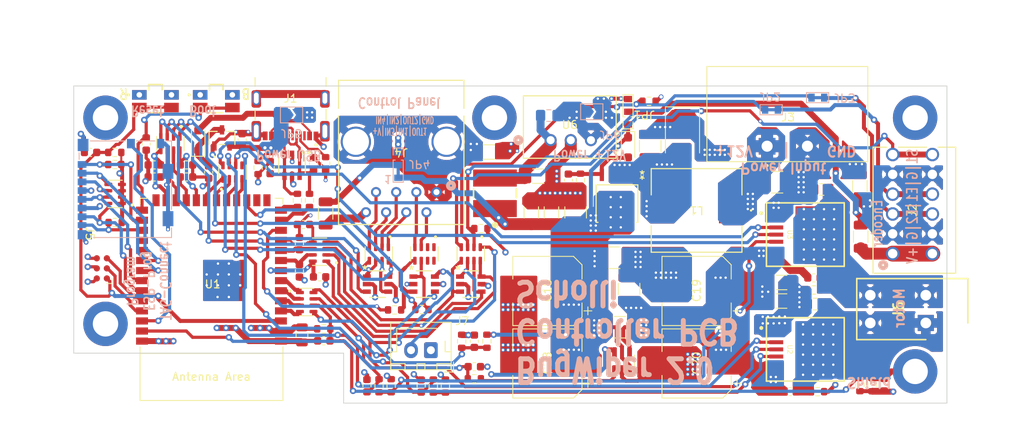
<source format=kicad_pcb>
(kicad_pcb (version 20221018) (generator pcbnew)
  (title_block (title "BugWiper2.0 Controller PCB") (date "2025-05-10") (rev "1.0"))
  (layers (0 "F.Cu" signal) (1 "In1.Cu" signal) (2 "In2.Cu" signal) (31 "B.Cu" signal) (34 "B.Paste" user) (35 "F.Paste" user) (36 "B.SilkS" user "B.Silkscreen") (37 "F.SilkS" user "F.Silkscreen") (38 "B.Mask" user) (39 "F.Mask" user) (44 "Edge.Cuts" user))
  (net 0 "")
  (net 1 "Boot")
  (net 2 "EN")
  (net 3 "TX")
  (net 4 "RX")
  (net 5 "sw_1")
  (net 11 "GND")
  (net 12 "Net-(CR4-IO_2)")
  (net 13 "Net-(CR4-IO_1)")
  (net 14 "+5V")
  (net 15 "Net-(D1-A)")
  (net 16 "Net-(J1-CC1)")
  (net 17 "Net-(J1-CC2)")
  (net 20 "D+")
  (net 21 "D-")
  (net 22 "+12V")
  (net 23 "Net-(D2-A)")
  (net 24 "/Power/+VBat")
  (net 25 "/ESP32-S3/ADC_VBat")
  (net 26 "EN_C1")
  (net 27 "Net-(CR1-IO_2)")
  (net 28 "EN_C2")
  (net 29 "Net-(U2-IS)")
  (net 30 "Net-(U3-IS)")
  (net 31 "Net-(CR1-IO_3)")
  (net 32 "Net-(CR1-IO_4)")
  (net 33 "+12V_HighSide")
  (net 34 "Net-(CR2-IO_3)")
  (net 35 "Net-(U6-+VIN)")
  (net 36 "Net-(C27-Pad1)")
  (net 37 "+3.3V")
  (net 38 "Net-(F1-Pad2)")
  (net 39 "SW2")
  (net 40 "Net-(CR2-IO_2)")
  (net 41 "Enc1")
  (net 42 "Enc2")
  (net 43 "Net-(CR1-IO_1)")
  (net 44 "IN_1")
  (net 45 "IN_2")
  (net 46 "IN_3")
  (net 47 "IN_4")
  (net 48 "OUT1")
  (net 49 "OUT2")
  (net 50 "/ESP32-S3/M_IS1")
  (net 51 "/ESP32-S3/M_IS2")
  (net 52 "/ESP32-S3/ADC_INA")
  (net 53 "/ESP32-S3/M_INH1")
  (net 54 "/ESP32-S3/M_IN2")
  (net 55 "/ESP32-S3/M_IN1")
  (net 56 "M__IN1")
  (net 57 "M__IN2")
  (net 58 "M__INH1")
  (net 59 "M__INH2")
  (net 60 "A_IS1")
  (net 61 "A_IS2")
  (net 62 "A_NTC")
  (net 63 "A_VBAT")
  (net 64 "A_INA")
  (net 65 "/ESP32-S3/ADC_NTC")
  (net 66 "Net-(CR2-IO_4)")
  (net 67 "Net-(CR2-IO_1)")
  (net 68 "Net-(RN6-R1.1)")
  (net 69 "Net-(RN6-R2.1)")
  (net 70 "Net-(RN6-R3.1)")
  (net 71 "Net-(RN6-R4.1)")
  (net 72 "sw_2")
  (net 73 "/Power/+VBat*")
  (net 74 "/Power/Motor+")
  (net 75 "/Power/Motor-")
  (net 76 "Net-(F2-Pad1)")
  (net 77 "SW1")
  (net 80 "OUT_1")
  (net 81 "OUT_2")
  (net 84 "Net-(RN3D-R4.1)")
  (net 85 "Net-(RN3C-R3.1)")
  (net 86 "Net-(JP4-C)")
  (net 87 "Net-(JP1-C)")
  (net 88 "Enc_1")
  (net 89 "Enc_2")
  (net 90 "SD_CS")
  (net 91 "MOSI")
  (net 92 "CLK")
  (net 93 "MISO")
  (net 94 "DAT2")
  (net 95 "DAT1")
  (net 96 "/ESP32-S3/M_INH2")
  (net 97 "SD_DET")
  (net 98 "/GND2")
  (net 99 "/ESP32-S3/GND3")
  (net 100 "/Power/3V3")
  (net 101 "/ESP32-S3/+3,3V")
  (footprint "BugWiper_lib:C_0603_1608Metric" (layer "F.Cu") (at 75.4642 70.4024)
    (fp_text reference "C22" hide)
    (fp_text value "100nF")
  )
  (footprint "BugWiper_lib:C_0603_1608Metric" (layer "F.Cu") (at 68.7716 72.8408 90)
    (fp_text reference "C11" hide)
    (fp_text value "1nF")
  )
  (footprint "BugWiper_lib:R_0603_1608Metric" (layer "F.Cu") (at 64.987 72.8022 90)
    (fp_text reference "R12" hide)
    (fp_text value "1k")
  )
  (footprint "BugWiper_lib:R_0603_1608Metric" (layer "F.Cu") (at 65.4188 63.2396)
    (fp_text reference "R15" hide)
    (fp_text value "1k")
  )
  (footprint "BugWiper_lib:R_0603_1608Metric" (layer "F.Cu") (at 88.8376 46.882 -90)
    (fp_text reference "R21" hide)
    (fp_text value "10k")
  )
  (footprint "BugWiper_lib:SOT26_DIO" (layer "F.Cu") (at 63.271701 59.9884)
    (fp_text reference "CR1" hide)
    (fp_text value "D5V0P4UR6")
  )
  (footprint "BugWiper_lib:D_SMB" (layer "F.Cu") (at 101.69 41.294 -90)
    (fp_text reference "D3" hide)
    (fp_text value "D_TVS 14V")
  )
  (footprint "BugWiper_lib:R_1206_3216Metric" (layer "F.Cu") (at 56.732 51.073 -90)
    (fp_text reference "F1" hide)
    (fp_text value "PTS120630V012")
  )
  (footprint "BugWiper_lib:C_1206_3216Metric" (layer "F.Cu") (at 82.64 50.946 -90)
    (fp_text reference "C24" hide)
    (fp_text value "22uF")
  )
  (footprint "BugWiper_lib:C_1210_3225Metric" (layer "F.Cu") (at 113.628 47.136)
    (fp_text reference "C15" hide)
    (fp_text value "22uF")
  )
  (footprint "BugWiper_lib:C_0603_1608Metric" (layer "F.Cu") (at 75.464 67.1898 90)
    (fp_text reference "C13" hide)
    (fp_text value "1nF")
  )
  (footprint "BugWiper_lib:D_SOD-323_HandSoldering" (layer "F.Cu") (at 40.6792 41.8528 90)
    (fp_text reference "D1" hide)
    (fp_text value locked "CUS15S30,H3F")
  )
  (footprint "BugWiper_lib:C_0603_1608Metric" (layer "F.Cu") (at 27.1156 43.3768 180)
    (fp_text reference "C4" hide)
    (fp_text value "100nF")
  )
  (footprint "MountingHole:MountingHole_3.2mm_M3_DIN965_Pad" (layer "F.Cu") (at 78 39)
    (fp_text reference locked "H2" hide)
    (fp_text value "MountingHole" hide)
  )
  (footprint "BugWiper_lib:C_0603_1608Metric" (layer "F.Cu") (at 39.206 46.4756)
    (fp_text reference "C33" hide)
    (fp_text value "10nF")
  )
  (footprint "BugWiper_lib:C_0603_1608Metric" (layer "F.Cu") (at 118.25 59.201)
    (fp_text reference "C8" hide)
    (fp_text value "C")
  )
  (footprint "BugWiper_lib:SOT-23-5" (layer "F.Cu") (at 94.07 69.742 90)
    (fp_text reference "U4" hide)
    (fp_text value "INA180A2")
  )
  (footprint "BugWiper_lib:CONN_1814537" (layer "F.Cu") (at 133.170001 45.191601 90)
    (fp_text reference "J2")
    (fp_text value "1770924")
  )
  (footprint "BugWiper_lib:SHDR4W80P700X350_2X2_770X1400X850P" (layer "F.Cu") (at 132.346 64.888 90)
    (fp_text reference "J6")
    (fp_text value "1824420000")
  )
  (footprint "BugWiper_lib:R_0603_1608Metric" (layer "F.Cu") (at 68.8732 63.1888 180)
    (fp_text reference "R14" hide)
    (fp_text value "1k")
  )
  (footprint "BugWiper_lib:C_0603_1608Metric" (layer "F.Cu") (at 53.43 58.312 -90)
    (fp_text reference "C37" hide)
    (fp_text value "10nF")
  )
  (footprint "BugWiper_lib:R_0603_1608Metric" (layer "F.Cu") (at 73.877 67.1898 90)
    (fp_text reference "R19" hide)
    (fp_text value "3k3")
  )
  (footprint "BugWiper_lib:R_1206_3216Metric" (layer "F.Cu") (at 124.042 47.644 90)
    (fp_text reference "F3" hide)
    (fp_text value "PTS120630V012")
  )
  (footprint "BugWiper_lib:WE-PD2_5848" (layer "F.Cu") (at 78.068 48.533 90)
    (fp_text reference "L2" hide)
    (fp_text value "10uH 2.2A 74477410")
  )
  (footprint "BugWiper_lib:C_0603_1608Metric" (layer "F.Cu") (at 34.126 42.31 -90)
    (fp_text reference "C3" hide)
    (fp_text value "100nF")
  )
  (footprint "BugWiper_lib:R_0603_1608Metric" (layer "F.Cu") (at 118.708 73.552)
    (fp_text reference "R7" hide)
    (fp_text value "22k")
  )
  (footprint "BugWiper_lib:R_0603_1608Metric" (layer "F.Cu") (at 48.223 45.2866 -90)
    (fp_text reference "R3" hide)
    (fp_text value "5k1")
  )
  (footprint "BugWiper_lib:R_0603_1608Metric" (layer "F.Cu") (at 56.73305 44.8 -90)
    (fp_text reference "R2" hide)
    (fp_text value "5k1")
  )
  (footprint "BugWiper_lib:R_1210_3225Metric" (layer "F.Cu") (at 93.816 65.424)
    (fp_text reference "R25" hide)
    (fp_text value "R004")
  )
  (footprint "BugWiper_lib:CP_Elec_8x10.5" (layer "F.Cu") (at 103.468 69.996 180)
    (fp_text reference "C20")
    (fp_text value "330uF")
  )
  (footprint "BugWiper_lib:R_0603_1608Metric" (layer "F.Cu") (at 70.2956 72.8408 -90)
    (fp_text reference "R10" hide)
    (fp_text value "10k")
  )
  (footprint "Connector:Tag-Connect_TC2030-IDC-NL_2x03_P1.27mm_Vertical" (layer "F.Cu") (at 28.538 58 90)
    (fp_text reference "J5")
    (fp_text value "Conn_TagConnect_TC2030-NL_ESP_Prog" hide)
  )
  (footprint "BugWiper_lib:ESP32-S3-WROOM-1" (layer "F.Cu") (at 42.3512 58.912 180)
    (fp_text reference "U1")
    (fp_text value "ESP32-S3-WROOM-1")
  )
  (footprint "BugWiper_lib:CONN8_2-908LF_AMP" (layer "F.Cu") (at 70.702 48.3807 180)
    (fp_text reference "J4")
    (fp_text value "54602-908LF")
  )
  (footprint "BugWiper_lib:R_0603_1608Metric" (layer "F.Cu") (at 30.1636 44.9008)
    (fp_text reference "R22" hide)
    (fp_text value "10k")
  )
  (footprint "BugWiper_lib:SOT26_DIO" (layer "F.Cu") (at 69.14585 59.9884)
    (fp_text reference "CR3" hide)
    (fp_text value "D5V0P4UR6")
  )
  (footprint "BugWiper_lib:C_0805_2012Metric" (layer "F.Cu") (at 119.25 48.0504 180)
    (fp_text reference "C9" hide)
    (fp_text value "1uF")
  )
  (footprint "BugWiper_lib:R_0603_1608Metric" (layer "F.Cu") (at 63.463 72.8022 -90)
    (fp_text reference "R11" hide)
    (fp_text value "10k")
  )
  (footprint "BugWiper_lib:R_0603_1608Metric" (layer "F.Cu") (at 30.2144 52.216)
    (fp_text reference "R18" hide)
    (fp_text value "10k")
  )
  (footprint "BugWiper_lib:C_0603_1608Metric" (layer "F.Cu") (at 56.5 67.1382 180)
    (fp_text reference "C31" hide)
    (fp_text value "100nF")
  )
  (footprint "MountingHole:MountingHole_3.2mm_M3_DIN965_Pad" (layer "F.Cu") (at 131 39)
    (fp_text reference "H3" hide)
    (fp_text value "MountingHole" hide)
  )
  (footprint "BugWiper_lib:EVQ9P701P" (layer "F.Cu") (at 42.9555 35.4647)
    (fp_text reference "SW1" hide)
    (fp_text value "SW_Push" hide)
  )
  (footprint "BugWiper_lib:C_0603_1608Metric" (layer "F.Cu") (at 53.938 52.47 180)
    (fp_text reference "C39" hide)
    (fp_text value "100nF")
  )
  (footprint "BugWiper_lib:IFX-PG-HSOF-7-1-V" (layer "F.Cu") (at 116.168 68.218)
    (fp_text reference "U2")
    (fp_text value "BTN9960LV")
  )
  (footprint "BugWiper_lib:CP_Elec_8x10.5" (layer "F.Cu") (at 84.672 69.996 180)
    (fp_text reference "C28")
    (fp_text value "330uF")
  )
  (footprint "BugWiper_lib:EVQ9P701P" (layer "F.Cu") (at 35.2847 35.4647)
    (fp_text reference "SW2" hide)
    (fp_text value "SW_Push" hide)
  )
  (footprint "BugWiper_lib:SOT26_DIO" (layer "F.Cu") (at 75.02 59.9884)
    (fp_text reference "CR2" hide)
    (fp_text value "D5V0P4UR6")
  )
  (footprint "BugWiper_lib:R_0603_1608Metric" (layer "F.Cu") (at 124.042 72.663 -90)
    (fp_text reference "TH1" hide)
    (fp_text value "10k NTC")
  )
  (footprint "BugWiper_lib:C_0603_1608Metric" (layer "F.Cu") (at 35.142 44.9516 180)
    (fp_text reference "C35" hide)
    (fp_text value "10nF")
  )
  (footprint "BugWiper_lib:C_1210_3225Metric" (layer "F.Cu") (at 97.626 42.564 -90)
    (fp_text reference "C21" hide)
    (fp_text value "22uF")
  )
  (footprint "BugWiper_lib:C_0603_1608Metric" (layer "F.Cu") (at 87.3136 46.882 -90)
    (fp_text reference "C14" hide)
    (fp_text value "10nF")
  )
  (footprint "BugWiper_lib:R_0603_1608Metric" (layer "F.Cu") (at 30.1636 43.3768)
    (fp_text reference "R6" hide)
    (fp_text value "10k")
  )
  (footprint "BugWiper_lib:C_1206_3216Metric" (layer "F.Cu") (at 85.18 50.946 -90)
    (fp_text reference "C25" hide)
    (fp_text value "22uF")
  )
  (footprint "BugWiper_lib:C_1206_3216Metric" (layer "F.Cu") (at 114.136 59.7852)
    (fp_text reference "C7" hide)
    (fp_text value "22uF")
  )
  (footprint "BugWiper_lib:IFX-PG-HSOF-7-1-V" (layer "F.Cu") (at 116.168 53.74)
    (fp_text reference "U3")
    (fp_text value "BTN9960LV")
  )
  (footprint "BugWiper_lib:R_1206_3216Metric" (layer "F.Cu") (at 77.306 43.326)
    (fp_text reference "F4" hide)
    (fp_text value "PTS120630V012")
  )
  (footprint "BugWiper_lib:SOT23R_DIO" (layer "F.Cu") (at 43.6764 41.548)
    (fp_text reference "U7" hide)
    (fp_text value "AP7333-33SRG-7")
  )
  (footprint "MountingHole:MountingHole_3.2mm_M3_DIN965_Pad" (layer "F.Cu") (at 29 65)
    (fp_text reference "H4" hide)
    (fp_text value "MountingHole" hide)
  )
  (footprint "BugWiper_lib:C_0603_1608Metric" (layer "F.Cu") (at 115.2536 73.552)
    (fp_text reference "C6" hide)
    (fp_text value "C")
  )
  (footprint "BugWiper_lib:C_0603_1608Metric" (layer "F.Cu") (at 39.206 44.9516)
    (fp_text reference "C32" hide)
    (fp_text value "10nF")
  )
  (footprint "BugWiper_lib:R_0603_1608Metric" (layer "F.Cu") (at 56.5 65.6272)
    (fp_text reference "R38" hide)
    (fp_text value "10k")
  )
  (footprint "BugWiper_lib:RESCAV80P320X155X60-8N" (layer "F.Cu") (at 69.178 56.1784 -90)
    (fp_text reference "RN3" hide)
    (fp_text value "4x100R")
  )
  (footprint "BugWiper_lib:C_1210_3225Metric" (layer "F.Cu") (at 94.959 60.598 90)
    (fp_text reference "C23" hide)
    (fp_text value "22uF")
  )
  (footprint "BugWiper_lib:IND_IHLP-4040DZ_VIS" (layer "F.Cu") (at 103.468 50.692 180)
    (fp_text reference "L1")
    (fp_text value "IHLP4040DZER100M11")
  )
  (footprint "BugWiper_lib:R_0603_1608Metric" (layer "F.Cu") (at 97.4736 36.9252 180)
    (fp_text reference "R16" hide)
    (fp_text value "~")
  )
  (footprint "BugWiper_lib:SAMESKY_UJ20-C-H-G-SMT-1-P16-TR" (layer "F.Cu") (at 52.3164 33.9319 180)
    (fp_text reference "J1")
    (fp_text value "UJ20-C-H-G-SMT-1-P16-TR")
  )
  (footprint "BugWiper_lib:SOT26_DIO" (layer "F.Cu") (at 52.5 45 -90)
    (fp_text reference "CR4" hide)
    (fp_text value "D5V0P4UR6")
  )
  (footprint "BugWiper_lib:C_0805_2012Metric" (layer "F.Cu") (at 53.75 66.3892 90)
    (fp_text reference "C40" hide)
    (fp_text value "1uF")
  )
  (footprint "BugWiper_lib:RESCAV80P320X155X60-8N" (layer "F.Cu") (at 44.9972 45.866 90)
    (fp_text reference "RN1" hide)
    (fp_text value "4x1k")
  )
  (footprint "BugWiper_lib:C_0603_1608Metric" (layer "F.Cu") (at 49.74595 45.2866 -90)
    (fp_text reference "C1" hide)
    (fp_text value "22p")
  )
  (footprint "BugWiper_lib:R_0603_1608Metric" (layer "F.Cu") (at 53.176 49.422 -90)
    (fp_text reference "R4" hide)
    (fp_text value "22")
  )
  (footprint "BugWiper_lib:C_0603_1608Metric" (layer "F.Cu") (at 35.142 46.4756 180)
    (fp_text reference "C34" hide)
    (fp_text value "10nF")
  )
  (footprint "BugWiper_lib:RESCAV80P320X155X60-8N" (layer "F.Cu") (at 30.2144 48.6092 180)
    (fp_text reference "RN8" hide)
    (fp_text value "4x10k")
  )
  (footprint "BugWiper_lib:C_0603_1608Metric" (layer "F.Cu") (at 53.43 54.883 90)
    (fp_text reference "C38" hide)
    (fp_text value "100nF")
  )
  (footprint "BugWiper_lib:C_0805_2012Metric" (layer "F.Cu") (at 118.454 62.503 180)
    (fp_text reference "C5" hide)
    (fp_text value "1uF")
  )
  (footprint "BugWiper_lib:RESCAV80P320X155X60-8N" (layer "F.Cu") (at 63.4376 56.1784 -90)
    (fp_text reference "RN6" hide)
    (fp_text value "4x100R")
  )
  (footprint "BugWiper_lib:R_0603_1608Metric" (layer "F.Cu") (at 118.25 60.725 180)
    (fp_text reference "R8" hide)
    (fp_text value "22k")
  )
  (footprint "BugWiper_lib:C_1206_3216Metric" (layer "F.Cu") (at 83.529 46.374 180)
    (fp_text reference "C26" hide)
    (fp_text value "22uF")
  )
  (footprint "BugWiper_lib:RESCAV80P320X155X60-8N" (layer "F.Cu") (at 75.02 56.1784 -90)
    (fp_text reference "RN7" hide)
    (fp_text value "4x100R")
  )
  (footprint "BugWiper_lib:D_SOD-323_HandSoldering" (layer "F.Cu") (at 94.832 42.75 -90)
    (fp_text reference "D2" hide)
    (fp_text value "GDZ10B")
  )
  (footprint "BugWiper_lib:C_0603_1608Metric" (layer "F.Cu") (at 46.2164 41.802 90)
    (fp_text reference "C29" hide)
    (fp_text value "100nF")
  )
  (footprint "BugWiper_lib:R_0603_1608Metric" (layer "F.Cu") (at 77.052 67.1898 -90)
    (fp_text reference "R20" hide)
    (fp_text value "22k")
  )
  (footprint "BugWiper_lib:RESCAV80P320X155X60-8N" (layer "F.Cu") (at 54.3472 62.249)
    (fp_text reference "RN2" hide)
    (fp_text value "4x1k")
  )
  (footprint "BugWiper_lib:R_0603_1608Metric" (layer "F.Cu") (at 54.7 49.422 -90)
    (fp_text reference "R5" hide)
    (fp_text value "22")
  )
  (footprint "BugWiper_lib:RESCAV80P320X155X60-8N" (layer "F.Cu") (at 37.174 42.2592 -90)
    (fp_text reference "RN4" hide)
    (fp_text value "4x10k")
  )
  (footprint "BugWiper_lib:C_0603_1608Metric" (layer "F.Cu") (at 42 45.866 -90)
    (fp_text reference "C30" hide)
    (fp_text value "100nF")
  )
  (footprint "BugWiper_lib:C_0603_1608Metric" (layer "F.Cu") (at 55.97 59.074)
    (fp_text reference "C36" hide)
    (fp_text value "10nF")
  )
  (footprint "BugWiper_lib:PHOENIX_1776508" (layer "F.Cu") (at 125.033 32.5415 180)
    (fp_text reference "J3")
    (fp_text value "1776508")
  )
  (footprint "BugWiper_lib:R_0603_1608Metric" (layer "F.Cu") (at 75.4642 71.9264 180)
    (fp_text reference "R13" hide)
    (fp_text value "1k")
  )
  (footprint "BugWiper_lib:C_1206_3216Metric" (layer "F.Cu") (at 114.136 62.122)
    (fp_text reference "C10" hide)
    (fp_text value "22uF")
  )
  (footprint "BugWiper_lib:C_1210_3225Metric" (layer "F.Cu") (at 88.228 50.946 90)
    (fp_text reference "C17" hide)
    (fp_text value "22uF")
  )
  (footprint "BugWiper_lib:CP_Elec_8x10.5" (layer "F.Cu") (at 103.468 60.852 180)
    (fp_text reference "C19")
    (fp_text value "330uF")
  )
  (footprint "BugWiper_lib:R_1206_3216Metric" (layer "F.Cu") (at 124.1436 54 90)
    (fp_text reference "F2" hide)
    (fp_text value "PTS120630V012")
  )
  (footprint "BugWiper_lib:SolderJumper_R_SMD_0603" (layer "F.Cu") (at 94.832 38.25 -90)
    (fp_text reference "JP1")
    (fp_text value "SolderJumper_3_Open" hide)
  )
  (footprint "BugWiper_lib:CP_Elec_8x10.5" (layer "F.Cu") (at 84.672 60.852 180)
    (fp_text reference "C18")
    (fp_text value "330uF")
  )
  (footprint "BugWiper_lib:R_0603_1608Metric" (layer "F.Cu") (at 71.8196 72.8408 90)
    (fp_text reference "R9" hide)
    (fp_text value "1k")
  )
  (footprint "MountingHole:MountingHole_3.2mm_M3_DIN965_Pad_TopBottom" (layer "F.Cu") (at 131 71)
    (fp_text reference "H5" hide)
    (fp_text value "MountingHole_Pad" hide)
  )
  (footprint "BugWiper_lib:JST_XH_B2B-XH-AM_1x02_P2.50mm_Vertical" (layer "F.Cu") (at 69.9908 68.3196 180)
    (fp_text reference "J7")
    (fp_text value "B2B-XH-AM(LF)(SN)" hide)
  )
  (footprint "BugWiper_lib:PowerPAK_SO-8L_3_VIS" (layer "F.Cu") (at 93.435 49.8284 180)
    (fp_text reference "Q1" hide)
    (fp_text value "SQJ146ELP")
  )
  (footprint "BugWiper_lib:R_0603_1608Metric" (layer "F.Cu") (at 76.29 52.978 180)
    (fp_text reference "R17" hide)
    (fp_text value "~")
  )
  (footprint "BugWiper_lib:RESCAV80P320X155X60-8N" (layer "F.Cu") (at 55.97 55.899 180)
    (fp_text reference "RN5" hide)
    (fp_text value "4x1k")
  )
  (footprint "BugWiper_lib:C_0603_1608Metric" (layer "F.Cu") (at 55.208 44.8 90)
    (fp_text reference "C2" hide)
    (fp_text value "22p")
  )
  (footprint "BugWiper_lib:C_0603_1608Metric" (layer "F.Cu") (at 61.939 72.8022 90)
    (fp_text reference "C12" hide)
    (fp_text value "1nF")
  )
  (footprint "BugWiper_lib:TSR0P5_TRP" (layer "F.Cu") (at 85.0784 41.8274)
    (fp_text reference "U6")
    (fp_text value "TSR 0.5-2433")
  )
  (footprint "BugWiper_lib:C_0603_1608Metric" (layer "F.Cu") (at 127.09 72.676 -90)
    (fp_text reference "C27" hide)
    (fp_text value "100nF")
  )
  (footprint "BugWiper_lib:R_0603_1608Metric" (layer "F.Cu") (at 125.566 72.676 -90)
    (fp_text reference "R27" hide)
    (fp_text value "1k")
  )
  (footprint "BugWiper_lib:C_1210_3225Metric" (layer "F.Cu") (at 93.103 56.661)
    (fp_text reference "C16" hide)
    (fp_text value "22uF")
  )
  (footprint "MountingHole:MountingHole_3.2mm_M3_DIN965_Pad" (layer "F.Cu") (at 29 39)
    (fp_text reference "H1" hide)
    (fp_text value "MountingHole" hide)
  )
  (footprint "BugWiper_lib:SolderJumper_2P_R_SMD_0603_Bridged" (layer "B.Cu") (at 117.946 36.468 180)
    (fp_text reference "JP3")
    (fp_text value "Bridged 12")
  )
  (footprint "Jumper:SolderJumper-2_P1.3mm_Open_TrianglePad1.0x1.5mm" (layer "B.Cu") (at 52.4394 38.6524)
    (fp_text reference "JP5")
    (fp_text value "SolderJumper_2_Open")
  )
  (footprint "Jumper:SolderJumper-2_P1.3mm_Open_TrianglePad1.0x1.5mm" (layer "B.Cu") (at 90.26 38.246)
    (fp_text reference "JP6")
    (fp_text value "SolderJumper_2_Open")
  )
  (footprint "BugWiper_lib:SolderJumper_3P_R_SMD_0603_Bridged_12" (layer "B.Cu") (at 65.876 44.977 90)
    (fp_text reference "JP4")
    (fp_text value "SolderJumper_3_Bridged12")
  )
  (footprint "BugWiper_lib:microSD_HC_Molex_104031-0811" (layer "B.Cu") (at 31.5 48 -90)
    (fp_text reference "J8" hide)
    (fp_text value "104031-0811")
  )
  (footprint "Capacitor_SMD:C_0805_2012Metric_Pad1.18x1.45mm_HandSolder" (layer "B.Cu") (at 84.8498 38.7286)
    (fp_text reference "C41" hide)
    (fp_text value "1nF")
  )
  (footprint "BugWiper_lib:SolderJumper_2P_R_SMD_0603_Bridged" (layer "B.Cu") (at 112.104 37.992 180)
    (fp_text reference "JP2")
    (fp_text value "Bridged 12")
  )
  (gr_line locked (start 59 68.7) (end 25 68.7) (stroke (width 0.1)) (layer "Edge.Cuts"))
  (gr_line locked (start 59 75) (end 59 68.7) (stroke (width 0.1)) (layer "Edge.Cuts"))
  (gr_line locked (start 135 35) (end 25 35) (stroke (width 0.1)) (layer "Edge.Cuts"))
  (gr_line locked (start 25 68.7) (end 25 35) (stroke (width 0.1)) (layer "Edge.Cuts"))
  (gr_line locked (start 135 75) (end 135 35) (stroke (width 0.1)) (layer "Edge.Cuts"))
  (gr_line locked (start 59 75) (end 135 75) (stroke (width 0.1)) (layer "Edge.Cuts"))
  (gr_text "S1|G|E1|E2|G|+V" (at 131.408 50.184 90) (layer "B.SilkS") (effects (font (size 1.3 1) (thickness 0.2) bold) (justify bottom mirror)))
  (gr_text "Encoder" (at 126.963 52.343 90) (layer "B.SilkS") (effects (font (size 1.3 1) (thickness 0.2) bold) (justify bottom mirror)))
  (gr_text "+12V    |     GND" (at 114.644 42.437 180) (layer "B.SilkS") (effects (font (size 1.3 1.2) (thickness 0.25) bold) (justify bottom mirror)))
  (gr_text "Reset" (at 34.253 37.357 180) (layer "B.SilkS") (effects (font (size 1.3 1) (thickness 0.2) bold) (justify bottom mirror)))
  (gr_text "Motor" (at 129.757 63.011 90) (layer "B.SilkS") (effects (font (size 1.3 1.2) (thickness 0.25) bold) (justify bottom mirror)))
  (gr_text "Power USB" (at 52.0838 42.9704 180) (layer "B.SilkS") (effects (font (size 1.3 1) (thickness 0.2) bold) (justify bottom mirror)))
  (gr_text "Shield" (at 125.185 71.647 180) (layer "B.SilkS") (effects (font (size 1.3 1.2) (thickness 0.25) bold) (justify bottom mirror)))
  (gr_text "+V|IN3|IN1|OUT1\n IN4|IN2|OUT2|GND" (at 62.574 38.754 180) (layer "B.SilkS") (effects (font (size 0.9 0.5) (thickness 0.125) bold) (justify left bottom mirror)))
  (gr_text "Power +12V" (at 89.9806 42.9704 180) (layer "B.SilkS") (effects (font (size 1.3 1) (thickness 0.2) bold) (justify bottom mirror)))
  (gr_text "Boot" (at 41.238 37.357 180) (layer "B.SilkS") (effects (font (size 1.3 1) (thickness 0.2) bold) (justify bottom mirror)))
  (gr_text "BugWiper 2.0\nController PCB\nScholli" (at 80.312 59.342 180) (layer "B.SilkS") (effects (font (size 3 2.5) (thickness 0.625) bold) (justify left bottom mirror)))
  (gr_text "Power Input" (at 114.39 44.596 180) (layer "B.SilkS") (effects (font (size 1.3 1.2) (thickness 0.25) bold) (justify bottom mirror)))
  (gr_text "TAG-Connect\nESP-Prog\nProgram" (at 31.586 59.582 270) (layer "B.SilkS") (effects (font (size 1.3 1) (thickness 0.2) bold) (justify bottom mirror)))
  (gr_text "Control Panel" (at 66.003 36.341 180) (layer "B.SilkS") (effects (font (size 1.3 1) (thickness 0.2) bold) (justify bottom mirror)))
  (gr_text "B" (at 46.6736 35.198 180) (layer "F.SilkS") (effects (font (size 1.3 1) (thickness 0.2) bold) (justify bottom)))
  (gr_text "R" (at 31.2812 35.198 180) (layer "F.SilkS") (effects (font (size 1.3 1) (thickness 0.2) bold) (justify bottom)))
  (segment (start 33.6012 47.8812) (end 33.11 47.39) (width 0.4) (layer "F.Cu") (net 1))
  (segment (start 40.9305 37.7888) (end 44.6524 37.7888) (width 0.4) (layer "F.Cu") (net 1))
  (segment (start 44.6524 37.7888) (end 44.9805 37.4607) (width 0.4) (layer "F.Cu") (net 1))
  (segment (start 40.73 39.008) (end 40.9305 38.8075) (width 0.4) (layer "F.Cu") (net 1))
  (segment (start 33.11 47.39) (end 33.11 42.31) (width 0.4) (layer "F.Cu") (net 1))
  (segment (start 33.11 42.31) (end 33.885 41.535) (width 0.4) (layer "F.Cu") (net 1))
  (segment (start 27.903 56.73) (end 26.956 56.73) (width 0.4) (layer "F.Cu") (net 1))
  (segment (start 33.6012 50.662) (end 33.6012 47.8812) (width 0.4) (layer "F.Cu") (net 1))
  (segment (start 33.8847 39.2747) (end 34.126 39.516) (width 0.4) (layer "F.Cu") (net 1))
  (segment (start 26.956 56.73) (end 26.76 56.534) (width 0.4) (layer "F.Cu") (net 1))
  (segment (start 33.885 41.535) (end 34.126 41.535) (width 0.4) (layer "F.Cu") (net 1))
  (segment (start 40.9305 38.8075) (end 40.9305 37.7888) (width 0.4) (layer "F.Cu") (net 1))
  (segment (start 34.126 39.516) (end 34.126 41.535) (width 0.4) (layer "F.Cu") (net 1))
  (via (at 26.76 56.534) (size 0.8) (drill 0.4) (layers "F.Cu" "B.Cu") (net 1))
  (via (at 33.8847 39.2747) (size 0.8) (drill 0.4) (layers "F.Cu" "B.Cu") (net 1))
  (via (at 40.73 39.008) (size 0.8) (drill 0.4) (layers "F.Cu" "B.Cu") (net 1))
  (segment (start 34.6086 38.5508) (end 33.8847 39.2747) (width 0.4) (layer "B.Cu") (net 1))
  (segment (start 40.2728 38.5508) (end 34.6086 38.5508) (width 0.4) (layer "B.Cu") (net 1))
  (segment (start 40.73 39.008) (end 40.2728 38.5508) (width 0.4) (layer "B.Cu") (net 1))
  (segment (start 33.2597 37.7147) (end 32.5512 38.4232) (width 0.4) (layer "F.Cu") (net 2))
  (segment (start 35.65 61.868) (end 38.414 64.632) (width 0.5) (layer "F.Cu") (net 2))
  (segment (start 29.554 60.852) (end 29.554 59.651) (width 0.4) (layer "F.Cu") (net 2))
  (segment (start 27.8268 43.3768) (end 25.8964 45.3072) (width 0.4) (layer "F.Cu") (net 2))
  (segment (start 35.65 61.487) (end 35.65 61.868) (width 0.5) (layer "F.Cu") (net 2))
  (segment (start 32.5512 38.4232) (end 32.5512 40.4812) (width 0.4) (layer "F.Cu") (net 2))
  (segment (start 38.414 64.632) (end 51.1012 64.632) (width 0.5) (layer "F.Cu") (net 2))
  (segment (start 30.3546 42.3608) (end 29.3386 43.3768) (width 0.4) (layer "F.Cu") (net 2))
  (segment (start 33.2597 37.6639) (end 37.3097 37.6639) (width 0.4) (layer "F.Cu") (net 2))
  (segment (start 27.8906 43.3768) (end 27.8268 43.3768) (width 0.4) (layer "F.Cu") (net 2))
  (segment (start 25.8964 45.3072) (end 25.8964 60.725) (width 0.4) (layer "F.Cu") (net 2))
  (segment (start 25.8964 60.725) (end 26.6838 61.5124) (width 0.4) (layer "F.Cu") (net 2))
  (segment (start 32.5512 40.4812) (end 30.6716 42.3608) (width 0.4) (layer "F.Cu") (net 2))
  (segment (start 29.4016 61.5124) (end 29.808 61.106) (width 0.4) (layer "F.Cu") (net 2))
  (segment (start 29.554 59.651) (end 29.173 59.27) (width 0.4) (layer "F.Cu") (net 2))
  (segment (start 29.808 61.106) (end 29.554 60.852) (width 0.4) (layer "F.Cu") (net 2))
  (segment (start 27.8906 43.3768) (end 29.3386 43.3768) (width 0.4) (layer "F.Cu") (net 2))
  (segment (start 30.6716 42.3608) (end 30.3546 42.3608) (width 0.4) (layer "F.Cu") (net 2))
  (segment (start 26.6838 61.5124) (end 29.4016 61.5124) (width 0.4) (layer "F.Cu") (net 2))
  (via (at 35.65 61.487) (size 0.8) (drill 0.4) (layers "F.Cu" "B.Cu") (net 2))
  (via (at 29.808 61.106) (size 0.8) (drill 0.4) (layers "F.Cu" "B.Cu") (net 2))
  (segment (start 30.189 61.487) (end 35.65 61.487) (width 0.5) (layer "B.Cu") (net 2))
  (segment (start 29.808 61.106) (end 30.189 61.487) (width 0.5) (layer "B.Cu") (net 2))
  (segment (start 32.094 62.122) (end 30.204 60.232) (width 0.4) (layer "F.Cu") (net 3))
  (segment (start 32.094 62.63) (end 32.094 62.122) (width 0.4) (layer "F.Cu") (net 3))
  (segment (start 32.826 63.362) (end 32.094 62.63) (width 0.4) (layer "F.Cu") (net 3))
  (segment (start 29.242 58) (end 29.173 58) (width 0.4) (layer "F.Cu") (net 3))
  (segment (start 33.6012 63.362) (end 32.826 63.362) (width 0.4) (layer "F.Cu") (net 3))
  (segment (start 30.204 58.962) (end 29.242 58) (width 0.4) (layer "F.Cu") (net 3))
  (segment (start 30.204 60.232) (end 30.204 58.962) (width 0.4) (layer "F.Cu") (net 3))
  (segment (start 30.854 59.866) (end 33.08 62.092) (width 0.4) (layer "F.Cu") (net 4))
  (segment (start 33.08 62.092) (end 33.6012 62.092) (width 0.4) (layer "F.Cu") (net 4))
  (segment (start 30.854 58.342) (end 30.854 59.866) (width 0.4) (layer "F.Cu") (net 4))
  (segment (start 29.173 56.73) (end 29.242 56.73) (width 0.4) (layer "F.Cu") (net 4))
  (segment (start 29.242 56.73) (end 30.854 58.342) (width 0.4) (layer "F.Cu") (net 4))
  (segment (start 128.170001 43.6416) (end 128.1568 43.628399) (width 0.75) (layer "F.Cu") (net 5))
  (segment (start 128.170001 42.336001) (end 128.170001 43.6416) (width 0.4) (layer "F.Cu") (net 5))
  (segment (start 73.242 54.049639) (end 73.242 54.7454) (width 0.4) (layer "F.Cu") (net 5))
  (segment (start 127.128 41.294) (end 128.170001 42.336001) (width 0.4) (layer "F.Cu") (net 5))
  (segment (start 104.0752 38.132) (end 104.0502 38.157) (width 0.4) (layer "F.Cu") (net 5))
  (segment (start 73.227 54.034639) (end 73.242 54.049639) (width 0.4) (layer "F.Cu") (net 5))
  (segment (start 73.242 54.7454) (end 73.82 55.3234) (width 0.4) (layer "F.Cu") (net 5))
  (segment (start 73.227 47.082852) (end 73.227 54.034639) (width 0.4) (layer "F.Cu") (net 5))
  (segment (start 72.808712 46.664564) (end 73.227 47.082852) (width 0.4) (layer "F.Cu") (net 5))
  (segment (start 133.170001 43.6416) (end 128.170001 43.6416) (width 0.75) (layer "F.Cu") (net 5))
  (segment (start 110.1866 38.132) (end 104.0752 38.132) (width 0.4) (layer "F.Cu") (net 5))
  (segment (start 111.4944 39.4398) (end 110.1866 38.132) (width 0.4) (layer "F.Cu") (net 5))
  (via (at 72.808712 46.664564) (size 0.8) (drill 0.4) (layers "F.Cu" "B.Cu") (net 5))
  (via (at 111.4944 39.4398) (size 0.5) (drill 0.3) (layers "F.Cu" "B.Cu") (net 5))
  (via (at 104.0502 38.157) (size 0.8) (drill 0.4) (layers "F.Cu" "B.Cu") (net 5))
  (via (at 127.128 41.294) (size 0.8) (drill 0.4) (layers "F.Cu" "B.Cu") (net 5))
  (segment (start 111.8754 39.8208) (end 118.581 39.8208) (width 0.4) (layer "B.Cu") (net 5))
  (segment (start 83.8212 46.2088) (end 75.9472 46.2088) (width 0.4) (layer "B.Cu") (net 5))
  (segment (start 104.0502 38.157) (end 101.1186 38.157) (width 0.4) (layer "B.Cu") (net 5))
  (segment (start 95.995562 38.9572) (end 90.102762 44.85) (width 0.4) (layer "B.Cu") (net 5))
  (segment (start 85.18 44.85) (end 83.8212 46.2088) (width 0.4) (layer "B.Cu") (net 5))
  (segment (start 101.1186 38.157) (end 100.3184 38.9572) (width 0.4) (layer "B.Cu") (net 5))
  (segment (start 90.102762 44.85) (end 85.18 44.85) (width 0.4) (layer "B.Cu") (net 5))
  (segment (start 118.581 39.8208) (end 121.5528 42.7926) (width 0.4) (layer "B.Cu") (net 5))
  (segment (start 111.4944 39.4398) (end 111.8754 39.8208) (width 0.4) (layer "B.Cu") (net 5))
  (segment (start 75.9472 46.2088) (end 75.491436 46.664564) (width 0.4) (layer "B.Cu") (net 5))
  (segment (start 75.491436 46.664564) (end 72.808712 46.664564) (width 0.4) (layer "B.Cu") (net 5))
  (segment (start 121.5528 42.7926) (end 125.6294 42.7926) (width 0.4) (layer "B.Cu") (net 5))
  (segment (start 125.6294 42.7926) (end 127.128 41.294) (width 0.4) (layer "B.Cu") (net 5))
  (segment (start 100.3184 38.9572) (end 95.995562 38.9572) (width 0.4) (layer "B.Cu") (net 5))
  (segment (start 33.6012 67.172) (end 35.68 67.172) (width 0.75) (layer "F.Cu") (net 11))
  (segment (start 41.8346 46.4756) (end 42 46.641) (width 0.4) (layer "F.Cu") (net 11))
  (segment (start 94.07 70.8795) (end 94.07 71.6978) (width 0.5) (layer "F.Cu") (net 11))
  (segment (start 46.2802 41.0908) (end 46.2164 41.027) (width 0.5) (layer "F.Cu") (net 11))
  (segment (start 41.492 47.644) (end 42 47.136) (width 0.4) (layer "F.Cu") (net 11))
  (segment (start 45.429 40.786) (end 45.9754 40.786) (width 0.5) (layer "F.Cu") (net 11))
  (segment (start 53.6558 67.3392) (end 53.4808 67.1642) (width 0.5) (layer "F.Cu") (net 11))
  (segment (start 45.9754 40.786) (end 46.2164 41.027) (width 0.5) (layer "F.Cu") (net 11))
  (segment (start 55.5164 41.2428) (end 56.0464 41.2428) (width 0.5) (layer "F.Cu") (net 11))
  (segment (start 49.7345 44.6001) (end 48.223 46.1116) (width 0.4) (layer "F.Cu") (net 11))
  (segment (start 34.38 44.342) (end 34.126 44.088) (width 0.4) (layer "F.Cu") (net 11))
  (segment (start 56.478 42.6656) (end 55.5164 41.704) (width 0.5) (layer "F.Cu") (net 11))
  (segment (start 46.9784 40.786) (end 46.2294 40.786) (width 0.5) (layer "F.Cu") (net 11))
  (segment (start 64.561064 71.551264) (end 64.987 71.9772) (width 0.5) (layer "F.Cu") (net 11))
  (segment (start 34.367 44.9516) (end 34.38 44.9386) (width 0.4) (layer "F.Cu") (net 11))
  (segment (start 27.903 58) (end 27.707 57.804) (width 0.4) (layer "F.Cu") (net 11))
  (segment (start 98.9976 36.3664) (end 98.4388 36.9252) (width 0.5) (layer "F.Cu") (net 11))
  (segment (start 53.43 52.737) (end 53.163 52.47) (width 0.35) (layer "F.Cu") (net 11))
  (segment (start 42.718901 42.302299) (end 42.718901 42.564) (width 0.4) (layer "F.Cu") (net 11))
  (segment (start 34.126 44.088) (end 34.126 43.085) (width 0.4) (layer "F.Cu") (net 11))
  (segment (start 120.0796 73.552) (end 119.533 73.552) (width 0.5) (layer "F.Cu") (net 11))
  (segment (start 56.0464 41.2428) (end 56.6364 40.6528) (width 0.5) (layer "F.Cu") (net 11))
  (segment (start 53.75 67.3392) (end 53.6558 67.3392) (width 0.5) (layer "F.Cu") (net 11))
  (segment (start 94.5526 72.1804) (end 96.0766 72.1804) (width 0.5) (layer "F.Cu") (net 11))
  (segment (start 56.5939 36.0108) (end 56.6364 36.0533) (width 1) (layer "F.Cu") (net 11))
  (segment (start 56.73305 45.55005) (end 56.73305 45.625) (width 0.4) (layer "F.Cu") (net 11))
  (segment (start 98.261 69.996) (end 99.768 69.996) (width 0.5) (layer "F.Cu") (net 11))
  (segment (start 52.5156 43.75205) (end 52.49315 43.7296) (width 0.5) (layer "F.Cu") (net 11))
  (segment (start 53.43 59.328) (end 53.906182 59.328) (width 0.5) (layer "F.Cu") (net 11))
  (segment (start 51.1012 67.172) (end 53.5828 67.172) (width 0.75) (layer "F.Cu") (net 11))
  (segment (start 34.367 44.9516) (end 34.38 44.9646) (width 0.5) (layer "F.Cu") (net 11))
  (segment (start 48.0389 36.0108) (end 56.5939 36.0108) (width 1) (layer "F.Cu") (net 11))
  (segment (start 128.233 73.552) (end 125.617 73.552) (width 0.75) (layer "F.Cu") (net 11))
  (segment (start 98.4388 36.9252) (end 98.2986 36.9252) (width 0.5) (layer "F.Cu") (net 11))
  (segment (start 34.38 44.9646) (end 34.38 46.652036) (width 0.5) (layer "F.Cu") (net 11))
  (segment (start 56.745 59.074) (end 56.745 60.0262) (width 0.5) (layer "F.Cu") (net 11))
  (segment (start 87.6184 41.8274) (end 87.6184 42.9704) (width 1.5) (layer "F.Cu") (net 11))
  (segment (start 61.9644 71.4692) (end 61.9644 72.0018) (width 0.5) (layer "F.Cu") (net 11))
  (segment (start 34.38 46.652036) (end 34.037 46.995036) (width 0.5) (layer "F.Cu") (net 11))
  (segment (start 53.5828 67.172) (end 53.75 67.3392) (width 0.75) (layer "F.Cu") (net 11))
  (segment (start 47.9964 36.0533) (end 48.0389 36.0108) (width 1) (layer "F.Cu") (net 11))
  (segment (start 68.555886 72.0658) (end 68.7716 72.0658) (width 0.35) (layer "F.Cu") (net 11))
  (segment (start 42.496 42.532901) (end 42.718901 42.31) (width 0.5) (layer "F.Cu") (net 11))
  (segment (start 127.09 73.451) (end 125.616 73.451) (width 0.75) (layer "F.Cu") (net 11))
  (segment (start 62.966901 60.305101) (end 62.966901 61.6394) (width 0.5) (layer "F.Cu") (net 11))
  (segment (start 42.496 43.67676) (end 42.496 42.532901) (width 0.5) (layer "F.Cu") (net 11))
  (segment (start 71.23606 71.4058) (end 71.8196 71.98934) (width 0.35) (layer "F.Cu") (net 11))
  (segment (start 35.68 67.172) (end 35.71 67.202) (width 0.5) (layer "F.Cu") (net 11))
  (segment (start 39.981 44.9516) (end 39.981 46.4756) (width 0.4) (layer "F.Cu") (net 11))
  (segment (start 94.07 71.6978) (end 94.5526 72.1804) (width 0.5) (layer "F.Cu") (net 11))
  (segment (start 55.5164 41.704) (end 55.5164 41.2178) (width 0.5) (layer "F.Cu") (net 11))
  (segment (start 53.43 54.108) (end 53.43 52.737) (width 0.35) (layer "F.Cu") (net 11))
  (segment (start 53.906182 59.328) (end 54.082131 59.503949) (width 0.5) (layer "F.Cu") (net 11))
  (segment (start 61.9644 72.0018) (end 61.939 72.0272) (width 0.5) (layer "F.Cu") (net 11))
  (segment (start 41.25 47.644) (end 41.492 47.644) (width 0.4) (layer "F.Cu") (net 11))
  (segment (start 53.383238 52.47) (end 54.526238 51.327) (width 0.35) (layer "F.Cu") (net 11))
  (segment (start 55.725 67.1382) (end 53.951 67.1382) (width 0.5) (layer "F.Cu") (net 11))
  (segment (start 74.7152 60.355901) (end 74.7152 61.614) (width 0.5) (layer "F.Cu") (net 11))
  (segment (start 74.7152 66.4148) (end 73.927 66.4148) (width 0.75) (layer "F.Cu") (net 11))
  (segment (start 79.3888 55.772) (end 77.115 53.4982) (width 0.4) (layer "F.Cu") (net 11))
  (segment (start 55.208 44.025) (end 56.73305 45.55005) (width 0.4) (layer "F.Cu") (net 11))
  (segment (start 43.3208 41.7004) (end 42.718901 42.302299) (width 0.4) (layer "F.Cu") (net 11))
  (segment (start 52.5156 44.5556) (end 52.5156 43.75205) (width 0.5) (layer "F.Cu") (net 11))
  (segment (start 61.919151 59.9884) (end 62.6502 59.9884) (width 0.5) (layer "F.Cu") (net 11))
  (segment (start 44.7054 41.027) (end 44.032 41.7004) (width 0.4) (layer "F.Cu") (net 11))
  (segment (start 56.745 60.0262) (end 56.732 60.0392) (width 0.5) (layer "F.Cu") (net 11))
  (segment (start 124.042 73.488) (end 125.553 73.488) (width 0.5) (layer "F.Cu") (net 11))
  (segment (start 68.8216 72.0158) (end 68.7716 72.0658) (width 0.5) (layer "F.Cu") (net 11))
  (segment (start 75.464 66.4148) (end 74.7152 66.4148) (width 0.5) (layer "F.Cu") (net 11))
  (segment (start 125.616 73.451) (end 125.566 73.501) (width 0.75) (layer "F.Cu") (net 11))
  (segment (start 46.2164 41.027) (end 46.2164 40.773) (width 0.5) (layer "F.Cu") (net 11))
  (segment (start 120.9432 72.6884) (end 120.0796 73.552) (width 0.5) (layer "F.Cu") (net 11))
  (segment (start 35.71 67.202) (end 36.4882 67.202) (width 0.75) (layer "F.Cu") (net 11))
  (segment (start 45.3964 65.5184) (end 47.05 67.172) (width 0.75) (layer "F.Cu") (net 11))
  (segment (start 67.845086 71.355) (end 68.555886 72.0658) (width 0.35) (layer "F.Cu") (net 11))
  (segment (start 66.9682 59.9884) (end 67.7933 59.9884) (width 0.5) (layer "F.Cu") (net 11))
  (segment (start 56.732 46.882) (end 56.732 45.62605) (width 0.4) (layer "F.Cu") (net 11))
  (segment (start 49.1164 41.2328) (end 48.5764 41.2328) (width 0.5) (layer "F.Cu") (net 11))
  (segment (start 43.016 65.5184) (end 45.3964 65.5184) (width 0.75) (layer "F.Cu") (net 11))
  (segment (start 73.66745 59.9884) (end 74.347699 59.9884) (width 0.5) (layer "F.Cu") (net 11))
  (segment (start 125.553 73.488) (end 125.566 73.501) (width 0.5) (layer "F.Cu") (net 11))
  (segment (start 36.4882 67.202) (end 37.555 67.202) (width 0.75) (layer "F.Cu") (net 11))
  (segment (start 76.2392 70.4024) (end 77.1152 70.4024) (width 0.35) (layer "F.Cu") (net 11))
  (segment (start 53.951 67.1382) (end 53.75 67.3392) (width 0.5) (layer "F.Cu") (net 11))
  (segment (start 53.163 52.47) (end 53.383238 52.47) (width 0.35) (layer "F.Cu") (net 11))
  (segment (start 79.3888 55.9752) (end 79.3888 55.772) (width 0.4) (layer "F.Cu") (net 11))
  (segment (start 96.0766 72.1804) (end 98.261 69.996) (width 0.5) (layer "F.Cu") (net 11))
  (segment (start 56.732 45.62605) (end 56.73305 45.625) (width 0.4) (layer "F.Cu") (net 11))
  (segment (start 62.6502 59.9884) (end 62.966901 60.305101) (width 0.5) (layer "F.Cu") (net 11))
  (segment (start 63.121285 61.485016) (end 62.966901 61.6394) (width 0.35) (layer "F.Cu") (net 11))
  (segment (start 74.347699 59.9884) (end 74.7152 60.355901) (width 0.5) (layer "F.Cu") (net 11))
  (segment (start 48.223 47.136) (end 48.223 46.1116) (width 0.4) (layer "F.Cu") (net 11))
  (segment (start 46.2164 41.027) (end 44.7054 41.027) (width 0.4) (layer "F.Cu") (net 11))
  (segment (start 46.2294 40.786) (end 46.2164 40.773) (width 0.5) (layer "F.Cu") (net 11))
  (segment (start 44.032 41.7004) (end 43.3208 41.7004) (width 0.4) (layer "F.Cu") (net 11))
  (segment (start 125.617 73.552) (end 125.566 73.501) (width 0.75) (layer "F.Cu") (net 11))
  (segment (start 26.3406 41.4806) (end 26.3406 43.3768) (width 0.4) (layer "F.Cu") (net 11))
  (segment (start 61.6088 71.1136) (end 61.9644 71.4692) (width 0.5) (layer "F.Cu") (net 11))
  (segment (start 49.95315 44.6001) (end 49.7345 44.6001) (width 0.4) (layer "F.Cu") (net 11))
  (segment (start 48.5764 41.2328) (end 47.9964 40.6528) (width 0.5) (layer "F.Cu") (net 11))
  (segment (start 27.707 57.804) (end 26.76 57.804) (width 0.4) (layer "F.Cu") (net 11))
  (segment (start 39.981 46.4756) (end 41.8346 46.4756) (width 0.4) (layer "F.Cu") (net 11))
  (segment (start 87.6184 42.9704) (end 85.385 45.2038) (width 1.5) (layer "F.Cu") (net 11))
  (segment (start 49.1164 41.0908) (end 46.2802 41.0908) (width 0.5) (layer "F.Cu") (net 11))
  (segment (start 64.456138 71.551264) (end 64.561064 71.551264) (width 0.5) (layer "F.Cu") (net 11))
  (segment (start 71.8196 71.98934) (end 71.8196 72.0158) (width 0.35) (layer "F.Cu") (net 11))
  (segment (start 42 47.136) (end 42 46.641) (width 0.4) (layer "F.Cu") (net 11))
  (segment (start 34.38 44.9386) (end 34.38 44.342) (width 0.4) (layer "F.Cu") (net 11))
  (segment (start 25.9 41.04) (end 26.3406 41.4806) (width 0.4) (layer "F.Cu") (net 11))
  (segment (start 80.591 69.615) (end 80.972 69.996) (width 0.75) (layer "F.Cu") (net 11))
  (segment (start 54.526238 51.327) (end 54.827 51.327) (width 0.35) (layer "F.Cu") (net 11))
  (segment (start 47.05 67.172) (end 51.1012 67.172) (width 0.75) (layer "F.Cu") (net 11))
  (via (at 44.1844 65.5184) (size 0.8) (drill 0.4) (layers "F.Cu" "B.Cu") (net 11))
  (via (at 80.354 63.2142) (size 0.5) (drill 0.3) (layers "F.Cu" "B.Cu") (net 11))
  (via (at 102.9854 70.0976) (size 0.5) (drill 0.3) (layers "F.Cu" "B.Cu") (net 11))
  (via (at 103.6204 70.0976) (size 0.5) (drill 0.3) (layers "F.Cu" "B.Cu") (net 11))
  (via (at 43.1684 57.3976) (size 0.5) (drill 0.3) (layers "F.Cu" "B.Cu") (net 11))
  (via (at 123.534 44.85) (size 0.5) (drill 0.3) (layers "F.Cu" "B.Cu") (net 11))
  (via (at 56.732 60.0392) (size 0.8) (drill 0.4) (layers "F.Cu" "B.Cu") (net 11))
  (via (at 86.2722 48.5076) (size 0.5) (drill 0.3) (layers "F.Cu" "B.Cu") (net 11))
  (via (at 42.496 43.67676) (size 0.8) (drill 0.4) (layers "F.Cu" "B.Cu") (net 11))
  (via (at 107.024 43.0466) (size 0.5) (drill 0.3) (layers "F.Cu" "B.Cu") (net 11))
  (via (at 43.1684 60.1408) (size 0.5) (drill 0.3) (layers "F.Cu" "B.Cu") (net 11))
  (via (at 52.5156 44.5556) (size 0.6) (drill 0.3) (layers "F.Cu" "B.Cu") (net 11))
  (via (at 114.5932 64.0778) (size 0.5) (drill 0.3) (layers "F.Cu" "B.Cu") (net 11))
  (via (at 79.084 63.2142) (size 0.5) (drill 0.3) (layers "F.Cu" "B.Cu") (net 11))
  (via (at 82.259 67.6592) (size 0.5) (drill 0.3) (layers "F.Cu" "B.Cu") (net 11))
  (via (at 95.7718 57.1944) (size 0.5) (drill 0.3) (layers "F.Cu" "B.Cu") (net 11))
  (via (at 96.4068 55.9244) (size 0.5) (drill 0.3) (layers "F.Cu" "B.Cu") (net 11))
  (via (at 100.2422 58.5406) (size 0.5) (drill 0.3) (layers "F.Cu" "B.Cu") (net 11))
  (via (at 116.9554 46.501) (size 0.5) (drill 0.3) (layers "F.Cu" "B.Cu") (net 11))
  (via (at 102.9854 69.4626) (size 0.5) (drill 0.3) (layers "F.Cu" "B.Cu") (net 11))
  (via (at 104.484 43.6816) (size 0.5) (drill 0.3) (layers "F.Cu" "B.Cu") (net 11))
  (via (at 86.9072 48.5076) (size 0.5) (drill 0.3) (layers "F.Cu" "B.Cu") (net 11))
  (via (at 120.9432 72.6884) (size 0.8) (drill 0.4) (layers "F.Cu" "B.Cu") (net 11))
  (via (at 98.3372 58.5406) (size 0.5) (drill 0.3) (layers "F.Cu" "B.Cu") (net 11))
  (via (at 102.9854 68.8276) (size 0.5) (drill 0.3) (layers "F.Cu" "B.Cu") (net 11))
  (via (at 116.9554 47.136) (size 0.5) (drill 0.3) (layers "F.Cu" "B.Cu") (net 11))
  (via (at 106.389 43.6816) (size 0.5) (drill 0.3) (layers "F.Cu" "B.Cu") (net 11))
  (via (at 71.23606 71.4058) (size 0.8) (drill 0.4) (layers "F.Cu" "B.Cu") (net 11))
  (via (at 82.894 67.6592) (size 0.5) (drill 0.3) (layers "F.Cu" "B.Cu") (net 11))
  (via (at 98.9722 58.5406) (size 0.5) (drill 0.3) (layers "F.Cu" "B.Cu") (net 11))
  (via (at 105.119 43.0466) (size 0.5) (drill 0.3) (layers "F.Cu" "B.Cu") (net 11))
  (via (at 102.3504 70.7326) (size 0.5) (drill 0.3) (layers "F.Cu" "B.Cu") (net 11))
  (via (at 28.284 50.152957) (size 0.8) (drill 0.4) (layers "F.Cu" "B.Cu") (net 11))
  (via (at 26.5568 54.7052) (size 0.6) (drill 0.3) (layers "F.Cu" "B.Cu") (net 11))
  (via (at 104.484 43.0466) (size 0.5) (drill 0.3) (layers "F.Cu" "B.Cu") (net 11))
  (via (at 103.6204 69.4626) (size 0.5) (drill 0.3) (layers "F.Cu" "B.Cu") (net 11))
  (via (at 113.882 64.916) (size 0.5) (drill 0.3) (layers "F.Cu" "B.Cu") (net 11))
  (via (at 81.624 63.2142) (size 0.5) (drill 0.3) (layers "F.Cu" "B.Cu") (net 11))
  (via (at 87.5422 48.5076) (size 0.5) (drill 0.3) (layers "F.Cu" "B.Cu") (net 11))
  (via (at 44.54 60.1408) (size 0.5) (drill 0.3) (layers "F.Cu" "B.Cu") (net 11))
  (via (at 95.7718 55.9244) (size 0.5) (drill 0.3) (layers "F.Cu" "B.Cu") (net 11))
  (via (at 116.9554 45.866) (size 0.5) (drill 0.3) (layers "F.Cu" "B.Cu") (net 11))
  (via (at 41.25 47.644) (size 0.8) (drill 0.4) (layers "F.Cu" "B.Cu") (net 11))
  (via (at 80.354 68.2942) (size 0.5) (drill 0.3) (layers "F.Cu" "B.Cu") (net 11))
  (via (at 44.54 58.7692) (size 0.5) (drill 0.3) (layers "F.Cu" "B.Cu") (net 11))
  (via (at 113.8058 49.7268) (size 0.5) (drill 0.3) (layers "F.Cu" "B.Cu") (net 11))
  (via (at 80.1 42.31) (size 0.5) (drill 0.3) (layers "F.Cu" "B.Cu") (net 11))
  (via (at 113.8058 50.3618) (size 0.5) (drill 0.3) (layers "F.Cu" "B.Cu") (net 11))
  (via (at 43.1176 61.614) (size 0.5) (drill 0.3) (layers "F.Cu" "B.Cu") (net 11))
  (via (at 100.8772 59.1756) (size 0.5) (drill 0.3) (layers "F.Cu" "B.Cu") (net 11))
  (via (at 113.1708 49.7268) (size 0.5) (drill 0.3) (layers "F.Cu" "B.Cu") (net 11))
  (via (at 82.894 62.5792) (size 0.5) (drill 0.3) (layers "F.Cu" "B.Cu") (net 11))
  (via (at 56.732 46.882) (size 0.5) (drill 0.3) (layers "F.Cu" "B.Cu") (net 11))
  (via (at 102.9854 71.3676) (size 0.5) (drill 0.3) (layers "F.Cu" "B.Cu") (net 11))
  (via (at 56.478 42.6656) (size 0.8) (drill 0.4) (layers "F.Cu" "B.Cu") (net 11))
  (via (at 48.223 47.136) (size 0.8) (drill 0.4) (layers "F.Cu" "B.Cu") (net 11))
  (via (at 88.1772 48.5076) (size 0.5) (drill 0.3) (layers "F.Cu" "B.Cu") (net 11))
  (via (at 66.9682 59.9884) (size 0.6) (drill 0.3) (layers "F.Cu" "B.Cu") (net 11))
  (via (at 95.7718 57.8294) (size 0.5) (drill 0.3) (layers "F.Cu" "B.Cu") (net 11))
  (via (at 81.624 62.5792) (size 0.5) (drill 0.3) (layers "F.Cu" "B.Cu") (net 11))
  (via (at 54.827 51.327) (size 0.5) (drill 0.3) (layers "F.Cu" "B.Cu") (net 11))
  (via (at 79.719 62.5792) (size 0.5) (drill 0.3) (layers "F.Cu" "B.Cu") (net 11))
  (via (at 82.259 68.2942) (size 0.5) (drill 0.3) (layers "F.Cu" "B.Cu") (net 11))
  (via (at 116.3204 48.406) (size 0.5) (drill 0.3) (layers "F.Cu" "B.Cu") (net 11))
  (via (at 62.966901 61.6394) (size 0.8) (drill 0.4) (layers "F.Cu" "B.Cu") (net 11))
  (via (at 82.259 62.5792) (size 0.5) (drill 0.3) (layers "F.Cu" "B.Cu") (net 11))
  (via (at 105.754 43.6816) (size 0.5) (drill 0.3) (layers "F.Cu" "B.Cu") (net 11))
  (via (at 103.6204 70.7326) (size 0.5) (drill 0.3) (layers "F.Cu" "B.Cu") (net 11))
  (via (at 85.8404 46.374) (size 0.5) (drill 0.3) (layers "F.Cu" "B.Cu") (net 11))
  (via (at 102.3504 69.4626) (size 0.5) (drill 0.3) (layers "F.Cu" "B.Cu") (net 11))
  (via (at 99.6072 59.1756) (size 0.5) (drill 0.3) (layers "F.Cu" "B.Cu") (net 11))
  (via (at 46.9784 40.786) (size 0.5) (drill 0.3) (layers "F.Cu" "B.Cu") (net 11))
  (via (at 36.66505 47.4659) (size 0.6) (drill 0.3) (layers "F.Cu" "B.Cu") (net 11))
  (via (at 44.54 61.614) (size 0.5) (drill 0.3) (layers "F.Cu" "B.Cu") (net 11))
  (via (at 98.9976 36.3664) (size 0.6) (drill 0.4) (layers "F.Cu" "B.Cu") (net 11))
  (via (at 102.3504 68.8276) (size 0.5) (drill 0.3) (layers "F.Cu" "B.Cu") (net 11))
  (via (at 45.429 40.786) (size 0.5) (drill 0.3) (layers "F.Cu" "B.Cu") (net 11))
  (via (at 79.084 67.6592) (size 0.5) (drill 0.3) (layers "F.Cu" "B.Cu") (net 11))
  (via (at 122.772 44.85) (size 0.5) (drill 0.3) (layers "F.Cu" "B.Cu") (net 11))
  (via (at 82.894 63.2142) (size 0.5) (drill 0.3) (layers "F.Cu" "B.Cu") (net 11))
  (via (at 79.084 68.2942) (size 0.5) (drill 0.3) (layers "F.Cu" "B.Cu") (net 11))
  (via (at 128.233 73.552) (size 0.8) (drill 0.4) (layers "F.Cu" "B.Cu") (net 11))
  (via (at 98.8706 40.1764) (size 0.5) (drill 0.3) (layers "F.Cu" "B.Cu") (net 11))
  (via (at 116.9554 47.771) (size 0.5) (drill 0.3) (layers "F.Cu" "B.Cu") (net 11))
  (via (at 100.1406 40.1764) (size 0.5) (drill 0.3) (layers "F.Cu" "B.Cu") (net 11))
  (via (at 105.754 43.0466) (size 0.5) (drill 0.3) (layers "F.Cu" "B.Cu") (net 11))
  (via (at 54.082131 59.503949) (size 0.8) (drill 0.4) (layers "F.Cu" "B.Cu") (net 11))
  (via (at 44.54 57.3976) (size 0.5) (drill 0.3) (layers "F.Cu" "B.Cu") (net 11))
  (via (at 74.7152 66.4148) (size 0.8) (drill 0.4) (layers "F.Cu" "B.Cu") (net 11))
  (via (at 35.68 67.172) (size 0.8) (drill 0.4) (layers "F.Cu" "B.Cu") (net 11))
  (via (at 116.3204 47.136) (size 0.5) (drill 0.3) (layers "F.Cu" "B.Cu") (net 11))
  (via (at 96.4068 56.5594) (size 0.5) (drill 0.3) (layers "F.Cu" "B.Cu") (net 11))
  (via (at 113.1708 50.3618) (size 0.5) (drill 0.3) (layers "F.Cu" "B.Cu") (net 11))
  (via (at 81.624 68.2942) (size 0.5) (drill 0.3) (layers "F.Cu" "B.Cu") (net 11))
  (via (at 106.389 43.0466) (size 0.5) (drill 0.3) (layers "F.Cu" "B.Cu") (net 11))
  (via (at 82.894 68.2942) (size 0.5) (drill 0.3) (layers "F.Cu" "B.Cu") (net 11))
  (via (at 113.882 64.0778) (size 0.5) (drill 0.3) (layers "F.Cu" "B.Cu") (net 11))
  (via (at 96.4068 57.8294) (size 0.5) (drill 0.3) (layers "F.Cu" "B.Cu") (net 11))
  (via (at 79.719 67.6592) (size 0.5) (drill 0.3) (layers "F.Cu" "B.Cu") (net 11))
  (via (at 84.3672 48.5076) (size 0.5) (drill 0.3) (layers "F.Cu" "B.Cu") (net 11))
  (via (at 112.4596 64.9414) (size 0.5) (drill 0.3) (layers "F.Cu" "B.Cu") (net 11))
  (via (at 113.1708 64.1032) (size 0.5) (drill 0.3) (layers "F.Cu" "B.Cu") (net 11))
  (via (at 85.8404 47.009) (size 0.5) (drill 0.3) (layers "F.Cu" "B.Cu") (net 11))
  (via (at 113.1708 64.9414) (size 0.5) (drill 0.3) (layers "F.Cu" "B.Cu") (net 11))
  (via (at 102.3504 71.3676) (size 0.5) (drill 0.3) (layers "F.Cu" "B.Cu") (net 11))
  (via (at 103.6204 68.8276) (size 0.5) (drill 0.3) (layers "F.Cu" "B.Cu") (net 11))
  (via (at 99.5056 40.1764) (size 0.5) (drill 0.3) (layers "F.Cu" "B.Cu") (net 11))
  (via (at 79.719 63.2142) (size 0.5) (drill 0.3) (layers "F.Cu" "B.Cu") (net 11))
  (via (at 116.422 62.884) (size 0.5) (drill 0.3) (layers "F.Cu" "B.Cu") (net 11))
  (via (at 80.354 67.6592) (size 0.5) (drill 0.3) (layers "F.Cu" "B.Cu") (net 11))
  (via (at 80.989 63.2142) (size 0.5) (drill 0.3) (layers "F.Cu" "B.Cu") (net 11))
  (via (at 80.862 43.199) (size 0.5) (drill 0.3) (layers "F.Cu" "B.Cu") (net 11))
  (via (at 34.037 46.995036) (size 0.8) (drill 0.4) (layers "F.Cu" "B.Cu") (net 11))
  (via (at 102.9854 70.7326) (size 0.5) (drill 0.3) (layers "F.Cu" "B.Cu") (net 11))
  (via (at 85.0022 48.5076) (size 0.5) (drill 0.3) (layers "F.Cu" "B.Cu") (net 11))
  (via (at 105.119 43.6816) (size 0.5) (drill 0.3) (layers "F.Cu" "B.Cu") (net 11))
  (via (at 67.845086 71.355) (size 0.8) (drill 0.4) (layers "F.Cu" "B.Cu") (net 11))
  (via (at 116.422 61.0044) (size 0.5) (drill 0.3) (layers "F.Cu" "B.Cu") (net 11))
  (via (at 82.259 63.2142) (size 0.5) (drill 0.3) (layers "F.Cu" "B.Cu") (net 11))
  (via (at 61.6088 71.1136) (size 0.8) (drill 0.4) (layers "F.Cu" "B.Cu") (net 11))
  (via (at 98.2356 40.1764) (size 0.5) (drill 0.3) (layers "F.Cu" "B.Cu") (net 11))
  (via (at 116.9554 48.406) (size 0.5) (drill 0.3) (layers "F.Cu" "B.Cu") (net 11))
  (via (at 102.3504 70.0976) (size 0.5) (drill 0.3) (layers "F.Cu" "B.Cu") (net 11))
  (via (at 116.3204 45.866) (size 0.5) (drill 0.3) (layers "F.Cu" "B.Cu") (net 11))
  (via (at 80.354 62.5792) (size 0.5) (drill 0.3) (layers "F.Cu" "B.Cu") (net 11))
  (via (at 43.1684 58.7692) (size 0.5) (drill 0.3) (layers "F.Cu" "B.Cu") (net 11))
  (via (at 111.7992 64.9414) (size 0.5) (drill 0.3) (layers "F.Cu" "B.Cu") (net 11))
  (via (at 116.422 60.344) (size 0.5) (drill 0.3) (layers "F.Cu" "B.Cu") (net 11))
  (via (at 114.5932 64.916) (size 0.5) (drill 0.3) (layers "F.Cu" "B.Cu") (net 11))
  (via (at 80.989 67.6592) (size 0.5) (drill 0.3) (layers "F.Cu" "B.Cu") (net 11))
  (via (at 100.2422 59.1756) (size 0.5) (drill 0.3) (layers "F.Cu" "B.Cu") (net 11))
  (via (at 95.7718 56.5594) (size 0.5) (drill 0.3) (layers "F.Cu" "B.Cu") (net 11))
  (via (at 111.7992 64.1032) (size 0.5) (drill 0.3) (layers "F.Cu" "B.Cu") (net 11))
  (via (at 45.9624 60.1408) (size 0.5) (drill 0.3) (layers "F.Cu" "B.Cu") (net 11))
  (via (at 37.555 67.172) (size 0.8) (drill 0.4) (layers "F.Cu" "B.Cu") (net 11))
  (via (at 83.7322 48.5076) (size 0.5) (drill 0.3) (layers "F.Cu" "B.Cu") (net 11))
  (via (at 116.422 61.6648) (size 0.5) (drill 0.3) (layers "F.Cu" "B.Cu") (net 11))
  (via (at 98.3372 59.1756) (size 0.5) (drill 0.3) (layers "F.Cu" "B.Cu") (net 11))
  (via (at 100.8772 58.5406) (size 0.5) (drill 0.3) (layers "F.Cu" "B.Cu") (net 11))
  (via (at 45.4036 65.5184) (size 0.8) (drill 0.4) (layers "F.Cu" "B.Cu") (net 11))
  (via (at 107.024 43.6816) (size 0.5) (drill 0.3) (layers "F.Cu" "B.Cu") (net 11))
  (via (at 81.624 67.6592) (size 0.5) (drill 0.3) (layers "F.Cu" "B.Cu") (net 11))
  (via (at 116.3204 47.771) (size 0.5) (drill 0.3) (layers "F.Cu" "B.Cu") (net 11))
  (via (at 41.746 60.1408) (size 0.5) (drill 0.3) (layers "F.Cu" "B.Cu") (net 11))
  (via (at 96.4068 57.1944) (size 0.5) (drill 0.3) (layers "F.Cu" "B.Cu") (net 11))
  (via (at 74.7152 61.614) (size 0.8) (drill 0.4) (layers "F.Cu" "B.Cu") (net 11))
  (via (at 79.3888 55.9752) (size 0.8) (drill 0.4) (layers "F.Cu" "B.Cu") (net 11))
  (via (at 79.084 62.5792) (size 0.5) (drill 0.3) (layers "F.Cu" "B.Cu") (net 11))
  (via (at 116.3204 46.501) (size 0.5) (drill 0.3) (layers "F.Cu" "B.Cu") (net 11))
  (via (at 112.4596 64.1032) (size 0.5) (drill 0.3) (layers "F.Cu" "B.Cu") (net 11))
  (via (at 36.8692 53.0796) (size 0.5) (drill 0.3) (layers "F.Cu" "B.Cu") (net 11))
  (via (at 85.6372 48.5076) (size 0.5) (drill 0.3) (layers "F.Cu" "B.Cu") (net 11))
  (via (at 26.76 57.804) (size 0.8) (drill 0.4) (layers "F.Cu" "B.Cu") (net 11))
  (via (at 80.989 68.2942) (size 0.5) (drill 0.3) (layers "F.Cu" "B.Cu") (net 11))
  (via (at 103.6204 71.3676) (size 0.5) (drill 0.3) (layers "F.Cu" "B.Cu") (net 11))
  (via (at 64.456138 71.551264) (size 0.8) (drill 0.4) (layers "F.Cu" "B.Cu") (net 11))
  (via (at 36.6175 67.172) (size 0.8) (drill 0.4) (layers "F.Cu" "B.Cu") (net 11))
  (via (at 85.8404 45.739) (size 0.5) (drill 0.3) (layers "F.Cu" "B.Cu") (net 11))
  (via (at 77.1152 70.4024) (size 0.8) (drill 0.4) (layers "F.Cu" "B.Cu") (net 11))
  (via (at 98.9722 59.1756) (size 0.5) (drill 0.3) (layers "F.Cu" "B.Cu") (net 11))
  (via (at 124.296 44.85) (size 0.5) (drill 0.3) (layers "F.Cu" "B.Cu") (net 11))
  (via (at 25.9 41.04) (size 0.8) (drill 0.4) (layers "F.Cu" "B.Cu") (net 11))
  (via (at 116.422 62.2744) (size 0.5) (drill 0.3) (layers "F.Cu" "B.Cu") (net 11))
  (via (at 88.8122 48.5076) (size 0.5) (drill 0.3) (layers "F.Cu" "B.Cu") (net 11))
  (via (at 45.9624 58.7692) (size 0.5) (drill 0.3) (layers "F.Cu" "B.Cu") (net 11))
  (via (at 41.746 58.7692) (size 0.5) (drill 0.3) (layers "F.Cu" "B.Cu") (net 11))
  (via (at 79.973 43.199) (size 0.5) (drill 0.3) (layers "F.Cu" "B.Cu") (net 11))
  (via (at 80.989 62.5792) (size 0.5) (drill 0.3) (layers "F.Cu" "B.Cu") (net 11))
  (via (at 43.016 65.5184) (size 0.8) (drill 0.4) (layers "F.Cu" "B.Cu") (net 11))
  (via (at 99.6072 58.5406) (size 0.5) (drill 0.3) (layers "F.Cu" "B.Cu") (net 11))
  (via (at 79.719 68.2942) (size 0.5) (drill 0.3) (layers "F.Cu" "B.Cu") (net 11))
  (segment (start 36.66505 47.4659) (end 36.875 47.25595) (width 0.5) (layer "B.Cu") (net 11))
  (segment (start 28.041957 50.395) (end 26.05 50.395) (width 0.5) (layer "B.Cu") (net 11))
  (segment (start 36.4636 42.26) (end 36.875 42.6714) (width 0.5) (layer "B.Cu") (net 11))
  (segment (start 28.284 50.152957) (end 28.041957 50.395) (width 0.5) (layer "B.Cu") (net 11))
  (segment (start 36.8692 51.7358) (end 36.875 51.73) (width 0.5) (layer "B.Cu") (net 11))
  (segment (start 36.875 53.0738) (end 36.8692 53.0796) (width 0.5) (layer "B.Cu") (net 11))
  (segment (start 36.8692 53.0796) (end 36.8692 51.7358) (width 0.5) (layer "B.Cu") (net 11))
  (segment (start 26.175 41.315) (end 26.175 42.435) (width 0.5) (layer "B.Cu") (net 11))
  (segment (start 25.9 41.04) (end 26.175 41.315) (width 0.5) (layer "B.Cu") (net 11))
  (segment (start 36.875 47.67585) (end 36.875 53.0738) (width 0.5) (layer "B.Cu") (net 11))
  (segment (start 36.66505 47.4659) (end 36.875 47.67585) (width 0.5) (layer "B.Cu") (net 11))
  (segment (start 36.875 42.6714) (end 36.875 45.76) (width 0.5) (layer "B.Cu") (net 11))
  (segment (start 35.9 42.26) (end 36.4636 42.26) (width 0.5) (layer "B.Cu") (net 11))
  (segment (start 26.5568 54.7052) (end 26.4 54.5484) (width 0.5) (layer "B.Cu") (net 11))
  (segment (start 26.4 54.5484) (end 26.4 53.755) (width 0.5) (layer "B.Cu") (net 11))
  (segment (start 36.875 47.25595) (end 36.875 45.76) (width 0.5) (layer "B.Cu") (net 11))
  (segment (start 50.04165 46.1501) (end 51.39765 46.1501) (width 0.4) (layer "F.Cu") (net 12))
  (segment (start 51.7403 40.278) (end 51.54315 40.47515) (width 0.3) (layer "F.Cu") (net 12))
  (segment (start 51.54315 47.79315) (end 51.54315 46.0046) (width 0.4) (layer "F.Cu") (net 12))
  (segment (start 51.39765 46.1501) (end 51.54315 46.0046) (width 0.5) (layer "F.Cu") (net 12))
  (segment (start 51.549999 43.39745) (end 51.549999 46.10255) (width 0.4) (layer "F.Cu") (net 12))
  (segment (start 52.347 48.597) (end 51.54315 47.79315) (width 0.4) (layer "F.Cu") (net 12))
  (segment (start 52.5664 41.0908) (end 52.5664 40.4519) (width 0.3) (layer "F.Cu") (net 12))
  (segment (start 49.95315 46.0616) (end 50.04165 46.1501) (width 0.4) (layer "F.Cu") (net 12))
  (segment (start 52.5664 40.4519) (end 52.3925 40.278) (width 0.3) (layer "F.Cu") (net 12))
  (segment (start 51.54315 46.667099) (end 51.54315 46.0046) (width 0.5) (layer "F.Cu") (net 12))
  (segment (start 52.3925 40.278) (end 51.7403 40.278) (width 0.3) (layer "F.Cu") (net 12))
  (segment (start 51.54315 40.47515) (end 51.54315 43.7296) (width 0.3) (layer "F.Cu") (net 12))
  (segment (start 53.176 48.597) (end 52.347 48.597) (width 0.4) (layer "F.Cu") (net 12))
  (segment (start 52.0664 41.0908) (end 52.0664 42.0907) (width 0.3) (layer "F.Cu") (net 13))
  (segment (start 53.0664 42.0865) (end 53.0664 42.4036) (width 0.3) (layer "F.Cu") (net 13))
  (segment (start 54.7 46.083) (end 54.7 48.597) (width 0.4) (layer "F.Cu") (net 13))
  (segment (start 54.7784 46.0046) (end 53.44315 46.0046) (width 0.5) (layer "F.Cu") (net 13))
  (segment (start 53.0664 42.4036) (end 53.44315 42.78035) (width 0.3) (layer "F.Cu") (net 13))
  (segment (start 52.7921 42.3608) (end 53.0664 42.0865) (width 0.3) (layer "F.Cu") (net 13))
  (segment (start 53.44315 42.78035) (end 53.44315 43.7296) (width 0.3) (layer "F.Cu") (net 13))
  (segment (start 52.3365 42.3608) (end 52.7921 42.3608) (width 0.3) (layer "F.Cu") (net 13))
  (segment (start 53.0664 41.0908) (end 53.0664 42.0865) (width 0.3) (layer "F.Cu") (net 13))
  (segment (start 53.450001 43.39745) (end 53.450001 46.10255) (width 0.4) (layer "F.Cu") (net 13))
  (segment (start 52.0664 42.0907) (end 52.3365 42.3608) (width 0.3) (layer "F.Cu") (net 13))
  (segment (start 55.208 45.575) (end 54.7 46.083) (width 0.4) (layer "F.Cu") (net 13))
  (segment (start 55.208 45.575) (end 54.7784 46.0046) (width 0.5) (layer "F.Cu") (net 13))
  (segment (start 40.6792 43.1028) (end 40.6792 42.6028) (width 0.75) (layer "F.Cu") (net 14))
  (segment (start 42.75 40.532) (end 43.6764 40.532) (width 0.75) (layer "F.Cu") (net 14))
  (segment (start 40.6792 43.1028) (end 40.6792 43.7702) (width 0.75) (layer "F.Cu") (net 14))
  (segment (start 40.6792 42.6028) (end 42.75 40.532) (width 0.75) (layer "F.Cu") (net 14))
  (segment (start 40.6792 43.7702) (end 42 45.091) (width 0.75) (layer "F.Cu") (net 14))
  (segment (start 51.15475 39.4144) (end 53.478051 39.4144) (width 0.5) (layer "F.Cu") (net 15))
  (segment (start 54.7164 40.652749) (end 54.7164 41.0908) (width 0.25) (layer "F.Cu") (net 15))
  (segment (start 46.318 39.008) (end 46.826 38.5) (width 0.75) (layer "F.Cu") (net 15))
  (segment (start 40.6792 40.6028) (end 42.274 39.008) (width 0.75) (layer "F.Cu") (net 15))
  (segment (start 49.9164 40.65275) (end 49.9164 41.0908) (width 0.25) (layer "F.Cu") (net 15))
  (segment (start 50.24035 38.5) (end 50.59595 38.8556) (width 0.75) (layer "F.Cu") (net 15))
  (segment (start 51.15475 39.4144) (end 49.9164 40.65275) (width 0.25) (layer "F.Cu") (net 15))
  (segment (start 42.274 39.008) (end 46.318 39.008) (width 0.75) (layer "F.Cu") (net 15))
  (segment (start 46.826 38.5) (end 50.24035 38.5) (width 0.75) (layer "F.Cu") (net 15))
  (segment (start 53.578951 39.5153) (end 54.7164 40.652749) (width 0.25) (layer "F.Cu") (net 15))
  (segment (start 51.15475 39.4144) (end 50.59595 38.8556) (width 0.5) (layer "F.Cu") (net 15))
  (segment (start 53.5664 41.2178) (end 53.5664 41.950104) (width 0.3) (layer "F.Cu") (net 16))
  (segment (start 54.559454 42.943158) (end 55.701208 42.943158) (width 0.3) (layer "F.Cu") (net 16))
  (segment (start 55.701208 42.943158) (end 56.73305 43.975) (width 0.3) (layer "F.Cu") (net 16))
  (segment (start 53.5664 41.950104) (end 54.559454 42.943158) (width 0.3) (layer "F.Cu") (net 16))
  (segment (start 49.1046 43.58) (end 48.223 44.4616) (width 0.3) (layer "F.Cu") (net 17))
  (segment (start 50.128 43.58) (end 49.1046 43.58) (width 0.3) (layer "F.Cu") (net 17))
  (segment (start 50.5664 43.1416) (end 50.128 43.58) (width 0.3) (layer "F.Cu") (net 17))
  (segment (start 50.5664 41.3956) (end 50.5664 43.1416) (width 0.3) (layer "F.Cu") (net 17))
  (segment (start 51.1098 50.6534) (end 51.1012 50.662) (width 0.5) (layer "F.Cu") (net 20))
  (segment (start 53.176 50.247) (end 51.5162 50.247) (width 0.5) (layer "F.Cu") (net 20))
  (segment (start 51.5162 50.247) (end 51.1012 50.662) (width 0.5) (layer "F.Cu") (net 20))
  (segment (start 52.644 51.097) (end 51.809 51.932) (width 0.5) (layer "F.Cu") (net 21))
  (segment (start 51.809 51.932) (end 51.1012 51.932) (width 0.5) (layer "F.Cu") (net 21))
  (segment (start 54.7 50.247) (end 53.85 51.097) (width 0.5) (layer "F.Cu") (net 21))
  (segment (start 53.85 51.097) (end 52.644 51.097) (width 0.5) (layer "F.Cu") (net 21))
  (segment (start 79.396 52.421) (end 78.068 51.093) (width 1.5) (layer "F.Cu") (net 22))
  (segment (start 95.02 70.8795) (end 95.02 70.2348) (width 0.5) (layer "F.Cu") (net 22))
  (segment (start 77.052 66.3648) (end 77.8912 66.3648) (width 0.5) (layer "F.Cu") (net 22))
  (segment (start 94.07 69.2848) (end 94.07 67.8878) (width 0.5) (layer "F.Cu") (net 22))
  (segment (start 93.562 42.564) (end 94.626 41.5) (width 0.5) (layer "F.Cu") (net 22))
  (segment (start 93.3588 65.424) (end 92.3535 65.424) (width 0.5) (layer "F.Cu") (net 22))
  (segment (start 85.18 52.421) (end 82.64 52.421) (width 1.5) (layer "F.Cu") (net 22))
  (segment (start 94.832 41.5) (end 94.832 40.15) (width 0.5) (layer "F.Cu") (net 22))
  (segment (start 88.228 52.421) (end 85.18 52.421) (width 1.5) (layer "F.Cu") (net 22))
  (segment (start 95.02 70.2348) (end 94.07 69.2848) (width 0.5) (layer "F.Cu") (net 22))
  (segment (start 82.64 52.421) (end 79.396 52.421) (width 1.5) (layer "F.Cu") (net 22))
  (segment (start 93.4096 65.4748) (end 93.3588 65.424) (width 0.5) (layer "F.Cu") (net 22))
  (segment (start 94.626 41.5) (end 94.832 41.5) (width 0.5) (layer "F.Cu") (net 22))
  (segment (start 94.07 67.8878) (end 93.4096 67.2274) (width 0.5) (layer "F.Cu") (net 22))
  (segment (start 77.9156 66.3892) (end 77.8912 66.3648) (width 0.5) (layer "F.Cu") (net 22))
  (segment (start 93.4096 67.2274) (end 93.4096 65.4748) (width 0.5) (layer "F.Cu") (net 22))
  (via (at 93.9176 52.8256) (size 0.5) (drill 0.3) (layers "F.Cu" "B.Cu") (net 22))
  (via (at 93.9176 49.0156) (size 0.5) (drill 0.3) (layers "F.Cu" "B.Cu") (net 22))
  (via (at 91.1998 66.4654) (size 0.5) (drill 0.3) (layers "F.Cu" "B.Cu") (net 22))
  (via (at 91.1998 65.8304) (size 0.5) (drill 0.3) (layers "F.Cu" "B.Cu") (net 22))
  (via (at 90.5648 64.5604) (size 0.5) (drill 0.3) (layers "F.Cu" "B.Cu") (net 22))
  (via (at 90.6156 57.0928) (size 0.5) (drill 0.3) (layers "F.Cu" "B.Cu") (net 22))
  (via (at 92.6476 52.8256) (size 0.5) (drill 0.3) (layers "F.Cu" "B.Cu") (net 22))
  (via (at 86.7294 68.2688) (size 0.5) (drill 0.3) (layers "F.Cu" "B.Cu") (net 22))
  (via (at 87.3644 62.5792) (size 0.5) (drill 0.3) (layers "F.Cu" "B.Cu") (net 22))
  (via (at 91.1998 64.5604) (size 0.5) (drill 0.3) (layers "F.Cu" "B.Cu") (net 22))
  (via (at 90.133 51.327) (size 0.5) (drill 0.3) (layers "F.Cu" "B.Cu") (net 22))
  (via (at 90.133 53.232) (size 0.5) (drill 0.3) (layers "F.Cu" "B.Cu") (net 22))
  (via (at 90.6156 56.4578) (size 0.5) (drill 0.3) (layers "F.Cu" "B.Cu") (net 22))
  (via (at 90.133 52.597) (size 0.5) (drill 0.3) (layers "F.Cu" "B.Cu") (net 22))
  (via (at 86.958 66.3648) (size 0.8) (drill 0.4) (layers "F.Cu" "B.Cu") (net 22))
  (via (at 90.6156 55.8228) (size 0.5) (drill 0.3) (layers "F.Cu" "B.Cu") (net 22))
  (via (at 92.6476 51.5556) (size 0.5) (drill 0.3) (layers "F.Cu" "B.Cu") (net 22))
  (via (at 93.562 42.564) (size 0.8) (drill 0.4) (layers "F.Cu" "B.Cu") (net 22))
  (via (at 90.5648 65.8304) (size 0.5) (drill 0.3) (layers "F.Cu" "B.Cu") (net 22))
  (via (at 88.6344 68.2688) (size 0.5) (drill 0.3) (layers "F.Cu" "B.Cu") (net 22))
  (via (at 93.9176 50.2856) (size 0.5) (drill 0.3) (layers "F.Cu" "B.Cu") (net 22))
  (via (at 87.9994 68.2688) (size 0.5) (drill 0.3) (layers "F.Cu" "B.Cu") (net 22))
  (via (at 86.7294 62.5792) (size 0.5) (drill 0.3) (layers "F.Cu" "B.Cu") (net 22))
  (via (at 90.133 51.962) (size 0.5) (drill 0.3) (layers "F.Cu" "B.Cu") (net 22))
  (via (at 91.1998 65.1954) (size 0.5) (drill 0.3) (layers "F.Cu" "B.Cu") (net 22))
  (via (at 93.9176 51.5556) (size 0.5) (drill 0.3) (layers "F.Cu" "B.Cu") (net 22))
  (via (at 77.8912 66.3648) (size 0.8) (drill 0.4) (layers "F.Cu" "B.Cu") (net 22))
  (via (at 78.5252 51.6064) (size 0.8) (drill 0.4) (layers "F.Cu" "B.Cu") (net 22))
  (via (at 87.3644 68.2688) (size 0.5) (drill 0.3) (layers "F.Cu" "B.Cu") (net 22))
  (via (at 87.9994 62.5792) (size 0.5) (drill 0.3) (layers "F.Cu" "B.Cu") (net 22))
  (via (at 90.5648 66.4654) (size 0.5) (drill 0.3) (layers "F.Cu" "B.Cu") (net 22))
  (via (at 90.5648 65.1954) (size 0.5) (drill 0.3) (layers "F.Cu" "B.Cu") (net 22))
  (via (at 90.768 51.327) (size 0.5) (drill 0.3) (layers "F.Cu" "B.Cu") (net 22))
  (via (at 92.6476 49.0156) (size 0.5) (drill 0.3) (layers "F.Cu" "B.Cu") (net 22))
  (via (at 90.768 51.962) (size 0.5) (drill 0.3) (layers "F.Cu" "B.Cu") (net 22))
  (via (at 90.768 53.232) (size 0.5) (drill 0.3) (layers "F.Cu" "B.Cu") (net 22))
  (via (at 79.338 52.4192) (size 0.8) (drill 0.4) (layers "F.Cu" "B.Cu") (net 22))
  (via (at 88.6344 62.5792) (size 0.5) (drill 0.3) (layers "F.Cu" "B.Cu") (net 22))
  (via (at 90.768 52.597) (size 0.5) (drill 0.3) (layers "F.Cu" "B.Cu") (net 22))
  (via (at 90.6156 57.7278) (size 0.5) (drill 0.3) (layers "F.Cu" "B.Cu") (net 22))
  (via (at 92.6476 50.2856) (size 0.5) (drill 0.3) (layers "F.Cu" "B.Cu") (net 22))
  (segment (start 75.4518 48.533) (end 79.338 52.4192) (width 0.75) (layer "B.Cu") (net 22))
  (segment (start 69.2796 46.9836) (end 71.8196 46.9836) (width 0.75) (layer "B.Cu") (net 22))
  (segment (start 73.369 48.533) (end 75.4518 48.533) (width 0.75) (layer "B.Cu") (net 22))
  (segment (start 93.308 42.564) (end 90.154753 45.717247) (width 0.5) (layer "B.Cu") (net 22))
  (segment (start 86.958 66.3648) (end 77.8912 66.3648) (width 0.5) (layer "B.Cu") (net 22))
  (segment (start 90.154753 50.494247) (end 88.228 52.421) (width 0.5) (layer "B.Cu") (net 22))
  (segment (start 93.562 42.564) (end 93.308 42.564) (width 0.5) (layer "B.Cu") (net 22))
  (segment (start 90.154753 45.717247) (end 90.154753 50.494247) (width 0.5) (layer "B.Cu") (net 22))
  (segment (start 65.9776 46.5516) (end 68.8476 46.5516) (width 0.75) (layer "B.Cu") (net 22))
  (segment (start 71.8196 46.9836) (end 73.369 48.533) (width 0.75) (layer "B.Cu") (net 22))
  (segment (start 68.8476 46.5516) (end 69.2796 46.9836) (width 0.75) (layer "B.Cu") (net 22))
  (segment (start 91.5046 46.0946) (end 91.53 46.12) (width 0.5) (layer "F.Cu") (net 23))
  (segment (start 89.2064 46.0946) (end 91.5046 46.0946) (width 0.5) (layer "F.Cu") (net 23))
  (segment (start 89.194 46.107) (end 89.2064 46.0946) (width 0.5) (layer "F.Cu") (net 23))
  (segment (start 91.53 45.104) (end 92.566 44.068) (width 0.5) (layer "F.Cu") (net 23))
  (segment (start 87.593 46.107) (end 89.067 46.107) (width 0.5) (layer "F.Cu") (net 23))
  (segment (start 92.566 44.068) (end 94.832 44.068) (width 0.5) (layer "F.Cu") (net 23))
  (segment (start 91.53 46.12) (end 91.53 45.104) (width 0.5) (layer "F.Cu") (net 23))
  (via (at 110.5546 49.2442) (size 0.5) (drill 0.3) (layers "F.Cu" "B.Cu") (net 24))
  (via (at 109.9196 48.6092) (size 0.5) (drill 0.3) (layers "F.Cu" "B.Cu") (net 24))
  (via (at 109.9196 49.8792) (size 0.5) (drill 0.3) (layers "F.Cu" "B.Cu") (net 24))
  (via (at 109.9196 50.5142) (size 0.5) (drill 0.3) (layers "F.Cu" "B.Cu") (net 24))
  (via (at 110.5546 48.6092) (size 0.5) (drill 0.3) (layers "F.Cu" "B.Cu") (net 24))
  (via (at 110.5546 50.5142) (size 0.5) (drill 0.3) (layers "F.Cu" "B.Cu") (net 24))
  (via (at 110.5546 49.8792) (size 0.5) (drill 0.3) (layers "F.Cu" "B.Cu") (net 24))
  (via (at 109.9196 49.2442) (size 0.5) (drill 0.3) (layers "F.Cu" "B.Cu") (net 24))
  (segment (start 75.464 67.9648) (end 77.002 67.9648) (width 0.4) (layer "F.Cu") (net 25))
  (segment (start 73.899935 68.8194) (end 73.899935 68.037735) (width 0.4) (layer "F.Cu") (net 25))
  (segment (start 77.002 67.9648) (end 77.052 68.0148) (width 0.4) (layer "F.Cu") (net 25))
  (segment (start 55.2235 63.7857) (end 55.2207 63.7857) (width 0.4) (layer "F.Cu") (net 25))
  (segment (start 75.414 68.0148) (end 75.464 67.9648) (width 0.4) (layer "F.Cu") (net 25))
  (segment (start 73.877 68.0148) (end 75.414 68.0148) (width 0.4) (layer "F.Cu") (net 25))
  (segment (start 56.1224 64.4588) (end 55.4493 63.7857) (width 0.4) (layer "F.Cu") (net 25))
  (segment (start 55.2207 63.7857) (end 55.208 63.7984) (width 0.4) (layer "F.Cu") (net 25))
  (segment (start 73.899935 68.037735) (end 73.877 68.0148) (width 0.4) (layer "F.Cu") (net 25))
  (segment (start 55.4493 63.7857) (end 55.2235 63.7857) (width 0.4) (layer "F.Cu") (net 25))
  (via (at 56.1224 64.4588) (size 0.8) (drill 0.4) (layers "F.Cu" "B.Cu") (net 25))
  (via (at 73.899935 68.8194) (size 0.8) (drill 0.4) (layers "F.Cu" "B.Cu") (net 25))
  (segment (start 56.3186 64.655) (end 60.027 64.655) (width 0.4) (layer "B.Cu") (net 25))
  (segment (start 60.027 64.655) (end 65.2768 69.9048) (width 0.4) (layer "B.Cu") (net 25))
  (segment (start 65.2768 69.9048) (end 72.814535 69.9048) (width 0.4) (layer "B.Cu") (net 25))
  (segment (start 56.1224 64.4588) (end 56.3186 64.655) (width 0.4) (layer "B.Cu") (net 25))
  (segment (start 72.814535 69.9048) (end 73.899935 68.8194) (width 0.4) (layer "B.Cu") (net 25))
  (segment (start 128.170001 48.6416) (end 127.7066 48.6416) (width 0.75) (layer "F.Cu") (net 26))
  (segment (start 133.170001 48.6416) (end 128.170001 48.6416) (width 0.75) (layer "F.Cu") (net 26))
  (segment (start 125.82 39.262) (end 126.328 39.77) (width 0.5) (layer "F.Cu") (net 26))
  (segment (start 126.328 47.263) (end 127.7066 48.6416) (width 0.5) (layer "F.Cu") (net 26))
  (segment (start 126.328 39.77) (end 126.328 47.263) (width 0.5) (layer "F.Cu") (net 26))
  (via (at 125.82 39.262) (size 0.8) (drill 0.4) (layers "F.Cu" "B.Cu") (net 26))
  (segment (start 113.9074 37.9666) (end 113.882 37.992) (width 0.5) (layer "B.Cu") (net 26))
  (segment (start 120.8924 37.4078) (end 120.3336 37.9666) (width 0.5) (layer "B.Cu") (net 26))
  (segment (start 120.3336 37.9666) (end 113.9074 37.9666) (width 0.5) (layer "B.Cu") (net 26))
  (segment (start 123.9658 37.4078) (end 120.8924 37.4078) (width 0.5) (layer "B.Cu") (net 26))
  (segment (start 125.82 39.262) (end 123.9658 37.4078) (width 0.5) (layer "B.Cu") (net 26))
  (segment (start 61.919151 60.938401) (end 61.275302 60.938401) (width 0.4) (layer "F.Cu") (net 27))
  (segment (start 40.984 53.4352) (end 48.4897 53.4352) (width 0.4) (layer "F.Cu") (net 27))
  (segment (start 60.833301 58.437699) (end 62.2376 57.0334) (width 0.4) (layer "F.Cu") (net 27))
  (segment (start 36.151114 39.509114) (end 35.974 39.686228) (width 0.4) (layer "F.Cu") (net 27))
  (segment (start 60.5674 55.7466) (end 60.833301 56.012501) (width 0.4) (layer "F.Cu") (net 27))
  (segment (start 35.974 39.686228) (end 35.974 41.4042) (width 0.4) (layer "F.Cu") (net 27))
  (segment (start 60.833301 60.4964) (end 60.833301 58.437699) (width 0.4) (layer "F.Cu") (net 27))
  (segment (start 61.275302 60.938401) (end 60.833301 60.4964) (width 0.4) (layer "F.Cu") (net 27))
  (segment (start 60.833301 56.012501) (end 60.833301 58.437699) (width 0.4) (layer "F.Cu") (net 27))
  (segment (start 48.4897 53.4352) (end 48.5024 53.4479) (width 0.4) (layer "F.Cu") (net 27))
  (via (at 36.151114 39.509114) (size 0.8) (drill 0.4) (layers "F.Cu" "B.Cu") (net 27))
  (via (at 60.5674 55.7466) (size 0.8) (drill 0.4) (layers "F.Cu" "B.Cu") (net 27))
  (via (at 48.5024 53.4479) (size 0.8) (drill 0.4) (layers "F.Cu" "B.Cu") (net 27))
  (via (at 40.984 53.4352) (size 0.8) (drill 0.4) (layers "F.Cu" "B.Cu") (net 27))
  (segment (start 59.0688 54.248) (end 60.5674 55.7466) (width 0.4) (layer "B.Cu") (net 27))
  (segment (start 40.984 53.4352) (end 40.984 52.216) (width 0.4) (layer "B.Cu") (net 27))
  (segment (start 49.747 54.248) (end 59.0688 54.248) (width 0.4) (layer "B.Cu") (net 27))
  (segment (start 38.19 41.548) (end 36.151114 39.509114) (width 0.4) (layer "B.Cu") (net 27))
  (segment (start 38.19 49.422) (end 38.19 41.548) (width 0.4) (layer "B.Cu") (net 27))
  (segment (start 36.151114 39.6684) (end 36.151114 39.516) (width 0.4) (layer "B.Cu") (net 27))
  (segment (start 48.5024 53.4479) (end 48.9469 53.4479) (width 0.4) (layer "B.Cu") (net 27))
  (segment (start 48.9469 53.4479) (end 49.747 54.248) (width 0.4) (layer "B.Cu") (net 27))
  (segment (start 40.984 52.216) (end 38.19 49.422) (width 0.4) (layer "B.Cu") (net 27))
  (segment (start 126.582 49.168) (end 126.582 49.803) (width 0.5) (layer "F.Cu") (net 28))
  (segment (start 133.170001 51.1416) (end 128.170001 51.1416) (width 0.75) (layer "F.Cu") (net 28))
  (segment (start 126.582 49.803) (end 127.9206 51.1416) (width 0.5) (layer "F.Cu") (net 28))
  (segment (start 123.4832 36.5188) (end 124.55 37.5856) (width 0.5) (layer "F.Cu") (net 28))
  (segment (start 124.55 40.278) (end 125.566 41.294) (width 0.5) (layer "F.Cu") (net 28))
  (segment (start 125.566 48.152) (end 126.582 49.168) (width 0.5) (layer "F.Cu") (net 28))
  (segment (start 128.170001 51.1416) (end 127.9206 51.1416) (width 0.75) (layer "F.Cu") (net 28))
  (segment (start 125.566 41.294) (end 125.566 48.152) (width 0.5) (layer "F.Cu") (net 28))
  (segment (start 124.55 37.5856) (end 124.55 40.278) (width 0.5) (layer "F.Cu") (net 28))
  (via (at 123.4832 36.5188) (size 0.8) (drill 0.4) (layers "F.Cu" "B.Cu") (net 28))
  (segment (start 123.4832 36.5188) (end 119.5064 36.5188) (width 0.5) (layer "B.Cu") (net 28))
  (segment (start 111.573057 69.118) (end 113.5055 69.118) (width 0.4) (layer "F.Cu") (net 29))
  (segment (start 109.596285 72.619085) (end 108.600371 73.615) (width 0.4) (layer "F.Cu") (net 29))
  (segment (start 108.600371 73.615) (end 71.8704 73.615) (width 0.4) (layer "F.Cu") (net 29))
  (segment (start 71.6286 73.6658) (end 70.2956 73.6658) (width 0.4) (layer "F.Cu") (net 29))
  (segment (start 111.523057 69.068) (end 111.573057 69.118) (width 0.4) (layer "F.Cu") (net 29))
  (segment (start 71.8196 73.6658) (end 70.2956 73.6658) (width 0.4) (layer "F.Cu") (net 29))
  (segment (start 71.8704 73.615) (end 71.8196 73.6658) (width 0.4) (layer "F.Cu") (net 29))
  (via (at 111.523057 69.068) (size 0.8) (drill 0.4) (layers "F.Cu" "B.Cu") (net 29))
  (via (at 109.596285 72.619085) (size 0.8) (drill 0.4) (layers "F.Cu" "B.Cu") (net 29))
  (segment (start 111.523057 69.068) (end 111.523057 70.692313) (width 0.4) (layer "B.Cu") (net 29))
  (segment (start 111.523057 70.692313) (end 109.596285 72.619085) (width 0.4) (layer "B.Cu") (net 29))
  (segment (start 64.987 73.6272) (end 63.463 73.6272) (width 0.4) (layer "F.Cu") (net 30))
  (segment (start 110.072 57.7024) (end 110.072 55.518) (width 0.4) (layer "F.Cu") (net 30))
  (segment (start 110.072 55.518) (end 110.95 54.64) (width 0.4) (layer "F.Cu") (net 30))
  (segment (start 110.95 54.64) (end 113.5055 54.64) (width 0.4) (layer "F.Cu") (net 30))
  (segment (start 66.2565 72.055) (end 66.2565 72.3577) (width 0.4) (layer "F.Cu") (net 30))
  (segment (start 66.2565 72.3577) (end 64.987 73.6272) (width 0.4) (layer "F.Cu") (net 30))
  (via (at 108.9544 63.392) (size 0.6) (drill 0.3) (layers "F.Cu" "B.Cu") (net 30))
  (via (at 106.4398 65.9066) (size 0.6) (drill 0.3) (layers "F.Cu" "B.Cu") (net 30))
  (via (at 66.2565 72.055) (size 0.8) (drill 0.4) (layers "F.Cu" "B.Cu") (net 30))
  (via (at 110.072 57.7024) (size 0.8) (drill 0.4) (layers "F.Cu" "B.Cu") (net 30))
  (segment (start 70.904689 72.2058) (end 103.701439 72.2058) (width 0.4) (layer "B.Cu") (net 30))
  (segment (start 70.853889 72.155) (end 70.904689 72.2058) (width 0.4) (layer "B.Cu") (net 30))
  (segment (start 103.701439 72.2058) (end 104.3824 71.524839) (width 0.4) (layer "B.Cu") (net 30))
  (segment (start 104.3824 71.524839) (end 104.3824 67.964) (width 0.4) (layer "B.Cu") (net 30))
  (segment (start 66.3565 72.155) (end 70.853889 72.155) (width 0.4) (layer "B.Cu") (net 30))
  (segment (start 110.072 62.2744) (end 108.9544 63.392) (width 0.4) (layer "B.Cu") (net 30))
  (segment (start 66.2565 72.055) (end 66.3565 72.155) (width 0.4) (layer "B.Cu") (net 30))
  (segment (start 104.3824 67.964) (end 106.4398 65.9066) (width 0.4) (layer "B.Cu") (net 30))
  (segment (start 110.072 57.7024) (end 110.072 62.2744) (width 0.4) (layer "B.Cu") (net 30))
  (segment (start 63.85162 58.139892) (end 63.85162 57.0547) (width 0.4) (layer "F.Cu") (net 31))
  (segment (start 42.820835 52.325635) (end 48.478685 52.325635) (width 0.4) (layer "F.Cu") (net 31))
  (segment (start 63.893202 60.938401) (end 63.672601 60.7178) (width 0.4) (layer "F.Cu") (net 31))
  (segment (start 63.672601 58.318911) (end 63.85162 58.139892) (width 0.4) (layer "F.Cu") (net 31))
  (segment (start 63.672601 60.7178) (end 63.672601 58.318911) (width 0.4) (layer "F.Cu") (net 31))
  (segment (start 38.52637 39.516) (end 37.574 40.46837) (width 0.4) (layer "F.Cu") (net 31))
  (segment (start 37.574 40.46837) (end 37.574 41.4042) (width 0.4) (layer "F.Cu") (net 31))
  (segment (start 64.624251 60.938401) (end 63.893202 60.938401) (width 0.4) (layer "F.Cu") (net 31))
  (segment (start 42.8128 52.3176) (end 42.820835 52.325635) (width 0.4) (layer "F.Cu") (net 31))
  (segment (start 48.478685 52.325635) (end 48.5024 52.34935) (width 0.4) (layer "F.Cu") (net 31))
  (via (at 42.8128 52.3176) (size 0.8) (drill 0.4) (layers "F.Cu" "B.Cu") (net 31))
  (via (at 38.52637 39.516) (size 0.8) (drill 0.4) (layers "F.Cu" "B.Cu") (net 31))
  (via (at 63.85162 58.139892) (size 0.6) (drill 0.3) (layers "F.Cu" "B.Cu") (net 31))
  (via (at 48.5024 52.34935) (size 0.8) (drill 0.4) (layers "F.Cu" "B.Cu") (net 31))
  (segment (start 48.5024 52.34935) (end 48.526115 52.325635) (width 0.4) (layer "B.Cu") (net 31))
  (segment (start 63.85162 57.43062) (end 63.85162 58.139892) (width 0.4) (layer "B.Cu") (net 31))
  (segment (start 40.984 44.342) (end 40.984 41.97363) (width 0.4) (layer "B.Cu") (net 31))
  (segment (start 42.8128 46.1708) (end 40.984 44.342) (width 0.4) (layer "B.Cu") (net 31))
  (segment (start 42.8128 52.3176) (end 42.8128 46.1708) (width 0.4) (layer "B.Cu") (net 31))
  (segment (start 48.526115 52.325635) (end 58.746635 52.325635) (width 0.4) (layer "B.Cu") (net 31))
  (segment (start 40.984 41.97363) (end 38.52637 39.516) (width 0.4) (layer "B.Cu") (net 31))
  (segment (start 58.746635 52.325635) (end 63.85162 57.43062) (width 0.4) (layer "B.Cu") (net 31))
  (segment (start 44.0828 55.645) (end 44.2606 55.4672) (width 0.4) (layer "F.Cu") (net 32))
  (segment (start 38.374 40.849114) (end 38.374 41.4042) (width 0.4) (layer "F.Cu") (net 32))
  (segment (start 39.714 39.509114) (end 38.374 40.849114) (width 0.4) (layer "F.Cu") (net 32))
  (segment (start 44.2606 55.4672) (end 48.3246 55.4672) (width 0.4) (layer "F.Cu") (net 32))
  (segment (start 64.9743 58.68835) (end 64.9743 57.3701) (width 0.4) (layer "F.Cu") (net 32))
  (segment (start 64.624251 59.038399) (end 64.9743 58.68835) (width 0.4) (layer "F.Cu") (net 32))
  (segment (start 64.9743 57.3701) (end 64.6376 57.0334) (width 0.4) (layer "F.Cu") (net 32))
  (segment (start 48.3246 55.4672) (end 48.5024 55.645) (width 0.4) (layer "F.Cu") (net 32))
  (via (at 64.9743 58.139892) (size 0.6) (drill 0.3) (layers "F.Cu" "B.Cu") (net 32))
  (via (at 39.714 39.509114) (size 0.8) (drill 0.4) (layers "F.Cu" "B.Cu") (net 32))
  (via (at 48.5024 55.645) (size 0.8) (drill 0.4) (layers "F.Cu" "B.Cu") (net 32))
  (via (at 44.0828 55.645) (size 0.8) (drill 0.4) (layers "F.Cu" "B.Cu") (net 32))
  (segment (start 61.5072 59.3788) (end 57.7734 55.645) (width 0.4) (layer "B.Cu") (net 32))
  (segment (start 44.0828 46.408982) (end 41.746 44.072182) (width 0.4) (layer "B.Cu") (net 32))
  (segment (start 64.9743 58.4517) (end 64.0472 59.3788) (width 0.4) (layer "B.Cu") (net 32))
  (segment (start 41.746 44.072182) (end 41.746 41.359871) (width 0.4) (layer "B.Cu") (net 32))
  (segment (start 39.720886 39.522886) (end 39.714 39.522886) (width 0.4) (layer "B.Cu") (net 32))
  (segment (start 44.0828 55.645) (end 44.0828 46.408982) (width 0.4) (layer "B.Cu") (net 32))
  (segment (start 41.746 41.359871) (end 39.895243 39.509114) (width 0.4) (layer "B.Cu") (net 32))
  (segment (start 39.895243 39.509114) (end 39.714 39.509114) (width 0.4) (layer "B.Cu") (net 32))
  (segment (start 64.9743 58.21219) (end 64.9743 58.4517) (width 0.4) (layer "B.Cu") (net 32))
  (segment (start 64.0472 59.3788) (end 61.5072 59.3788) (width 0.4) (layer "B.Cu") (net 32))
  (segment (start 57.7734 55.645) (end 48.5024 55.645) (width 0.4) (layer "B.Cu") (net 32))
  (segment (start 115.2759 58.2104) (end 113.5055 56.44) (width 1) (layer "F.Cu") (net 33))
  (segment (start 94.2224 65.6272) (end 94.4256 65.424) (width 0.5) (layer "F.Cu") (net 33))
  (segment (start 116.6252 58.2104) (end 115.2759 58.2104) (width 1) (layer "F.Cu") (net 33))
  (segment (start 95.02 67.771) (end 94.2224 66.9734) (width 0.5) (layer "F.Cu") (net 33))
  (segment (start 117.425 59.455) (end 117.425 59.0102) (width 0.25) (layer "F.Cu") (net 33))
  (segment (start 94.2224 66.9734) (end 94.2224 65.6272) (width 0.5) (layer "F.Cu") (net 33))
  (segment (start 94.4256 65.424) (end 95.2785 65.424) (width 0.5) (layer "F.Cu") (net 33))
  (segment (start 95.02 68.6045) (end 95.02 67.771) (width 0.5) (layer "F.Cu") (net 33))
  (segment (start 117.425 59.0102) (end 116.6252 58.2104) (width 1) (layer "F.Cu") (net 33))
  (via (at 95.848 62.9856) (size 0.5) (drill 0.3) (layers "F.Cu" "B.Cu") (net 33))
  (via (at 97.118 65.805) (size 0.5) (drill 0.3) (layers "F.Cu" "B.Cu") (net 33))
  (via (at 94.578 62.9856) (size 0.5) (drill 0.3) (layers "F.Cu" "B.Cu") (net 33))
  (via (at 112.485 60.9536) (size 0.5) (drill 0.3) (layers "F.Cu" "B.Cu") (net 33))
  (via (at 97.118 65.17) (size 0.5) (drill 0.3) (layers "F.Cu" "B.Cu") (net 33))
  (via (at 111.7484 61.5632) (size 0.5) (drill 0.3) (layers "F.Cu" "B.Cu") (net 33))
  (via (at 96.483 65.17) (size 0.5) (drill 0.3) (layers "F.Cu" "B.Cu") (net 33))
  (via (at 112.8152 72.3328) (size 0.5) (drill 0.3) (layers "F.Cu" "B.Cu") (net 33))
  (via (at 107.1764 68.2688) (size 0.5) (drill 0.3) (layers "F.Cu" "B.Cu") (net 33))
  (via (at 107.1256 59.1756) (size 0.5) (drill 0.3) (layers "F.Cu" "B.Cu") (net 33))
  (via (at 111.7484 60.2932) (size 0.5) (drill 0.3) (layers "F.Cu" "B.Cu") (net 33))
  (via (at 111.9008 56.4324) (size 0.5) (drill 0.3) (layers "F.Cu" "B.Cu") (net 33))
  (via (at 97.118 64.535) (size 0.5) (drill 0.3) (layers "F.Cu" "B.Cu") (net 33))
  (via (at 111.342 55.772) (size 0.5) (drill 0.3) (layers "F.Cu" "B.Cu") (net 33))
  (via (at 112.8152 71.6978) (size 0.5) (drill 0.3) (layers "F.Cu" "B.Cu") (net 33))
  (via (at 111.9008 55.772) (size 0.5) (drill 0.3) (layers "F.Cu" "B.Cu") (net 33))
  (via (at 105.8556 59.1756) (size 0.5) (drill 0.3) (layers "F.Cu" "B.Cu") (net 33))
  (via (at 105.9064 68.2688) (size 0.5) (drill 0.3) (layers "F.Cu" "B.Cu") (net 33))
  (via (at 96.483 62.9856) (size 0.5) (drill 0.3) (layers "F.Cu" "B.Cu") (net 33))
  (via (at 96.483 65.805) (size 0.5) (drill 0.3) (layers "F.Cu" "B.Cu") (net 33))
  (via (at 106.4906 59.1756) (size 0.5) (drill 0.3) (layers "F.Cu" "B.Cu") (net 33))
  (via (at 97.118 66.44) (size 0.5) (drill 0.3) (layers "F.Cu" "B.Cu") (net 33))
  (via (at 96.483 66.44) (size 0.5) (drill 0.3) (layers "F.Cu" "B.Cu") (net 33))
  (via (at 113.4502 71.6978) (size 0.5) (drill 0.3) (layers "F.Cu" "B.Cu") (net 33))
  (via (at 113.4502 72.3328) (size 0.5) (drill 0.3) (layers "F.Cu" "B.Cu") (net 33))
  (via (at 96.483 64.535) (size 0.5) (drill 0.3) (layers "F.Cu" "B.Cu") (net 33))
  (via (at 95.213 62.9856) (size 0.5) (drill 0.3) (layers "F.Cu" "B.Cu") (net 33))
  (via (at 111.342 56.4324) (size 0.5) (drill 0.3) (layers "F.Cu" "B.Cu") (net 33))
  (via (at 106.5414 68.2688) (size 0.5) (drill 0.3) (layers "F.Cu" "B.Cu") (net 33))
  (via (at 111.7484 60.9536) (size 0.5) (drill 0.3) (layers "F.Cu" "B.Cu") (net 33))
  (segment (start 75.6296 62.4268) (end 76.37255 61.68385) (width 0.4) (layer "F.Cu") (net 34))
  (segment (start 75.43402 57.0547) (end 75.4209 57.06782) (width 0.4) (layer "F.Cu") (net 34))
  (segment (start 56.8463 56.31429) (end 57.8289 56.31429) (width 0.4) (layer "F.Cu") (net 34))
  (segment (start 75.4209 57.06782) (end 75.4209 60.7686) (width 0.4) (layer "F.Cu") (net 34))
  (segment (start 63.119625 65.930025) (end 69.205283 65.930025) (width 0.4) (layer "F.Cu") (net 34))
  (segment (start 75.4209 60.7686) (end 75.641501 60.989201) (width 0.4) (layer "F.Cu") (net 34))
  (segment (start 76.37255 61.68385) (end 76.37255 60.989201) (width 0.4) (layer "F.Cu") (net 34))
  (segment (start 58.3972 56.88259) (end 58.3972 61.2076) (width 0.4) (layer "F.Cu") (net 34))
  (segment (start 57.8289 56.31429) (end 58.3972 56.88259) (width 0.4) (layer "F.Cu") (net 34))
  (segment (start 69.205283 65.930025) (end 72.708508 62.4268) (width 0.4) (layer "F.Cu") (net 34))
  (segment (start 72.708508 62.4268) (end 75.6296 62.4268) (width 0.4) (layer "F.Cu") (net 34))
  (segment (start 75.641501 60.989201) (end 76.37255 60.989201) (width 0.4) (layer "F.Cu") (net 34))
  (segment (start 58.3972 61.2076) (end 63.119625 65.930025) (width 0.4) (layer "F.Cu") (net 34))
  (segment (start 85.0784 42.4116) (end 85.0784 41.8274) (width 1.5) (layer "F.Cu") (net 35))
  (segment (start 81.82 45.67) (end 85.0784 42.4116) (width 1.5) (layer "F.Cu") (net 35))
  (segment (start 81.82 46.608) (end 81.82 45.67) (width 1.5) (layer "F.Cu") (net 35))
  (segment (start 78.068 46.608) (end 81.82 46.608) (width 1.5) (layer "F.Cu") (net 35))
  (segment (start 83.8123 40.5613) (end 85.0784 41.8274) (width 1) (layer "B.Cu") (net 35))
  (segment (start 83.8123 38.7286) (end 83.8123 40.5613) (width 1) (layer "B.Cu") (net 35))
  (segment (start 131 71) (end 127.991 71) (width 0.75) (layer "F.Cu") (net 36))
  (segment (start 127.991 71) (end 127.09 71.901) (width 0.75) (layer "F.Cu") (net 36))
  (segment (start 125.566 71.851) (end 127.04 71.851) (width 0.75) (layer "F.Cu") (net 36))
  (segment (start 127.04 71.851) (end 127.09 71.901) (width 0.75) (layer "F.Cu") (net 36))
  (segment (start 31.0907 47.0725) (end 31.0907 48.19518) (width 0.5) (layer "F.Cu") (net 37))
  (segment (start 65.575901 62.015699) (end 65.5712 62.0204) (width 0.5) (layer "F.Cu") (net 37))
  (segment (start 30.7732 44.8886) (end 30.6838 44.7992) (width 0.5) (layer "F.Cu") (net 37))
  (segment (start 30.7859 46.0311) (end 30.7732 46.0184) (width 0.5) (layer "F.Cu") (net 37))
  (segment (start 94.777 36.595) (end 94.832 36.65) (width 0.5) (layer "F.Cu") (net 37))
  (segment (start 93.943 36.595) (end 94.777 36.595) (width 0.5) (layer "F.Cu") (net 37))
  (segment (start 65.0632 59.9884) (end 65.575901 60.501101) (width 0.5) (layer "F.Cu") (net 37))
  (segment (start 31.0907 52.1647) (end 31.0907 50.1459) (width 0.5) (layer "F.Cu") (net 37))
  (segment (start 50.027203 65.902) (end 49.990803 65.902) (width 0.75) (layer "F.Cu") (net 37))
  (segment (start 92.7335 68.218) (end 91.9364 68.218) (width 0.5) (layer "F.Cu") (net 37))
  (segment (start 31.0907 47.0725) (end 31.0907 46.0311) (width 0.5) (layer "F.Cu") (net 37))
  (segment (start 52.668 47.39) (end 52.49315 47.21515) (width 0.5) (layer "F.Cu") (net 37))
  (segment (start 70.4984 59.9884) (end 71.5402 59.9884) (width 0.5) (layer "F.Cu") (net 37))
  (segment (start 92.7492 36.595) (end 94.4 36.595) (width 0.5) (layer "F.Cu") (net 37))
  (segment (start 52.3424 65.902) (end 51.1012 65.902) (width 0.75) (layer "F.Cu") (net 37))
  (segment (start 76.37255 60.0392) (end 77.037682 60.0392) (width 0.5) (layer "F.Cu") (net 37))
  (segment (start 64.624251 59.9884) (end 65.0632 59.9884) (width 0.5) (layer "F.Cu") (net 37))
  (segment (start 27.4894 59.6836) (end 27.903 59.27) (width 0.4) (layer "F.Cu") (net 37))
  (segment (start 53.75 65.4392) (end 52.8052 65.4392) (width 0.75) (layer "F.Cu") (net 37))
  (segment (start 31.0394 52.216) (end 31.0907 52.1647) (width 0.5) (layer "F.Cu") (net 37))
  (segment (start 47.3412 65.5184) (end 47.334 65.5256) (width 0.75) (layer "F.Cu") (net 37))
  (segment (start 31.0907 48.19518) (end 31.0907 49.02449) (width 0.5) (layer "F.Cu") (net 37))
  (segment (start 77.037682 60.0392) (end 77.2156 60.217118) (width 0.5) (layer "F.Cu") (net 37))
  (segment (start 53.75 65.4392) (end 53.938 65.6272) (width 0.5) (layer "F.Cu") (net 37))
  (segment (start 50.027203 65.902) (end 51.1012 65.902) (width 0.75) (layer "F.Cu") (net 37))
  (segment (start 49.990803 65.902) (end 49.607203 65.5184) (width 0.75) (layer "F.Cu") (net 37))
  (segment (start 65.575901 60.501101) (end 65.575901 62.015699) (width 0.5) (layer "F.Cu") (net 37))
  (segment (start 53.938 65.6272) (end 55.675 65.6272) (width 0.5) (layer "F.Cu") (net 37))
  (segment (start 52.49315 47.21515) (end 52.49315 46.0046) (width 0.5) (layer "F.Cu") (net 37))
  (segment (start 49.607203 65.5184) (end 47.3412 65.5184) (width 0.75) (layer "F.Cu") (net 37))
  (segment (start 31.0907 49.02449) (end 31.0907 50.1459) (width 0.5) (layer "F.Cu") (net 37))
  (segment (start 93.12 68.6045) (end 92.7335 68.218) (width 0.5) (layer "F.Cu") (net 37))
  (segment (start 30.9886 43.3768) (end 30.9886 44.9008) (width 0.25) (layer "F.Cu") (net 37))
  (segment (start 52.8052 65.4392) (end 52.3424 65.902) (width 0.75) (layer "F.Cu") (net 37))
  (segment (start 26.76 59.6836) (end 27.4894 59.6836) (width 0.4) (layer "F.Cu") (net 37))
  (segment (start 31.078 46.0184) (end 31.078 44.8886) (width 0.5) (layer "F.Cu") (net 37))
  (via (at 91.9364 68.218) (size 0.8) (drill 0.4) (layers "F.Cu" "B.Cu") (net 37))
  (via (at 77.6108 71.355) (size 0.8) (drill 0.4) (layers "F.Cu" "B.Cu") (net 37))
  (via (at 77.2156 60.217118) (size 0.8) (drill 0.4) (layers "F.Cu" "B.Cu") (net 37))
  (via (at 26.76 59.6836) (size 0.8) (drill 0.4) (layers "F.Cu" "B.Cu") (net 37))
  (via (at 47.334 65.5256) (size 0.8) (drill 0.4) (layers "F.Cu" "B.Cu") (net 37))
  (via (at 92.8 39.008) (size 0.5) (drill 0.3) (layers "F.Cu" "B.Cu") (net 37))
  (via (at 92.038 39.008) (size 0.5) (drill 0.3) (layers "F.Cu" "B.Cu") (net 37))
  (via (at 65.575901 62.015699) (size 0.8) (drill 0.4) (layers "F.Cu" "B.Cu") (net 37))
  (via (at 65.876 41.548) (size 0.8) (drill 0.4) (layers "F.Cu" "B.Cu") (net 37))
  (via (at 93.943 36.595) (size 0.6) (drill 0.3) (layers "F.Cu" "B.Cu") (net 37))
  (via (at 91.784 36.595) (size 0.5) (drill 0.3) (layers "F.Cu" "B.Cu") (net 37))
  (via (at 55.0302 38.9826) (size 0.5) (drill 0.3) (layers "F.Cu" "B.Cu") (net 37))
  (via (at 49.607203 65.5256) (size 0.8) (drill 0.4) (layers "F.Cu" "B.Cu") (net 37))
  (via (at 65.876 42.3608) (size 0.8) (drill 0.4) (layers "F.Cu" "B.Cu") (net 37))
  (via (at 52.668 47.39) (size 0.8) (drill 0.4) (layers "F.Cu" "B.Cu") (net 37))
  (via (at 91.022 36.595) (size 0.5) (drill 0.3) (layers "F.Cu" "B.Cu") (net 37))
  (via (at 55.0302 38.3222) (size 0.5) (drill 0.3) (layers "F.Cu" "B.Cu") (net 37))
  (via (at 30.7732 46.0184) (size 0.8) (drill 0.4) (layers "F.Cu" "B.Cu") (net 37))
  (via (at 54.3952 38.9826) (size 0.5) (drill 0.3) (layers "F.Cu" "B.Cu") (net 37))
  (via (at 27.192129 48.195) (size 0.8) (drill 0.4) (layers "F.Cu" "B.Cu") (net 37))
  (via (at 92.038 38.246) (size 0.5) (drill 0.3) (layers "F.Cu" "B.Cu") (net 37))
  (via (at 54.3952 38.3222) (size 0.5) (drill 0.3) (layers "F.Cu" "B.Cu") (net 37))
  (via (at 71.5402 59.9884) (size 0.8) (drill 0.4) (layers "F.Cu" "B.Cu") (net 37))
  (via (at 48.470601 65.5256) (size 0.8) (drill 0.4) (layers "F.Cu" "B.Cu") (net 37))
  (via (at 92.7492 36.595) (size 0.6) (drill 0.3) (layers "F.Cu" "B.Cu") (net 37))
  (segment (start 91.9364 70.4532) (end 91.9364 68.218) (width 0.5) (layer "B.Cu") (net 37))
  (segment (start 65.876 41.548) (end 65.876 42.3608) (width 0.75) (layer "B.Cu") (net 37))
  (segment (start 90.9712 71.4184) (end 91.9364 70.4532) (width 0.5) (layer "B.Cu") (net 37))
  (segment (start 77.6108 71.355) (end 77.6742 71.4184) (width 0.5) (layer "B.Cu") (net 37))
  (segment (start 77.6742 71.4184) (end 90.9712 71.4184) (width 0.5) (layer "B.Cu") (net 37))
  (segment (start 27.192129 48.195) (end 26.05 48.195) (width 0.5) (layer "B.Cu") (net 37))
  (segment (start 65.876 42.3608) (end 65.876 43.3768) (width 0.75) (layer "B.Cu") (net 37))
  (segment (start 61.812 50.819) (end 60.923 51.708) (width 1) (layer "F.Cu") (net 38))
  (segment (start 60.923 51.708) (end 57.5595 51.708) (width 1) (layer "F.Cu") (net 38))
  (segment (start 57.5595 51.708) (end 56.732 52.5355) (width 1) (layer "F.Cu") (net 38))
  (segment (start 52.668 54.883) (end 52.287 54.502) (width 0.25) (layer "F.Cu") (net 39))
  (segment (start 51.1312 54.502) (end 51.1012 54.472) (width 0.25) (layer "F.Cu") (net 39))
  (segment (start 55.115 54.699) (end 55.115 52.872) (width 0.35) (layer "F.Cu") (net 39))
  (segment (start 55.115 54.699) (end 54.4701 54.699) (width 0.25) (layer "F.Cu") (net 39))
  (segment (start 52.287 54.502) (end 51.1312 54.502) (width 0.25) (layer "F.Cu") (net 39))
  (segment (start 55.115 52.872) (end 54.713 52.47) (width 0.35) (layer "F.Cu") (net 39))
  (segment (start 54.4701 54.699) (end 54.2861 54.883) (width 0.25) (layer "F.Cu") (net 39))
  (segment (start 54.2861 54.883) (end 52.668 54.883) (width 0.25) (layer "F.Cu") (net 39))
  (segment (start 72.885601 60.938401) (end 73.66745 60.938401) (width 0.4) (layer "F.Cu") (net 40))
  (segment (start 69.736045 64.480025) (end 70.4982 63.71787) (width 0.4) (layer "F.Cu") (net 40))
  (segment (start 70.4982 63.6974) (end 72.7158 61.4798) (width 0.4) (layer "F.Cu") (net 40))
  (segment (start 72.7158 58.1376) (end 72.7158 60.7686) (width 0.4) (layer "F.Cu") (net 40))
  (segment (start 56.825 54.699) (end 58.193509 54.699) (width 0.4) (layer "F.Cu") (net 40))
  (segment (start 63.712825 64.480025) (end 69.736045 64.480025) (width 0.4) (layer "F.Cu") (net 40))
  (segment (start 72.7158 61.4798) (end 72.7158 60.7686) (width 0.4) (layer "F.Cu") (net 40))
  (segment (start 58.193509 54.699) (end 59.9324 56.437891) (width 0.4) (layer "F.Cu") (net 40))
  (segment (start 73.82 57.0334) (end 72.7158 58.1376) (width 0.4) (layer "F.Cu") (net 40))
  (segment (start 72.7158 60.7686) (end 72.885601 60.938401) (width 0.4) (layer "F.Cu") (net 40))
  (segment (start 70.4982 63.71787) (end 70.4982 63.6974) (width 0.4) (layer "F.Cu") (net 40))
  (segment (start 59.9324 56.437891) (end 59.9324 60.6996) (width 0.4) (layer "F.Cu") (net 40))
  (segment (start 59.9324 60.6996) (end 63.712825 64.480025) (width 0.4) (layer "F.Cu") (net 40))
  (segment (start 55.195 57.3674) (end 55.115 57.2874) (width 0.5) (layer "F.Cu") (net 41))
  (segment (start 51.1012 58.282) (end 49.844 58.282) (width 0.5) (layer "F.Cu") (net 41))
  (segment (start 49.844 58.282) (end 49.8232 58.2612) (width 0.5) (layer "F.Cu") (net 41))
  (segment (start 55.115 57.2874) (end 54.446 57.9564) (width 0.5) (layer "F.Cu") (net 41))
  (segment (start 55.195 59.074) (end 55.195 57.3674) (width 0.5) (layer "F.Cu") (net 41))
  (via (at 54.446 57.9056) (size 0.5) (drill 0.3) (layers "F.Cu" "B.Cu") (net 41))
  (via (at 49.8232 58.2612) (size 0.8) (drill 0.4) (layers "F.Cu" "B.Cu") (net 41))
  (segment (start 54.0904 58.2612) (end 54.446 57.9056) (width 0.5) (layer "B.Cu") (net 41))
  (segment (start 49.8232 58.2612) (end 54.0904 58.2612) (width 0.5) (layer "B.Cu") (net 41))
  (segment (start 53.43 57.537) (end 52.905 57.012) (width 0.5) (layer "F.Cu") (net 42))
  (segment (start 53.43 57.296) (end 53.43 57.537) (width 0.5) (layer "F.Cu") (net 42))
  (segment (start 55.0937 56.31302) (end 54.41298 56.31302) (width 0.4) (layer "F.Cu") (net 42))
  (segment (start 52.905 57.012) (end 51.1012 57.012) (width 0.5) (layer "F.Cu") (net 42))
  (segment (start 54.41298 56.31302) (end 53.43 57.296) (width 0.5) (layer "F.Cu") (net 42))
  (segment (start 42 54.502) (end 42.0508 54.5528) (width 0.4) (layer "F.Cu") (net 43))
  (segment (start 37.338742 39.516) (end 36.774 40.080742) (width 0.4) (layer "F.Cu") (net 43))
  (segment (start 42.0508 54.5528) (end 48.49605 54.5528) (width 0.4) (layer "F.Cu") (net 43))
  (segment (start 62.14479 58.81276) (end 61.919151 59.038399) (width 0.4) (layer "F.Cu") (net 43))
  (segment (start 63.02231 57.0547) (end 63.02231 57.60969) (width 0.4) (layer "F.Cu") (net 43))
  (segment (start 48.49605 54.5528) (end 48.5024 54.54645) (width 0.4) (layer "F.Cu") (net 43))
  (segment (start 62.14479 58.139892) (end 62.14479 58.81276) (width 0.4) (layer "F.Cu") (net 43))
  (segment (start 36.774 40.080742) (end 36.774 41.4042) (width 0.4) (layer "F.Cu") (net 43))
  (segment (start 61.919151 58.712849) (end 61.919151 59.038399) (width 0.4) (layer "F.Cu") (net 43))
  (segment (start 63.02231 57.60969) (end 61.919151 58.712849) (width 0.4) (layer "F.Cu") (net 43))
  (via (at 48.5024 54.54645) (size 0.8) (drill 0.4) (layers "F.Cu" "B.Cu") (net 43))
  (via (at 42 54.502) (size 0.8) (drill 0.4) (layers "F.Cu" "B.Cu") (net 43))
  (via (at 62.14479 58.139892) (size 0.6) (drill 0.3) (layers "F.Cu" "B.Cu") (net 43))
  (via (at 37.338742 39.516) (size 0.8) (drill 0.4) (layers "F.Cu" "B.Cu") (net 43))
  (segment (start 61.538292 58.139892) (end 62.14479 58.139892) (width 0.4) (layer "B.Cu") (net 43))
  (segment (start 58.3464 54.948) (end 61.538292 58.139892) (width 0.4) (layer "B.Cu") (net 43))
  (segment (start 48.5024 54.54645) (end 48.90395 54.948) (width 0.4) (layer "B.Cu") (net 43))
  (segment (start 42 46.389818) (end 39.968 44.357818) (width 0.4) (layer "B.Cu") (net 43))
  (segment (start 39.968 44.357818) (end 39.968 42.145258) (width 0.4) (layer "B.Cu") (net 43))
  (segment (start 48.90395 54.948) (end 58.3464 54.948) (width 0.4) (layer "B.Cu") (net 43))
  (segment (start 39.968 42.145258) (end 37.338742 39.516) (width 0.4) (layer "B.Cu") (net 43))
  (segment (start 42 54.502) (end 42 46.389818) (width 0.4) (layer "B.Cu") (net 43))
  (segment (start 40.4462 48.1222) (end 40.4462 49.412) (width 0.4) (layer "F.Cu") (net 44))
  (segment (start 38.374 43.1142) (end 38.374 44.8946) (width 0.4) (layer "F.Cu") (net 44))
  (segment (start 38.431 44.609) (end 39.206 43.834) (width 0.4) (layer "F.Cu") (net 44))
  (segment (start 38.431 44.9516) (end 38.431 44.609) (width 0.4) (layer "F.Cu") (net 44))
  (segment (start 39.968 47.644) (end 40.4462 48.1222) (width 0.4) (layer "F.Cu") (net 44))
  (segment (start 38.374 44.8946) (end 38.431 44.9516) (width 0.4) (layer "F.Cu") (net 44))
  (via (at 39.206 43.834) (size 0.8) (drill 0.4) (layers "F.Cu" "B.Cu") (net 44))
  (via (at 39.968 47.644) (size 0.8) (drill 0.4) (layers "F.Cu" "B.Cu") (net 44))
  (segment (start 39.206 46.882) (end 39.206 43.834) (width 0.4) (layer "B.Cu") (net 44))
  (segment (start 39.968 47.644) (end 39.206 46.882) (width 0.4) (layer "B.Cu") (net 44))
  (segment (start 39.1762 49.412) (end 39.1762 48.1222) (width 0.4) (layer "F.Cu") (net 45))
  (segment (start 39.1762 48.1222) (end 38.431 47.377) (width 0.4) (layer "F.Cu") (net 45))
  (segment (start 37.574 45.6186) (end 37.574 43.1142) (width 0.4) (layer "F.Cu") (net 45))
  (segment (start 38.431 47.377) (end 38.431 46.4756) (width 0.4) (layer "F.Cu") (net 45))
  (segment (start 38.431 46.4756) (end 37.574 45.6186) (width 0.4) (layer "F.Cu") (net 45))
  (segment (start 36.774 46.51629) (end 37.01271 46.755) (width 0.4) (layer "F.Cu") (net 46))
  (segment (start 37.01271 46.755) (end 37.475 47.21729) (width 0.4) (layer "F.Cu") (net 46))
  (segment (start 36.774 43.1142) (end 36.774 46.51629) (width 0.4) (layer "F.Cu") (net 46))
  (segment (start 36.73331 46.4756) (end 37.01271 46.755) (width 0.4) (layer "F.Cu") (net 46))
  (segment (start 35.917 46.4756) (end 36.73331 46.4756) (width 0.4) (layer "F.Cu") (net 46))
  (segment (start 37.9062 47.885345) (end 37.9062 49.412) (width 0.4) (layer "F.Cu") (net 46))
  (segment (start 37.475 47.454145) (end 37.9062 47.885345) (width 0.4) (layer "F.Cu") (net 46))
  (segment (start 37.475 47.21729) (end 37.475 47.454145) (width 0.4) (layer "F.Cu") (net 46))
  (segment (start 35.917 44.5836) (end 35.917 44.9516) (width 0.4) (layer "F.Cu") (net 47))
  (segment (start 35.1674 43.834) (end 35.917 44.5836) (width 0.4) (layer "F.Cu") (net 47))
  (segment (start 35.974 43.1142) (end 35.8618 43.1142) (width 0.4) (layer "F.Cu") (net 47))
  (segment (start 35.8618 43.1142) (end 35.142 43.834) (width 0.4) (layer "F.Cu") (net 47))
  (segment (start 36.6362 48.427) (end 36.6362 49.412) (width 0.5) (layer "F.Cu") (net 47))
  (segment (start 35.142 43.834) (end 35.1674 43.834) (width 0.4) (layer "F.Cu") (net 47))
  (segment (start 35.2944 47.644) (end 35.8532 47.644) (width 0.5) (layer "F.Cu") (net 47))
  (segment (start 35.8532 47.644) (end 36.6362 48.427) (width 0.5) (layer "F.Cu") (net 47))
  (via (at 35.142 43.834) (size 0.8) (drill 0.4) (layers "F.Cu" "B.Cu") (net 47))
  (via (at 35.2944 47.644) (size 0.8) (drill 0.4) (layers "F.Cu" "B.Cu") (net 47))
  (segment (start 35.2944 43.9864) (end 35.142 43.834) (width 0.5) (layer "B.Cu") (net 47))
  (segment (start 35.2944 47.644) (end 35.2944 43.9864) (width 0.5) (layer "B.Cu") (net 47))
  (segment (start 47.905 51.2508) (end 46.7962 50.142) (width 0.4) (layer "F.Cu") (net 48))
  (segment (start 46.7962 50.142) (end 46.7962 49.412) (width 0.4) (layer "F.Cu") (net 48))
  (segment (start 68.0482 62.4654) (end 68.0482 63.1888) (width 0.4) (layer "F.Cu") (net 48))
  (segment (start 48.5024 51.2508) (end 47.905 51.2508) (width 0.4) (layer "F.Cu") (net 48))
  (segment (start 67.5778 61.995) (end 68.0482 62.4654) (width 0.4) (layer "F.Cu") (net 48))
  (via (at 67.5778 61.995) (size 0.8) (drill 0.4) (layers "F.Cu" "B.Cu") (net 48))
  (via (at 48.5024 51.2508) (size 0.8) (drill 0.4) (layers "F.Cu" "B.Cu") (net 48))
  (segment (start 58.4704 50.627) (end 49.1262 50.627) (width 0.4) (layer "B.Cu") (net 48))
  (segment (start 67.5778 61.995) (end 66.2824 60.6996) (width 0.4) (layer "B.Cu") (net 48))
  (segment (start 49.1262 50.627) (end 48.5024 51.2508) (width 0.4) (layer "B.Cu") (net 48))
  (segment (start 66.2824 58.439) (end 58.4704 50.627) (width 0.4) (layer "B.Cu") (net 48))
  (segment (start 66.2824 60.6996) (end 66.2824 58.439) (width 0.4) (layer "B.Cu") (net 48))
  (segment (start 50.0564 53.202) (end 51.1012 53.202) (width 0.4) (layer "F.Cu") (net 49))
  (segment (start 48.9088 60.4456) (end 48.9088 57.1182) (width 0.4) (layer "F.Cu") (net 49))
  (segment (start 63.1836 62.7824) (end 63.6408 63.2396) (width 0.4) (layer "F.Cu") (net 49))
  (segment (start 63.6408 63.2396) (end 64.5938 63.2396) (width 0.4) (layer "F.Cu") (net 49))
  (segment (start 49.423965 53.834435) (end 50.0564 53.202) (width 0.4) (layer "F.Cu") (net 49))
  (segment (start 49.366 60.9028) (end 48.9088 60.4456) (width 0.4) (layer "F.Cu") (net 49))
  (segment (start 49.423965 56.603035) (end 49.423965 53.834435) (width 0.4) (layer "F.Cu") (net 49))
  (segment (start 48.9088 57.1182) (end 49.423965 56.603035) (width 0.4) (layer "F.Cu") (net 49))
  (via (at 63.1836 62.7824) (size 0.5) (drill 0.3) (layers "F.Cu" "B.Cu") (net 49))
  (via (at 49.366 60.9028) (size 0.8) (drill 0.4) (layers "F.Cu" "B.Cu") (net 49))
  (segment (start 63.1836 62.7824) (end 51.2456 62.7824) (width 0.4) (layer "B.Cu") (net 49))
  (segment (start 51.2456 62.7824) (end 49.366 60.9028) (width 0.4) (layer "B.Cu") (net 49))
  (segment (start 67.0565 71.723629) (end 67.0565 72.9037) (width 0.4) (layer "F.Cu") (net 50))
  (segment (start 57.0472 61.807688) (end 61.969 66.729488) (width 0.4) (layer "F.Cu") (net 50))
  (segment (start 57.0472 61.7768) (end 57.0472 61.807688) (width 0.4) (layer "F.Cu") (net 50))
  (segment (start 68.7716 73.6158) (end 68.94582 73.6158) (width 0.4) (layer "F.Cu") (net 50))
  (segment (start 71.123199 58.4136) (end 70.4984 59.038399) (width 0.5) (layer "F.Cu") (net 50))
  (segment (start 62.2184 66.978888) (end 62.593912 67.3544) (width 0.4) (layer "F.Cu") (net 50))
  (segment (start 65.920661 67.3544) (end 65.946286 67.380025) (width 0.4) (layer "F.Cu") (net 50))
  (segment (start 67.7686 73.6158) (end 68.7716 73.6158) (width 0.4) (layer "F.Cu") (net 50))
  (segment (start 62.593912 67.3544) (end 65.920661 67.3544) (width 0.4) (layer "F.Cu") (net 50))
  (segment (start 68.7716 73.6028) (end 68.7716 73.6158) (width 0.4) (layer "F.Cu") (net 50))
  (segment (start 65.887671 70.5548) (end 67.0565 71.723629) (width 0.4) (layer "F.Cu") (net 50))
  (segment (start 62.32 67.080488) (end 62.32 69.41088) (width 0.4) (layer "F.Cu") (net 50))
  (segment (start 55.9827 60.7123) (end 57.0472 61.7768) (width 0.4) (layer "F.Cu") (net 50))
  (segment (start 61.969 66.729488) (end 62.2184 66.978888) (width 0.4) (layer "F.Cu") (net 50))
  (segment (start 71.5402 58.4136) (end 71.123199 58.4136) (width 0.5) (layer "F.Cu") (net 50))
  (segment (start 70.2956 72.26602) (end 70.2956 72.0158) (width 0.4) (layer "F.Cu") (net 50))
  (segment (start 62.2184 66.978888) (end 62.32 67.080488) (width 0.4) (layer "F.Cu") (net 50))
  (segment (start 63.46392 70.5548) (end 65.887671 70.5548) (width 0.4) (layer "F.Cu") (net 50))
  (segment (start 67.0565 72.9037) (end 67.7686 73.6158) (width 0.4) (layer "F.Cu") (net 50))
  (segment (start 62.32 69.41088) (end 63.46392 70.5548) (width 0.4) (layer "F.Cu") (net 50))
  (segment (start 55.2235 60.7123) (end 55.9827 60.7123) (width 0.4) (layer "F.Cu") (net 50))
  (segment (start 68.94582 73.6158) (end 70.2956 72.26602) (width 0.4) (layer "F.Cu") (net 50))
  (via (at 65.946286 67.380025) (size 0.8) (drill 0.4) (layers "F.Cu" "B.Cu") (net 50))
  (via (at 71.5402 58.4136) (size 0.8) (drill 0.4) (layers "F.Cu" "B.Cu") (net 50))
  (segment (start 65.946286 66.979314) (end 70.5624 62.3632) (width 0.4) (layer "B.Cu") (net 50))
  (segment (start 72.0736 58.4136) (end 71.6672 58.4136) (width 0.4) (layer "B.Cu") (net 50))
  (segment (start 72.6832 59.0232) (end 72.0736 58.4136) (width 0.4) (layer "B.Cu") (net 50))
  (segment (start 65.946286 67.380025) (end 65.946286 66.979314) (width 0.4) (layer "B.Cu") (net 50))
  (segment (start 70.728571 62.3632) (end 72.6832 60.408571) (width 0.4) (layer "B.Cu") (net 50))
  (segment (start 70.5624 62.3632) (end 70.728571 62.3632) (width 0.4) (layer "B.Cu") (net 50))
  (segment (start 72.6832 60.408571) (end 72.6832 59.0232) (width 0.4) (layer "B.Cu") (net 50))
  (segment (start 60.895532 66.793532) (end 61.5072 67.4052) (width 0.4) (layer "F.Cu") (net 51))
  (segment (start 61.989 73.6272) (end 61.939 73.5772) (width 0.4) (layer "F.Cu") (net 51))
  (segment (start 61.5072 69.517318) (end 63.463 71.473118) (width 0.4) (layer "F.Cu") (net 51))
  (segment (start 60.894829 66.78799) (end 55.941819 61.83498) (width 0.4) (layer "F.Cu") (net 51))
  (segment (start 63.463 71.473118) (end 63.463 71.9772) (width 0.4) (layer "F.Cu") (net 51))
  (segment (start 60.894829 66.793532) (end 60.895532 66.793532) (width 0.4) (layer "F.Cu") (net 51))
  (segment (start 63.463 72.22742) (end 62.11322 73.5772) (width 0.4) (layer "F.Cu") (net 51))
  (segment (start 70.3972 61.039601) (end 70.4984 60.938401) (width 0.4) (layer "F.Cu") (net 51))
  (segment (start 64.817434 68.314063) (end 64.176697 68.9548) (width 0.4) (layer "F.Cu") (net 51))
  (segment (start 70.3972 61.5632) (end 70.3972 61.039601) (width 0.4) (layer "F.Cu") (net 51))
  (segment (start 63.463 71.9772) (end 63.463 72.22742) (width 0.4) (layer "F.Cu") (net 51))
  (segment (start 62.11322 73.5772) (end 61.939 73.5772) (width 0.4) (layer "F.Cu") (net 51))
  (segment (start 60.894829 66.793532) (end 60.894829 66.78799) (width 0.4) (layer "F.Cu") (net 51))
  (segment (start 55.941819 61.83498) (end 55.2235 61.83498) (width 0.4) (layer "F.Cu") (net 51))
  (segment (start 61.5072 67.4052) (end 61.5072 69.517318) (width 0.4) (layer "F.Cu") (net 51))
  (segment (start 64.176697 68.9548) (end 63.1328 68.9548) (width 0.4) (layer "F.Cu") (net 51))
  (via (at 70.3972 61.5632) (size 0.8) (drill 0.4) (layers "F.Cu" "B.Cu") (net 51))
  (via (at 63.1328 68.9548) (size 0.8) (drill 0.4) (layers "F.Cu" "B.Cu") (net 51))
  (via (at 64.817434 68.314063) (size 0.8) (drill 0.4) (layers "F.Cu" "B.Cu") (net 51))
  (via (at 60.894829 66.793532) (size 0.8) (drill 0.4) (layers "F.Cu" "B.Cu") (net 51))
  (segment (start 69.7368 61.5632) (end 70.3972 61.5632) (width 0.4) (layer "B.Cu") (net 51))
  (segment (start 64.817434 68.314063) (end 64.817434 66.482566) (width 0.4) (layer "B.Cu") (net 51))
  (segment (start 64.817434 66.482566) (end 69.7368 61.5632) (width 0.4) (layer "B.Cu") (net 51))
  (segment (start 60.894829 66.843629) (end 60.894829 66.793532) (width 0.4) (layer "B.Cu") (net 51))
  (segment (start 63.006 68.9548) (end 60.894829 66.843629) (width 0.4) (layer "B.Cu") (net 51))
  (segment (start 63.1328 68.9548) (end 63.006 68.9548) (width 0.4) (layer "B.Cu") (net 51))
  (segment (start 93.12 71.6572) (end 92.6222 72.155) (width 0.4) (layer "F.Cu") (net 52))
  (segment (start 92.6222 72.155) (end 76.5178 72.155) (width 0.4) (layer "F.Cu") (net 52))
  (segment (start 93.12 70.8795) (end 93.12 71.6572) (width 0.4) (layer "F.Cu") (net 52))
  (segment (start 76.5178 72.155) (end 76.2892 71.9264) (width 0.4) (layer "F.Cu") (net 52))
  (segment (start 110.9864 68.218) (end 113.5055 68.218) (width 0.4) (layer "F.Cu") (net 53))
  (segment (start 108.1162 72.917) (end 74.30073 72.917) (width 0.4) (layer "F.Cu") (net 53))
  (segment (start 66.1912 69.9048) (end 64.106 69.9048) (width 0.4) (layer "F.Cu") (net 53))
  (segment (start 66.8414 70.555) (end 66.1912 69.9048) (width 0.4) (layer "F.Cu") (net 53))
  (segment (start 47.8928 57.4484) (end 47.8928 62.4358) (width 0.4) (layer "F.Cu") (net 53))
  (segment (start 46.7244 56.28) (end 47.8928 57.4484) (width 0.4) (layer "F.Cu") (net 53))
  (segment (start 74.30073 72.917) (end 71.93873 70.555) (width 0.4) (layer "F.Cu") (net 53))
  (segment (start 44.58318 43.961321) (end 44.58318 44.9897) (width 0.4) (layer "F.Cu") (net 53))
  (segment (start 44.462776 43.840917) (end 44.58318 43.961321) (width 0.4) (layer "F.Cu") (net 53))
  (segment (start 47.8928 62.4358) (end 49.239 63.782) (width 0.4) (layer "F.Cu") (net 53))
  (segment (start 71.93873 70.555) (end 66.8414 70.555) (width 0.4) (layer "F.Cu") (net 53))
  (segment (start 64.106 69.9048) (end 63.956 69.7548) (width 0.4) (layer "F.Cu") (net 53))
  (segment (start 45.4798 56.28) (end 46.7244 56.28) (width 0.4) (layer "F.Cu") (net 53))
  (segment (start 108.4464 72.5868) (end 108.1162 72.917) (width 0.4) (layer "F.Cu") (net 53))
  (via (at 108.4464 72.5868) (size 0.8) (drill 0.4) (layers "F.Cu" "B.Cu") (net 53))
  (via (at 110.9864 68.218) (size 0.8) (drill 0.4) (layers "F.Cu" "B.Cu") (net 53))
  (via (at 44.462776 43.840917) (size 0.8) (drill 0.4) (layers "F.Cu" "B.Cu") (net 53))
  (via (at 49.239 63.782) (size 0.8) (drill 0.4) (layers "F.Cu" "B.Cu") (net 53))
  (via (at 45.4798 56.28) (size 0.8) (drill 0.4) (layers "F.Cu" "B.Cu") (net 53))
  (via (at 63.956 69.7548) (size 0.8) (drill 0.4) (layers "F.Cu" "B.Cu") (net 53))
  (segment (start 62.724726 69.7548) (end 58.520926 65.551) (width 0.4) (layer "B.Cu") (net 53))
  (segment (start 63.956 69.7548) (end 62.724726 69.7548) (width 0.4) (layer "B.Cu") (net 53))
  (segment (start 110.453 68.7514) (end 110.9864 68.218) (width 0.4) (layer "B.Cu") (net 53))
  (segment (start 110.453 70.5802) (end 110.453 68.7514) (width 0.4) (layer "B.Cu") (net 53))
  (segment (start 108.4464 72.5868) (end 110.453 70.5802) (width 0.4) (layer "B.Cu") (net 53))
  (segment (start 49.121 63.9) (end 49.239 63.782) (width 0.4) (layer "B.Cu") (net 53))
  (segment (start 45.4544 45.8152) (end 44.462776 44.823576) (width 0.4) (layer "B.Cu") (net 53))
  (segment (start 50.89 65.551) (end 49.239 63.9) (width 0.4) (layer "B.Cu") (net 53))
  (segment (start 45.4798 56.28) (end 45.4544 56.2546) (width 0.4) (layer "B.Cu") (net 53))
  (segment (start 45.4544 56.2546) (end 45.4544 45.8152) (width 0.4) (layer "B.Cu") (net 53))
  (segment (start 44.462776 44.823576) (end 44.462776 43.840917) (width 0.4) (layer "B.Cu") (net 53))
  (segment (start 58.520926 65.551) (end 50.89 65.551) (width 0.4) (layer "B.Cu") (net 53))
  (segment (start 111.215 52.84) (end 113.5055 52.84) (width 0.4) (layer "F.Cu") (net 54))
  (segment (start 45.41249 44.045203) (end 45.41249 44.9897) (width 0.4) (layer "F.Cu") (net 54))
  (segment (start 45.622995 43.834698) (end 45.41249 44.045203) (width 0.4) (layer "F.Cu") (net 54))
  (via (at 45.622995 43.834698) (size 0.8) (drill 0.4) (layers "F.Cu" "B.Cu") (net 54))
  (via (at 111.215 52.84) (size 0.8) (drill 0.4) (layers "F.Cu" "B.Cu") (net 54))
  (segment (start 46.998142 43.015542) (end 46.120458 43.015542) (width 0.4) (layer "B.Cu") (net 54))
  (segment (start 45.622995 43.513005) (end 45.622995 43.834698) (width 0.4) (layer "B.Cu") (net 54))
  (segment (start 111.215 52.84) (end 110.331511 52.84) (width 0.4) (layer "B.Cu") (net 54))
  (segment (start 50.1026 46.12) (end 46.998142 43.015542) (width 0.4) (layer "B.Cu") (net 54))
  (segment (start 110.331511 52.84) (end 109.160511 54.011) (width 0.4) (layer "B.Cu") (net 54))
  (segment (start 74.6136 49.7268) (end 62.3708 49.7268) (width 0.4) (layer "B.Cu") (net 54))
  (segment (start 46.120458 43.015542) (end 45.622995 43.513005) (width 0.4) (layer "B.Cu") (net 54))
  (segment (start 62.3708 49.7268) (end 58.764 46.12) (width 0.4) (layer "B.Cu") (net 54))
  (segment (start 58.764 46.12) (end 50.1026 46.12) (width 0.4) (layer "B.Cu") (net 54))
  (segment (start 109.160511 54.011) (end 78.8978 54.011) (width 0.4) (layer "B.Cu") (net 54))
  (segment (start 78.8978 54.011) (end 74.6136 49.7268) (width 0.4) (layer "B.Cu") (net 54))
  (segment (start 60.7452 72.5106) (end 60.8595 72.6249) (width 0.4) (layer "F.Cu") (net 55))
  (segment (start 58.289 66.44) (end 59.272 66.44) (width 0.4) (layer "F.Cu") (net 55))
  (segment (start 59.272 66.44) (end 60.7452 67.9132) (width 0.4) (layer "F.Cu") (net 55))
  (segment (start 111.482414 67.318) (end 113.5055 67.318) (width 0.4) (layer "F.Cu") (net 55))
  (segment (start 58.25 66.401) (end 58.289 66.44) (width 0.4) (layer "F.Cu") (net 55))
  (segment (start 60.7452 67.9132) (end 60.7452 72.5106) (width 0.4) (layer "F.Cu") (net 55))
  (segment (start 46.572804 43.815542) (end 46.572804 44.635396) (width 0.4) (layer "F.Cu") (net 55))
  (segment (start 111.0372 67.1258) (end 111.290214 67.1258) (width 0.4) (layer "F.Cu") (net 55))
  (segment (start 46.572804 44.635396) (end 46.1972 45.011) (width 0.4) (layer "F.Cu") (net 55))
  (segment (start 111.290214 67.1258) (end 111.482414 67.318) (width 0.4) (layer "F.Cu") (net 55))
  (via (at 60.8595 72.6249) (size 0.8) (drill 0.4) (layers "F.Cu" "B.Cu") (net 55))
  (via (at 46.572804 43.815542) (size 0.8) (drill 0.4) (layers "F.Cu" "B.Cu") (net 55))
  (via (at 111.0372 67.1258) (size 0.8) (drill 0.4) (layers "F.Cu" "B.Cu") (net 55))
  (via (at 58.25 66.401) (size 0.8) (drill 0.4) (layers "F.Cu" "B.Cu") (net 55))
  (segment (start 46.4196 60.602839) (end 46.6124 60.410039) (width 0.4) (layer "B.Cu") (net 55))
  (segment (start 61.0904 72.8558) (end 60.8595 72.6249) (width 0.4) (layer "B.Cu") (net 55))
  (segment (start 47.0038 66.44) (end 46.4196 65.8558) (width 0.4) (layer "B.Cu") (net 55))
  (segment (start 58.211 66.44) (end 47.0038 66.44) (width 0.4) (layer "B.Cu") (net 55))
  (segment (start 46.6124 60.410039) (end 46.6124 43.855138) (width 0.4) (layer "B.Cu") (net 55))
  (segment (start 46.6124 43.855138) (end 46.572804 43.815542) (width 0.4) (layer "B.Cu") (net 55))
  (segment (start 46.4196 65.8558) (end 46.4196 60.602839) (width 0.4) (layer "B.Cu") (net 55))
  (segment (start 58.25 66.401) (end 58.211 66.44) (width 0.4) (layer "B.Cu") (net 55))
  (segment (start 110.852273 67.1258) (end 105.122273 72.8558) (width 0.4) (layer "B.Cu") (net 55))
  (segment (start 111.0372 67.1258) (end 110.852273 67.1258) (width 0.4) (layer "B.Cu") (net 55))
  (segment (start 105.122273 72.8558) (end 61.0904 72.8558) (width 0.4) (layer "B.Cu") (net 55))
  (segment (start 46.1972 46.721) (end 46.1972 48.0616) (width 0.4) (layer "F.Cu") (net 56))
  (segment (start 46.1972 48.0616) (end 45.5262 48.7326) (width 0.4) (layer "F.Cu") (net 56))
  (segment (start 45.5262 48.7326) (end 45.5262 49.412) (width 0.4) (layer "F.Cu") (net 56))
  (segment (start 45.41122 46.7423) (end 45.41122 47.7249) (width 0.4) (layer "F.Cu") (net 57))
  (segment (start 44.2562 48.87992) (end 44.2562 49.412) (width 0.4) (layer "F.Cu") (net 57))
  (segment (start 44.2562 49.412) (end 44.09322 49.24902) (width 0.5) (layer "F.Cu") (net 57))
  (segment (start 44.2562 49.412) (end 44.19202 49.34782) (width 0.5) (layer "F.Cu") (net 57))
  (segment (start 45.41122 47.7249) (end 44.2562 48.87992) (width 0.4) (layer "F.Cu") (net 57))
  (segment (start 44.58191 46.7423) (end 44.58191 47.37099) (width 0.4) (layer "F.Cu") (net 58))
  (segment (start 44.58191 47.37099) (end 44.0549 47.898) (width 0.4) (layer "F.Cu") (net 58))
  (segment (start 42.9862 48.5374) (end 42.9862 49.412) (width 0.4) (layer "F.Cu") (net 58))
  (segment (start 43.6256 47.898) (end 42.9862 48.5374) (width 0.4) (layer "F.Cu") (net 58))
  (segment (start 44.0549 47.898) (end 43.6256 47.898) (width 0.4) (layer "F.Cu") (net 58))
  (segment (start 43.7972 46.721) (end 43.647971 46.721) (width 0.4) (layer "F.Cu") (net 59))
  (segment (start 41.7162 48.652771) (end 41.7162 49.412) (width 0.4) (layer "F.Cu") (net 59))
  (segment (start 43.647971 46.721) (end 41.7162 48.652771) (width 0.4) (layer "F.Cu") (net 59))
  (segment (start 51.749 59.552) (end 51.1012 59.552) (width 0.5) (layer "F.Cu") (net 60))
  (segment (start 53.4709 60.7123) (end 52.9093 60.7123) (width 0.5) (layer "F.Cu") (net 60))
  (segment (start 52.9093 60.7123) (end 51.749 59.552) (width 0.5) (layer "F.Cu") (net 60))
  (segment (start 51.74885 60.822) (end 51.1012 60.822) (width 0.5) (layer "F.Cu") (net 61))
  (segment (start 52.76056 61.83371) (end 51.74885 60.822) (width 0.5) (layer "F.Cu") (net 61))
  (segment (start 53.4709 61.83371) (end 52.76056 61.83371) (width 0.5) (layer "F.Cu") (net 61))
  (segment (start 52.58309 62.6587) (end 52.01639 62.092) (width 0.5) (layer "F.Cu") (net 62))
  (segment (start 52.01639 62.092) (end 51.1012 62.092) (width 0.5) (layer "F.Cu") (net 62))
  (segment (start 53.4709 62.6587) (end 52.58309 62.6587) (width 0.5) (layer "F.Cu") (net 62))
  (segment (start 51.1012 63.362) (end 52.3512 63.362) (width 0.5) (layer "F.Cu") (net 63))
  (segment (start 52.7749 63.7857) (end 53.4709 63.7857) (width 0.5) (layer "F.Cu") (net 63))
  (segment (start 52.3512 63.362) (end 52.7749 63.7857) (width 0.5) (layer "F.Cu") (net 63))
  (segment (start 74.6392 70.4524) (end 74.6892 70.4024) (width 0.4) (layer "F.Cu") (net 64))
  (segment (start 73.600339 70.5548) (end 73.752739 70.4024) (width 0.4) (layer "F.Cu") (net 64))
  (segment (start 73.752739 70.4024) (end 74.6892 70.4024) (width 0.4) (layer "F.Cu") (net 64))
  (segment (start 39.968 66.694) (end 39.176 65.902) (width 0.4) (layer "F.Cu") (net 64))
  (segment (start 39.176 65.902) (end 33.6012 65.902) (width 0.4) (layer "F.Cu") (net 64))
  (segment (start 44.54 66.694) (end 39.968 66.694) (width 0.4) (layer "F.Cu") (net 64))
  (segment (start 74.6392 71.9264) (end 74.6392 70.4524) (width 0.4) (layer "F.Cu") (net 64))
  (via (at 44.54 66.694) (size 0.8) (drill 0.4) (layers "F.Cu" "B.Cu") (net 64))
  (via (at 73.600339 70.5548) (size 0.8) (drill 0.4) (layers "F.Cu" "B.Cu") (net 64))
  (segment (start 62.4978 70.5548) (end 73.600339 70.5548) (width 0.4) (layer "B.Cu") (net 64))
  (segment (start 59.145 67.202) (end 62.4978 70.5548) (width 0.4) (layer "B.Cu") (net 64))
  (segment (start 44.54 66.694) (end 45.048 67.202) (width 0.4) (layer "B.Cu") (net 64))
  (segment (start 45.048 67.202) (end 59.145 67.202) (width 0.4) (layer "B.Cu") (net 64))
  (segment (start 59.002581 67.1382) (end 58.573461 67.1382) (width 0.4) (layer "F.Cu") (net 65))
  (segment (start 123.724 71.838) (end 124.042 71.838) (width 0.4) (layer "F.Cu") (net 65))
  (segment (start 57.325 64.1374) (end 57.325 65.6272) (width 0.4) (layer "F.Cu") (net 65))
  (segment (start 58.560661 67.151) (end 57.325 67.151) (width 0.4) (layer "F.Cu") (net 65))
  (segment (start 122.2894 73.2726) (end 123.724 71.838) (width 0.4) (layer "F.Cu") (net 65))
  (segment (start 60.1864 73.4504) (end 60.019 73.283) (width 0.4) (layer "F.Cu") (net 65))
  (segment (start 55.2235 62.66429) (end 55.85189 62.66429) (width 0.4) (layer "F.Cu") (net 65))
  (segment (start 60.019 68.154619) (end 59.002581 67.1382) (width 0.4) (layer "F.Cu") (net 65))
  (segment (start 60.019 73.283) (end 60.019 68.154619) (width 0.4) (layer "F.Cu") (net 65))
  (segment (start 57.325 67.151) (end 57.325 65.6272) (width 0.4) (layer "F.Cu") (net 65))
  (segment (start 55.85189 62.66429) (end 57.325 64.1374) (width 0.4) (layer "F.Cu") (net 65))
  (segment (start 58.573461 67.1382) (end 58.560661 67.151) (width 0.4) (layer "F.Cu") (net 65))
  (via (at 122.2894 73.2726) (size 0.8) (drill 0.4) (layers "F.Cu" "B.Cu") (net 65))
  (via (at 60.1864 73.4504) (size 0.8) (drill 0.4) (layers "F.Cu" "B.Cu") (net 65))
  (segment (start 60.2418 73.5058) (end 122.0562 73.5058) (width 0.4) (layer "B.Cu") (net 65))
  (segment (start 122.0562 73.5058) (end 122.2894 73.2726) (width 0.4) (layer "B.Cu") (net 65))
  (segment (start 60.1864 73.4504) (end 60.2418 73.5058) (width 0.4) (layer "B.Cu") (net 65))
  (segment (start 75.898838 63.0768) (end 72.9984 63.0768) (width 0.4) (layer "F.Cu") (net 66))
  (segment (start 57.6972 61.53845) (end 57.6972 57.9712) (width 0.4) (layer "F.Cu") (net 66))
  (segment (start 76.22 57.0334) (end 76.22 58.936649) (width 0.4) (layer "F.Cu") (net 66))
  (segment (start 78.0156 60.960038) (end 75.898838 63.0768) (width 0.4) (layer "F.Cu") (net 66))
  (segment (start 76.37255 59.089199) (end 77.467681 59.089199) (width 0.4) (layer "F.Cu") (net 66))
  (segment (start 78.0156 59.637118) (end 78.0156 60.960038) (width 0.4) (layer "F.Cu") (net 66))
  (segment (start 69.495175 66.580025) (end 62.738775 66.580025) (width 0.4) (layer "F.Cu") (net 66))
  (segment (start 77.467681 59.089199) (end 78.0156 59.637118) (width 0.4) (layer "F.Cu") (net 66))
  (segment (start 57.6972 57.9712) (end 56.825 57.099) (width 0.4) (layer "F.Cu") (net 66))
  (segment (start 76.22 58.936649) (end 76.37255 59.089199) (width 0.4) (layer "F.Cu") (net 66))
  (segment (start 62.738775 66.580025) (end 57.6972 61.53845) (width 0.4) (layer "F.Cu") (net 66))
  (segment (start 72.9984 63.0768) (end 69.495175 66.580025) (width 0.4) (layer "F.Cu") (net 66))
  (segment (start 74.60471 57.0547) (end 74.60471 58.101139) (width 0.4) (layer "F.Cu") (net 67))
  (segment (start 68.779712 65.230025) (end 68.729712 65.180025) (width 0.4) (layer "F.Cu") (net 67))
  (segment (start 59.1196 60.94005) (end 59.1196 56.61504) (width 0.4) (layer "F.Cu") (net 67))
  (segment (start 59.1196 56.61504) (end 57.98954 55.48498) (width 0.4) (layer "F.Cu") (net 67))
  (segment (start 57.98954 55.48498) (end 56.8463 55.48498) (width 0.4) (layer "F.Cu") (net 67))
  (segment (start 74.60471 58.101139) (end 73.66745 59.038399) (width 0.4) (layer "F.Cu") (net 67))
  (segment (start 68.729712 65.180025) (end 63.359575 65.180025) (width 0.4) (layer "F.Cu") (net 67))
  (segment (start 63.359575 65.180025) (end 59.1196 60.94005) (width 0.4) (layer "F.Cu") (net 67))
  (via (at 68.779712 65.230025) (size 0.5) (drill 0.3) (layers "F.Cu" "B.Cu") (net 67))
  (via (at 74.4104 58.312) (size 0.6) (drill 0.3) (layers "F.Cu" "B.Cu") (net 67))
  (segment (start 74.3596 63.4936) (end 75.5152 62.338) (width 0.4) (layer "B.Cu") (net 67))
  (segment (start 75.5152 59.4168) (end 74.4104 58.312) (width 0.4) (layer "B.Cu") (net 67))
  (segment (start 68.779712 65.230025) (end 68.965575 65.230025) (width 0.4) (layer "B.Cu") (net 67))
  (segment (start 70.702 63.4936) (end 74.3596 63.4936) (width 0.4) (layer "B.Cu") (net 67))
  (segment (start 68.965575 65.230025) (end 70.702 63.4936) (width 0.4) (layer "B.Cu") (net 67))
  (segment (start 75.5152 62.338) (end 75.5152 59.4168) (width 0.4) (layer "B.Cu") (net 67))
  (segment (start 66.892 51.3524) (end 64.6376 53.6068) (width 0.4) (layer "F.Cu") (net 68))
  (segment (start 66.892 50.9207) (end 66.892 51.3524) (width 0.4) (layer "F.Cu") (net 68))
  (segment (start 64.6376 53.6068) (end 64.6376 55.3234) (width 0.4) (layer "F.Cu") (net 68))
  (segment (start 65.622 51.63115) (end 65.622 48.3807) (width 0.4) (layer "F.Cu") (net 69))
  (segment (start 63.85289 53.40026) (end 65.622 51.63115) (width 0.4) (layer "F.Cu") (net 69))
  (segment (start 63.85289 55.3021) (end 63.85289 53.40026) (width 0.4) (layer "F.Cu") (net 69))
  (segment (start 64.352 51.9112) (end 63.02358 53.23962) (width 0.4) (layer "F.Cu") (net 70))
  (segment (start 63.02358 53.23962) (end 63.02358 55.3021) (width 0.4) (layer "F.Cu") (net 70))
  (segment (start 64.352 50.9207) (end 64.352 51.9112) (width 0.4) (layer "F.Cu") (net 70))
  (segment (start 63.082 52.0128) (end 63.082 48.3807) (width 0.4) (layer "F.Cu") (net 71))
  (segment (start 62.2376 55.3234) (end 62.2376 52.8572) (width 0.4) (layer "F.Cu") (net 71))
  (segment (start 62.2376 52.8572) (end 63.082 52.0128) (width 0.4) (layer "F.Cu") (net 71))
  (segment (start 78.0172 55.9752) (end 77.3654 55.3234) (width 0.4) (layer "F.Cu") (net 72))
  (segment (start 77.3654 55.3234) (end 76.22 55.3234) (width 0.4) (layer "F.Cu") (net 72))
  (via (at 78.0172 55.9752) (size 0.8) (drill 0.4) (layers "F.Cu" "B.Cu") (net 72))
  (segment (start 78.0172 55.9752) (end 78.0172 61.981429) (width 0.4) (layer "B.Cu") (net 72))
  (segment (start 67.4908 67.5176) (end 67.4908 68.3196) (width 0.4) (layer "B.Cu") (net 72))
  (segment (start 70.9664 64.6516) (end 69.3812 66.2368) (width 0.4) (layer "B.Cu") (net 72))
  (segment (start 75.347029 64.6516) (end 70.9664 64.6516) (width 0.4) (layer "B.Cu") (net 72))
  (segment (start 69.3812 66.2368) (end 68.7716 66.2368) (width 0.4) (layer "B.Cu") (net 72))
  (segment (start 68.7716 66.2368) (end 67.4908 67.5176) (width 0.4) (layer "B.Cu") (net 72))
  (segment (start 78.0172 61.981429) (end 75.347029 64.6516) (width 0.4) (layer "B.Cu") (net 72))
  (via (at 95.040008 44.959442) (size 0.5) (drill 0.3) (layers "F.Cu" "B.Cu") (net 73))
  (via (at 97.1688 50.7936) (size 0.5) (drill 0.3) (layers "F.Cu" "B.Cu") (net 73))
  (via (at 98.4642 44.9008) (size 0.5) (drill 0.3) (layers "F.Cu" "B.Cu") (net 73))
  (via (at 99.0992 44.9008) (size 0.5) (drill 0.3) (layers "F.Cu" "B.Cu") (net 73))
  (via (at 99.7342 44.9008) (size 0.5) (drill 0.3) (layers "F.Cu" "B.Cu") (net 73))
  (via (at 97.1688 51.4286) (size 0.5) (drill 0.3) (layers "F.Cu" "B.Cu") (net 73))
  (via (at 97.1688 50.1586) (size 0.5) (drill 0.3) (layers "F.Cu" "B.Cu") (net 73))
  (via (at 100.3692 44.9008) (size 0.5) (drill 0.3) (layers "F.Cu" "B.Cu") (net 73))
  (via (at 93.770008 44.959442) (size 0.5) (drill 0.3) (layers "F.Cu" "B.Cu") (net 73))
  (via (at 94.405008 44.959442) (size 0.5) (drill 0.3) (layers "F.Cu" "B.Cu") (net 73))
  (via (at 93.135008 44.959442) (size 0.5) (drill 0.3) (layers "F.Cu" "B.Cu") (net 73))
  (via (at 97.1688 49.5236) (size 0.5) (drill 0.3) (layers "F.Cu" "B.Cu") (net 73))
  (via (at 120.6892 71.4184) (size 0.5) (drill 0.3) (layers "F.Cu" "B.Cu") (net 74))
  (via (at 118.1492 71.4184) (size 0.5) (drill 0.3) (layers "F.Cu" "B.Cu") (net 74))
  (via (at 116.8792 67.6084) (size 0.5) (drill 0.3) (layers "F.Cu" "B.Cu") (net 74))
  (via (at 119.4192 66.3384) (size 0.5) (drill 0.3) (layers "F.Cu" "B.Cu") (net 74))
  (via (at 119.4192 71.4184) (size 0.5) (drill 0.3) (layers "F.Cu" "B.Cu") (net 74))
  (via (at 119.4192 67.6084) (size 0.5) (drill 0.3) (layers "F.Cu" "B.Cu") (net 74))
  (via (at 118.1492 68.8784) (size 0.5) (drill 0.3) (layers "F.Cu" "B.Cu") (net 74))
  (via (at 116.8792 65.0684) (size 0.5) (drill 0.3) (layers "F.Cu" "B.Cu") (net 74))
  (via (at 120.6892 70.1484) (size 0.5) (drill 0.3) (layers "F.Cu" "B.Cu") (net 74))
  (via (at 116.8792 70.1484) (size 0.5) (drill 0.3) (layers "F.Cu" "B.Cu") (net 74))
  (via (at 118.1492 67.6084) (size 0.5) (drill 0.3) (layers "F.Cu" "B.Cu") (net 74))
  (via (at 119.4192 68.8784) (size 0.5) (drill 0.3) (layers "F.Cu" "B.Cu") (net 74))
  (via (at 120.6892 65.0684) (size 0.5) (drill 0.3) (layers "F.Cu" "B.Cu") (net 74))
  (via (at 116.8792 68.8784) (size 0.5) (drill 0.3) (layers "F.Cu" "B.Cu") (net 74))
  (via (at 118.1492 66.3384) (size 0.5) (drill 0.3) (layers "F.Cu" "B.Cu") (net 74))
  (via (at 118.1492 65.0684) (size 0.5) (drill 0.3) (layers "F.Cu" "B.Cu") (net 74))
  (via (at 120.6892 66.3384) (size 0.5) (drill 0.3) (layers "F.Cu" "B.Cu") (net 74))
  (via (at 119.4192 65.0684) (size 0.5) (drill 0.3) (layers "F.Cu" "B.Cu") (net 74))
  (via (at 118.1492 70.1484) (size 0.5) (drill 0.3) (layers "F.Cu" "B.Cu") (net 74))
  (via (at 120.6892 68.8784) (size 0.5) (drill 0.3) (layers "F.Cu" "B.Cu") (net 74))
  (via (at 116.8792 66.3384) (size 0.5) (drill 0.3) (layers "F.Cu" "B.Cu") (net 74))
  (via (at 120.6892 67.6084) (size 0.5) (drill 0.3) (layers "F.Cu" "B.Cu") (net 74))
  (via (at 119.4192 70.1484) (size 0.5) (drill 0.3) (layers "F.Cu" "B.Cu") (net 74))
  (via (at 116.8792 71.4184) (size 0.5) (drill 0.3) (layers "F.Cu" "B.Cu") (net 74))
  (via (at 120.7908 54.3496) (size 0.5) (drill 0.3) (layers "F.Cu" "B.Cu") (net 75))
  (via (at 120.7908 51.8096) (size 0.5) (drill 0.3) (layers "F.Cu" "B.Cu") (net 75))
  (via (at 119.5208 50.5396) (size 0.5) (drill 0.3) (layers "F.Cu" "B.Cu") (net 75))
  (via (at 119.5208 51.8096) (size 0.5) (drill 0.3) (layers "F.Cu" "B.Cu") (net 75))
  (via (at 118.2508 50.5396) (size 0.5) (drill 0.3) (layers "F.Cu" "B.Cu") (net 75))
  (via (at 118.2508 53.0796) (size 0.5) (drill 0.3) (layers "F.Cu" "B.Cu") (net 75))
  (via (at 119.5208 55.6196) (size 0.5) (drill 0.3) (layers "F.Cu" "B.Cu") (net 75))
  (via (at 119.5208 54.3496) (size 0.5) (drill 0.3) (layers "F.Cu" "B.Cu") (net 75))
  (via (at 116.9808 53.0796) (size 0.5) (drill 0.3) (layers "F.Cu" "B.Cu") (net 75))
  (via (at 116.9808 54.3496) (size 0.5) (drill 0.3) (layers "F.Cu" "B.Cu") (net 75))
  (via (at 116.9808 56.8896) (size 0.5) (drill 0.3) (layers "F.Cu" "B.Cu") (net 75))
  (via (at 118.2508 56.8896) (size 0.5) (drill 0.3) (layers "F.Cu" "B.Cu") (net 75))
  (via (at 116.9808 55.6196) (size 0.5) (drill 0.3) (layers "F.Cu" "B.Cu") (net 75))
  (via (at 118.2508 55.6196) (size 0.5) (drill 0.3) (layers "F.Cu" "B.Cu") (net 75))
  (via (at 119.5208 53.0796) (size 0.5) (drill 0.3) (layers "F.Cu" "B.Cu") (net 75))
  (via (at 119.5208 56.8896) (size 0.5) (drill 0.3) (layers "F.Cu" "B.Cu") (net 75))
  (via (at 120.7908 50.5396) (size 0.5) (drill 0.3) (layers "F.Cu" "B.Cu") (net 75))
  (via (at 120.7908 55.6196) (size 0.5) (drill 0.3) (layers "F.Cu" "B.Cu") (net 75))
  (via (at 116.9808 51.8096) (size 0.5) (drill 0.3) (layers "F.Cu" "B.Cu") (net 75))
  (via (at 116.9808 50.5396) (size 0.5) (drill 0.3) (layers "F.Cu" "B.Cu") (net 75))
  (via (at 118.2508 51.8096) (size 0.5) (drill 0.3) (layers "F.Cu" "B.Cu") (net 75))
  (via (at 120.7908 56.8896) (size 0.5) (drill 0.3) (layers "F.Cu" "B.Cu") (net 75))
  (via (at 120.7908 53.0796) (size 0.5) (drill 0.3) (layers "F.Cu" "B.Cu") (net 75))
  (via (at 118.2508 54.3496) (size 0.5) (drill 0.3) (layers "F.Cu" "B.Cu") (net 75))
  (segment (start 128.170001 56.141601) (end 124.822701 56.141601) (width 1.5) (layer "F.Cu") (net 76))
  (segment (start 124.822701 56.141601) (end 124.1436 55.4625) (width 1.5) (layer "F.Cu") (net 76))
  (segment (start 133.170001 56.141601) (end 128.170001 56.141601) (width 2) (layer "F.Cu") (net 76))
  (segment (start 52.08339 55.742) (end 51.1012 55.742) (width 0.5) (layer "F.Cu") (net 77))
  (segment (start 55.0937 55.48371) (end 52.95629 55.48371) (width 0.4) (layer "F.Cu") (net 77))
  (segment (start 52.95629 55.48371) (end 52.668 55.772) (width 0.5) (layer "F.Cu") (net 77))
  (segment (start 52.668 55.772) (end 52.11339 55.772) (width 0.5) (layer "F.Cu") (net 77))
  (segment (start 52.11339 55.772) (end 52.08339 55.742) (width 0.5) (layer "F.Cu") (net 77))
  (segment (start 68.888399 59.038399) (end 68.778 58.928) (width 0.4) (layer "F.Cu") (net 80))
  (segment (start 68.778 58.928) (end 68.778 57.0334) (width 0.4) (layer "F.Cu") (net 80))
  (segment (start 69.6982 63.1888) (end 69.1272 62.6178) (width 0.4) (layer "F.Cu") (net 80))
  (segment (start 68.888399 59.038399) (end 67.7933 59.038399) (width 0.4) (layer "F.Cu") (net 80))
  (segment (start 69.1272 59.2772) (end 68.888399 59.038399) (width 0.4) (layer "F.Cu") (net 80))
  (segment (start 69.1272 62.6178) (end 69.1272 59.2772) (width 0.4) (layer "F.Cu") (net 80))
  (segment (start 66.744899 57.93779) (end 66.1808 58.501889) (width 0.5) (layer "F.Cu") (net 81))
  (segment (start 67.978 57.0334) (end 67.6626 57.0334) (width 0.4) (layer "F.Cu") (net 81))
  (segment (start 67.6626 57.0334) (end 66.765 57.931) (width 0.4) (layer "F.Cu") (net 81))
  (segment (start 66.1808 60.223092) (end 66.8412 60.883492) (width 0.5) (layer "F.Cu") (net 81))
  (segment (start 66.896109 60.938401) (end 67.7933 60.938401) (width 0.5) (layer "F.Cu") (net 81))
  (segment (start 66.8412 60.883492) (end 66.5872 61.137492) (width 0.5) (layer "F.Cu") (net 81))
  (segment (start 66.1808 58.501889) (end 66.1808 60.223092) (width 0.5) (layer "F.Cu") (net 81))
  (segment (start 66.8412 60.883492) (end 66.896109 60.938401) (width 0.5) (layer "F.Cu") (net 81))
  (segment (start 66.5872 62.8962) (end 66.2438 63.2396) (width 0.5) (layer "F.Cu") (net 81))
  (segment (start 66.5872 61.137492) (end 66.5872 62.8962) (width 0.5) (layer "F.Cu") (net 81))
  (segment (start 67.978 53.9828) (end 67.978 55.3234) (width 0.4) (layer "F.Cu") (net 84))
  (segment (start 68.162 48.3807) (end 68.162 53.7988) (width 0.4) (layer "F.Cu") (net 84))
  (segment (start 68.162 53.7988) (end 67.978 53.9828) (width 0.4) (layer "F.Cu") (net 84))
  (segment (start 69.432 50.9207) (end 69.432 53.75059) (width 0.4) (layer "F.Cu") (net 85))
  (segment (start 68.778 54.40459) (end 68.778 55.3234) (width 0.4) (layer "F.Cu") (net 85))
  (segment (start 69.432 53.75059) (end 68.778 54.40459) (width 0.4) (layer "F.Cu") (net 85))
  (segment (start 58.0167 49.6105) (end 56.732 49.6105) (width 0.75) (layer "F.Cu") (net 86))
  (segment (start 61.0246 46.6026) (end 58.0167 49.6105) (width 0.75) (layer "F.Cu") (net 86))
  (via (at 61.0246 46.6026) (size 0.8) (drill 0.4) (layers "F.Cu" "B.Cu") (net 86))
  (segment (start 61.0246 46.6026) (end 62.6756 44.9516) (width 0.75) (layer "B.Cu") (net 86))
  (segment (start 62.6756 44.9516) (end 62.7772 44.9516) (width 0.75) (layer "B.Cu") (net 86))
  (segment (start 62.7772 44.9516) (end 65.9268 44.9516) (width 0.75) (layer "B.Cu") (net 86))
  (segment (start 116.6252 37.23) (end 100.0644 37.23) (width 0.75) (layer "F.Cu") (net 87))
  (segment (start 124.042 51.454) (end 123.534 50.946) (width 0.75) (layer "F.Cu") (net 87))
  (segment (start 121 46) (end 121 41.6048) (width 0.75) (layer "F.Cu") (net 87))
  (segment (start 100.0644 37.23) (end 99.0444 38.25) (width 0.75) (layer "F.Cu") (net 87))
  (segment (start 124.1436 51.454) (end 124.042 51.454) (width 0.5) (layer "F.Cu") (net 87))
  (segment (start 124.1436 52.2775) (end 124.1436 51.454) (width 0.75) (layer "F.Cu") (net 87))
  (segment (start 99.0444 38.25) (end 94.832 38.25) (width 0.75) (layer "F.Cu") (net 87))
  (segment (start 121 41.6048) (end 116.6252 37.23) (width 0.75) (layer "F.Cu") (net 87))
  (via (at 121 46) (size 0.8) (drill 0.4) (layers "F.Cu" "B.Cu") (net 87))
  (via (at 123.534 50.946) (size 0.8) (drill 0.4) (layers "F.Cu" "B.Cu") (net 87))
  (segment (start 121 46.888) (end 123.534 49.422) (width 0.75) (layer "B.Cu") (net 87))
  (segment (start 121 46) (end 121 46.888) (width 0.75) (layer "B.Cu") (net 87))
  (segment (start 123.534 49.422) (end 123.534 50.946) (width 0.75) (layer "B.Cu") (net 87))
  (segment (start 74.639 52.851) (end 74.766 52.978) (width 0.4) (layer "F.Cu") (net 88))
  (segment (start 74.698898 45.818771) (end 74.639 45.878669) (width 0.4) (layer "F.Cu") (net 88))
  (segment (start 75.43529 53.64729) (end 75.43529 55.3021) (width 0.4) (layer "F.Cu") (net 88))
  (segment (start 74.766 52.978) (end 75.465 52.978) (width 0.4) (layer "F.Cu") (net 88))
  (segment (start 74.639 52.851) (end 75.43529 53.64729) (width 0.4) (layer "F.Cu") (net 88))
  (segment (start 74.639 45.878669) (end 74.639 52.851) (width 0.4) (layer "F.Cu") (net 88))
  (via (at 74.698898 45.818771) (size 0.8) (drill 0.4) (layers "F.Cu" "B.Cu") (net 88))
  (segment (start 75.413669 45.104) (end 83.445117 45.104) (width 0.4) (layer "B.Cu") (net 88))
  (segment (start 74.698898 45.818771) (end 75.413669 45.104) (width 0.4) (layer "B.Cu") (net 88))
  (segment (start 84.588117 43.961) (end 90.072524 43.961) (width 0.4) (layer "B.Cu") (net 88))
  (segment (start 95.939924 38.0936) (end 99.805561 38.0936) (width 0.4) (layer "B.Cu") (net 88))
  (segment (start 99.805561 38.0936) (end 100.948561 36.9506) (width 0.4) (layer "B.Cu") (net 88))
  (segment (start 83.445117 45.104) (end 84.588117 43.961) (width 0.4) (layer "B.Cu") (net 88))
  (segment (start 90.072524 43.961) (end 95.939924 38.0936) (width 0.4) (layer "B.Cu") (net 88))
  (segment (start 100.948561 36.9506) (end 110.6562 36.9506) (width 0.4) (layer "B.Cu") (net 88))
  (segment (start 110.6562 36.9506) (end 111.7992 38.0936) (width 0.4) (layer "B.Cu") (net 88))
  (segment (start 74.385 44.85) (end 73.877 45.358) (width 0.4) (layer "F.Cu") (net 89))
  (segment (start 73.877 53.7654) (end 74.60598 54.49438) (width 0.4) (layer "F.Cu") (net 89))
  (segment (start 87.384239 37.596) (end 80.130239 44.85) (width 0.4) (layer "F.Cu") (net 89))
  (segment (start 95.882002 37.2936) (end 96.250402 36.9252) (width 0.5) (layer "F.Cu") (net 89))
  (segment (start 93.3692 37.596) (end 87.384239 37.596) (width 0.4) (layer "F.Cu") (net 89))
  (segment (start 74.60598 54.49438) (end 74.60598 55.3021) (width 0.4) (layer "F.Cu") (net 89))
  (segment (start 93.435 37.6618) (end 93.3692 37.596) (width 0.4) (layer "F.Cu") (net 89))
  (segment (start 80.130239 44.85) (end 74.385 44.85) (width 0.4) (layer "F.Cu") (net 89))
  (segment (start 73.877 45.358) (end 73.877 53.7654) (width 0.4) (layer "F.Cu") (net 89))
  (segment (start 96.250402 36.9252) (end 96.6486 36.9252) (width 0.5) (layer "F.Cu") (net 89))
  (via (at 93.435 37.6618) (size 0.8) (drill 0.4) (layers "F.Cu" "B.Cu") (net 89))
  (via (at 95.882002 37.2936) (size 0.8) (drill 0.4) (layers "F.Cu" "B.Cu") (net 89))
  (segment (start 99.597523 37.3824) (end 100.740523 36.2394) (width 0.4) (layer "B.Cu") (net 89))
  (segment (start 93.435 37.6618) (end 93.7144 37.3824) (width 0.4) (layer "B.Cu") (net 89))
  (segment (start 93.7144 37.3824) (end 99.597523 37.3824) (width 0.4) (layer "B.Cu") (net 89))
  (segment (start 100.740523 36.2394) (end 117.4634 36.2394) (width 0.4) (layer "B.Cu") (net 89))
  (segment (start 117.4634 36.2394) (end 117.7936 36.5696) (width 0.4) (layer "B.Cu") (net 89))
  (segment (start 28.284 46.3232) (end 29.3594 47.3986) (width 0.4) (layer "F.Cu") (net 90))
  (segment (start 29.3594 47.3986) (end 29.3594 47.4092) (width 0.4) (layer "F.Cu") (net 90))
  (segment (start 35.62 57.012) (end 33.6012 57.012) (width 0.4) (layer "F.Cu") (net 90))
  (segment (start 35.65 57.042) (end 35.62 57.012) (width 0.4) (layer "F.Cu") (net 90))
  (via (at 35.65 57.042) (size 0.8) (drill 0.4) (layers "F.Cu" "B.Cu") (net 90))
  (via (at 28.284 46.3232) (size 0.8) (drill 0.4) (layers "F.Cu" "B.Cu") (net 90))
  (segment (start 28.284 46.3232) (end 28.4872 46.3232) (width 0.4) (layer "B.Cu") (net 90))
  (segment (start 33.9736 51.8096) (end 33.9736 55.3656) (width 0.4) (layer "B.Cu") (net 90))
  (segment (start 28.284 46.3232) (end 27.9558 45.995) (width 0.4) (layer "B.Cu") (net 90))
  (segment (start 27.9558 45.995) (end 26.05 45.995) (width 0.4) (layer "B.Cu") (net 90))
  (segment (start 28.4872 46.3232) (end 33.9736 51.8096) (width 0.4) (layer "B.Cu") (net 90))
  (segment (start 33.9736 55.3656) (end 35.65 57.042) (width 0.4) (layer "B.Cu") (net 90))
  (segment (start 35.65 58.2612) (end 35.6292 58.282) (width 0.4) (layer "F.Cu") (net 91))
  (segment (start 28.284 48.095278) (end 28.284 48) (width 0.5) (layer "F.Cu") (net 91))
  (segment (start 28.47791 48.19391) (end 29.3381 48.19391) (width 0.4) (layer "F.Cu") (net 91))
  (segment (start 35.6292 58.282) (end 33.6012 58.282) (width 0.4) (layer "F.Cu") (net 91))
  (segment (start 28.284 48) (end 28.47791 48.19391) (width 0.4) (layer "F.Cu") (net 91))
  (via (at 28.284 48) (size 0.8) (drill 0.4) (layers "F.Cu" "B.Cu") (net 91))
  (via (at 35.65 58.2612) (size 0.8) (drill 0.4) (layers "F.Cu" "B.Cu") (net 91))
  (segment (start 33.0464 52.4064) (end 33.0464 55.9624) (width 0.4) (layer "B.Cu") (net 91))
  (segment (start 27.7096 47.095) (end 26.05 47.095) (width 0.4) (layer "B.Cu") (net 91))
  (segment (start 33.0464 55.9624) (end 35.3452 58.2612) (width 0.4) (layer "B.Cu") (net 91))
  (segment (start 28.284 48.095278) (end 28.284 47.6694) (width 0.4) (layer "B.Cu") (net 91))
  (segment (start 28.735278 48.095278) (end 33.0464 52.4064) (width 0.4) (layer "B.Cu") (net 91))
  (segment (start 28.284 47.6694) (end 27.7096 47.095) (width 0.4) (layer "B.Cu") (net 91))
  (segment (start 28.284 48.095278) (end 28.735278 48.095278) (width 0.4) (layer "B.Cu") (net 91))
  (segment (start 35.3452 58.2612) (end 35.65 58.2612) (width 0.4) (layer "B.Cu") (net 91))
  (segment (start 31.7892 55.264) (end 32.154 55.6288) (width 0.4) (layer "F.Cu") (net 92))
  (segment (start 32.8712 59.552) (end 33.6012 59.552) (width 0.4) (layer "F.Cu") (net 92))
  (segment (start 28.304866 49.02322) (end 29.3381 49.02322) (width 0.4) (layer "F.Cu") (net 92))
  (segment (start 28.284 49.044086) (end 28.304866 49.02322) (width 0.4) (layer "F.Cu") (net 92))
  (segment (start 32.154 55.6288) (end 32.154 58.8348) (width 0.4) (layer "F.Cu") (net 92))
  (segment (start 32.154 58.8348) (end 32.8712 59.552) (width 0.4) (layer "F.Cu") (net 92))
  (segment (start 28.406993 49.044086) (end 28.284 49.044086) (width 0.5) (layer "F.Cu") (net 92))
  (via (at 31.7892 55.264) (size 0.8) (drill 0.4) (layers "F.Cu" "B.Cu") (net 92))
  (via (at 28.284 49.044086) (size 0.8) (drill 0.4) (layers "F.Cu" "B.Cu") (net 92))
  (segment (start 26.05 49.295) (end 27.2426 49.295) (width 0.4) (layer "B.Cu") (net 92))
  (segment (start 27.2426 49.295) (end 27.493514 49.044086) (width 0.4) (layer "B.Cu") (net 92))
  (segment (start 31.7892 52.526786) (end 31.7892 55.264) (width 0.4) (layer "B.Cu") (net 92))
  (segment (start 28.3065 49.044086) (end 31.7892 52.526786) (width 0.4) (layer "B.Cu") (net 92))
  (segment (start 27.493514 49.044086) (end 28.3065 49.044086) (width 0.4) (layer "B.Cu") (net 92))
  (segment (start 31.504 56.6552) (end 31.504 59.4548) (width 0.4) (layer "F.Cu") (net 93))
  (segment (start 31.504 59.4548) (end 32.8712 60.822) (width 0.4) (layer "F.Cu") (net 93))
  (segment (start 31.2304 56.3816) (end 31.504 56.6552) (width 0.4) (layer "F.Cu") (net 93))
  (segment (start 29.3594 49.8092) (end 29.3594 50.3278) (width 0.4) (layer "F.Cu") (net 93))
  (segment (start 29.3594 50.3278) (end 28.284 51.4032) (width 0.4) (layer "F.Cu") (net 93))
  (segment (start 32.8712 60.822) (end 33.6012 60.822) (width 0.4) (layer "F.Cu") (net 93))
  (segment (start 31.2812 56.4324) (end 31.2812 56.4324) (width 0.4) (layer "F.Cu") (net 93))
  (segment (start 31.2812 56.4324) (end 31.2304 56.3816) (width 0.4) (layer "F.Cu") (net 93))
  (segment (start 28.284 51.4032) (end 28.284 52.243987) (width 0.4) (layer "F.Cu") (net 93))
  (via (at 31.2304 56.3816) (size 0.8) (drill 0.4) (layers "F.Cu" "B.Cu") (net 93))
  (via (at 28.284 52.243987) (size 0.8) (drill 0.4) (layers "F.Cu" "B.Cu") (net 93))
  (segment (start 30.191587 52.243987) (end 28.284 52.243987) (width 0.4) (layer "B.Cu") (net 93))
  (segment (start 31.2304 56.3816) (end 30.9892 56.1404) (width 0.4) (layer "B.Cu") (net 93))
  (segment (start 30.9892 56.1404) (end 30.9892 53.0416) (width 0.4) (layer "B.Cu") (net 93))
  (segment (start 28.284 52.243987) (end 27.535013 51.495) (width 0.4) (layer "B.Cu") (net 93))
  (segment (start 27.535013 51.495) (end 26.05 51.495) (width 0.4) (layer "B.Cu") (net 93))
  (segment (start 30.9892 53.0416) (end 30.191587 52.243987) (width 0.4) (layer "B.Cu") (net 93))
  (segment (start 32.1956 51.623) (end 32.5046 51.932) (width 0.4) (layer "F.Cu") (net 94))
  (segment (start 29.0338 44.9008) (end 28.1824 44.9008) (width 0.5) (layer "F.Cu") (net 94))
  (segment (start 32.1956 44.9008) (end 32.1956 51.623) (width 0.4) (layer "F.Cu") (net 94))
  (segment (start 32.5046 51.932) (end 33.6012 51.932) (width 0.4) (layer "F.Cu") (net 94))
  (via (at 28.284 44.9008) (size 0.8) (drill 0.4) (layers "F.Cu" "B.Cu") (net 94))
  (via (at 32.1956 44.9008) (size 0.8) (drill 0.4) (layers "F.Cu" "B.Cu") (net 94))
  (segment (start 32.1898 44.895) (end 26.05 44.895) (width 0.4) (layer "B.Cu") (net 94))
  (segment (start 32.1956 44.9008) (end 32.1898 44.895) (width 0.4) (layer "B.Cu") (net 94))
  (segment (start 33.5372 53.138) (end 33.6012 53.202) (width 0.4) (layer "F.Cu") (net 95))
  (segment (start 29.3894 53.138) (end 29.3894 52.216) (width 0.4) (layer "F.Cu") (net 95))
  (segment (start 29.3894 53.138) (end 33.5372 53.138) (width 0.4) (layer "F.Cu") (net 95))
  (via (at 29.3894 53.138) (size 0.8) (drill 0.4) (layers "F.Cu" "B.Cu") (net 95))
  (segment (start 29.3894 53.138) (end 27.936 53.138) (width 0.4) (layer "B.Cu") (net 95))
  (segment (start 27.936 53.138) (end 27.343 52.545) (width 0.4) (layer "B.Cu") (net 95))
  (segment (start 27.343 52.545) (end 26.05 52.545) (width 0.4) (layer "B.Cu") (net 95))
  (segment (start 43.4605 44.6743) (end 43.7972 45.011) (width 0.4) (layer "F.Cu") (net 96))
  (segment (start 110.8848 53.74) (end 113.5055 53.74) (width 0.4) (layer "F.Cu") (net 96))
  (segment (start 58.256 45.2564) (end 58.256 47.9742) (width 0.4) (layer "F.Cu") (net 96))
  (segment (start 43.4605 43.834) (end 43.4605 44.6743) (width 0.4) (layer "F.Cu") (net 96))
  (via (at 110.8848 53.74) (size 0.8) (drill 0.4) (layers "F.Cu" "B.Cu") (net 96))
  (via (at 58.256 47.9742) (size 0.8) (drill 0.4) (layers "F.Cu" "B.Cu") (net 96))
  (via (at 58.256 45.2564) (size 0.8) (drill 0.4) (layers "F.Cu" "B.Cu") (net 96))
  (via (at 43.4605 43.834) (size 0.8) (drill 0.4) (layers "F.Cu" "B.Cu") (net 96))
  (segment (start 77.6108 53.8416) (end 78.5252 54.756) (width 0.4) (layer "B.Cu") (net 96))
  (segment (start 58.256 47.9742) (end 58.256 49.0156) (width 0.4) (layer "B.Cu") (net 96))
  (segment (start 110.8848 53.74) (end 109.8688 54.756) (width 0.4) (layer "B.Cu") (net 96))
  (segment (start 78.5252 54.756) (end 84.944297 54.756) (width 0.4) (layer "B.Cu") (net 96))
  (segment (start 58.256 49.0156) (end 63.082 53.8416) (width 0.4) (layer "B.Cu") (net 96))
  (segment (start 44.3114 42.183) (end 43.4605 43.0339) (width 0.4) (layer "B.Cu") (net 96))
  (segment (start 109.8688 54.756) (end 85.019249 54.756) (width 0.4) (layer "B.Cu") (net 96))
  (segment (start 43.4605 43.0339) (end 43.4605 43.834) (width 0.4) (layer "B.Cu") (net 96))
  (segment (start 50.2042 45.2056) (end 47.1816 42.183) (width 0.4) (layer "B.Cu") (net 96))
  (segment (start 47.1816 42.183) (end 44.3114 42.183) (width 0.4) (layer "B.Cu") (net 96))
  (segment (start 63.082 53.8416) (end 77.6108 53.8416) (width 0.4) (layer "B.Cu") (net 96))
  (segment (start 58.256 45.2564) (end 58.2052 45.2056) (width 0.4) (layer "B.Cu") (net 96))
  (segment (start 58.2052 45.2056) (end 50.2042 45.2056) (width 0.4) (layer "B.Cu") (net 96))
  (segment (start 35.65 64.6112) (end 33.622 64.6112) (width 0.4) (layer "F.Cu") (net 97))
  (segment (start 33.622 64.6112) (end 33.6012 64.632) (width 0.4) (layer "F.Cu") (net 97))
  (via (at 35.65 64.6112) (size 0.8) (drill 0.4) (layers "F.Cu" "B.Cu") (net 97))
  (segment (start 32.2 42.4668) (end 33.5164 43.7832) (width 0.4) (layer "B.Cu") (net 97))
  (segment (start 32.7036 46.374) (end 32.7036 47.898) (width 0.4) (layer "B.Cu") (net 97))
  (segment (start 34.888 50.0824) (end 34.888 54.0956) (width 0.4) (layer "B.Cu") (net 97))
  (segment (start 32.7036 47.898) (end 34.888 50.0824) (width 0.4) (layer "B.Cu") (net 97))
  (segment (start 33.5164 45.5612) (end 32.7036 46.374) (width 0.4) (layer "B.Cu") (net 97))
  (segment (start 34.888 54.0956) (end 37.0724 56.28) (width 0.4) (layer "B.Cu") (net 97))
  (segment (start 32.2 42.26) (end 32.2 42.4668) (width 0.4) (layer "B.Cu") (net 97))
  (segment (start 33.5164 43.7832) (end 33.5164 45.5612) (width 0.4) (layer "B.Cu") (net 97))
  (segment (start 37.0724 56.28) (end 37.0724 63.1888) (width 0.4) (layer "B.Cu") (net 97))
  (segment (start 37.0724 63.1888) (end 35.65 64.6112) (width 0.4) (layer "B.Cu") (net 97))
  (via (at 125.312 50.184) (size 0.5) (drill 0.3) (layers "F.Cu" "B.Cu") (net 98))
  (via (at 124.55 50.184) (size 0.5) (drill 0.3) (layers "F.Cu" "B.Cu") (net 98))
  (via (at 125.312 49.422) (size 0.5) (drill 0.3) (layers "F.Cu" "B.Cu") (net 98))
  (segment (start 70.702 48.3807) (end 70.702 47.898) (width 0.5) (layer "F.Cu") (net 99))
  (segment (start 76.0238 43.6816) (end 76.0238 43.1614) (width 0.5) (layer "F.Cu") (net 99))
  (via (at 75.02 43.072) (size 0.5) (drill 0.3) (layers "F.Cu" "B.Cu") (net 99))
  (via (at 75.02 42.31) (size 0.5) (drill 0.3) (layers "F.Cu" "B.Cu") (net 99))
  (via (at 75.782 42.31) (size 0.5) (drill 0.3) (layers "F.Cu" "B.Cu") (net 99))
  (via (at 88.355 39.008) (size 0.5) (drill 0.3) (layers "F.Cu" "B.Cu") (net 100))
  (via (at 88.355 38.246) (size 0.5) (drill 0.3) (layers "F.Cu" "B.Cu") (net 100))
  (via (at 87.466 39.008) (size 0.5) (drill 0.3) (layers "F.Cu" "B.Cu") (net 100))
  (segment (start 85.8873 38.7286) (end 87.1866 38.7286) (width 0.75) (layer "B.Cu") (net 100))
  (segment (start 87.1866 38.7286) (end 87.466 39.008) (width 0.75) (layer "B.Cu") (net 100))
  (segment (start 49.834114 42.803592) (end 49.819706 42.818) (width 0.75) (layer "F.Cu") (net 101))
  (segment (start 46.4574 42.818) (end 46.2164 42.577) (width 0.75) (layer "F.Cu") (net 101))
  (segment (start 46.2034 42.564) (end 46.2164 42.577) (width 0.75) (layer "F.Cu") (net 101))
  (segment (start 44.633899 42.564) (end 46.2034 42.564) (width 0.75) (layer "F.Cu") (net 101))
  (segment (start 49.819706 42.818) (end 46.4574 42.818) (width 0.75) (layer "F.Cu") (net 101))
  (via (at 49.834114 42.803592) (size 0.8) (drill 0.4) (layers "F.Cu" "B.Cu") (net 101))
  (via (at 49.0866 42.7926) (size 0.8) (drill 0.4) (layers "F.Cu" "B.Cu") (net 101))
  (zone (net 11) (net_name "GND") (layer "F.Cu") (priority 10) (connect_pads thru_hole_only (clearance 0.4)) (min_thickness 0.25) (fill yes (thermal_gap 0.4) (thermal_bridge_width 1.5))
    (polygon (pts (xy 81.497 49.93) (xy 82.132 50.565) (xy 89.371 50.565) (xy 89.5996 50.3364) (xy 89.5996 47.6186) (xy 89.1424 47.1614) (xy 86.323 47.1614) (xy 86.323 44.85) (xy 84.799 44.85) (xy 84.418 45.231) (xy 84.418 47.009) (xy 83.021 48.406) (xy 82.132 48.406) (xy 81.497 49.041)))
  )
  (zone (net 11) (net_name "GND") (layer "F.Cu") (priority 21) (connect_pads thru_hole_only (clearance 0.4)) (min_thickness 0.25) (fill yes (thermal_gap 0.4) (thermal_bridge_width 1.5))
    (polygon (pts (xy 78.068 42.056) (xy 81.116 42.056) (xy 81.116 44.088) (xy 80.354 44.85) (xy 78.068 44.85)))
  )
  (zone (net 11) (net_name "GND") (layers "F.Cu" "In1.Cu" "B.Cu") (priority 6) (connect_pads thru_hole_only (clearance 0.4)) (min_thickness 0.25) (fill yes (thermal_gap 0.4) (thermal_bridge_width 1.5))
    (polygon (pts (xy 114.517 66.694) (xy 115.406 65.932) (xy 115.406 64.662) (xy 115.914 64.154) (xy 117.438 64.154) (xy 117.946 63.646) (xy 117.946 60.598) (xy 117.565 60.217) (xy 116.676 60.217) (xy 116.295 59.836) (xy 116.295 59.074) (xy 116.041 58.82) (xy 114.644 58.82) (xy 113.755 59.709) (xy 113.755 63.138) (xy 113.12 63.773) (xy 110.961 63.773) (xy 110.707 64.027) (xy 110.707 66.44) (xy 111.088 66.694) (xy 111.215 66.694)))
  )
  (zone (net 11) (net_name "GND") (layers "F.Cu" "In2.Cu") (priority 9) (connect_pads thru_hole_only (clearance 0.4)) (min_thickness 0.25) (fill yes (thermal_gap 0.4) (thermal_bridge_width 1.5))
    (polygon (pts (xy 83.0972 71.4184) (xy 83.402 71.1136) (xy 83.402 59.0232) (xy 83.3004 58.9216) (xy 78.7284 58.9216) (xy 78.7284 71.4184)))
  )
  (zone (net 11) (net_name "GND") (layers "F.Cu" "In2.Cu") (priority 11) (connect_pads thru_hole_only (clearance 0.4)) (min_thickness 0.25) (fill yes (thermal_gap 0.4) (thermal_bridge_width 1.5))
    (polygon (pts (xy 96.61 67.8116) (xy 103.468 67.8116) (xy 104.1284 68.472) (xy 104.1284 71.7232) (xy 103.468 72.3328) (xy 96.61 72.3328) (xy 96.0004 71.7232) (xy 96.0004 68.472)))
  )
  (zone (net 11) (net_name "GND") (layers "F.Cu" "In2.Cu" "B.Cu") (priority 13) (connect_pads thru_hole_only (clearance 0.4)) (min_thickness 0.25) (fill yes (thermal_gap 0.4) (thermal_bridge_width 1.5))
    (polygon (pts (xy 102.96 37.865) (xy 99.785 37.865) (xy 97.118 40.532) (xy 96.229 40.532) (xy 96.229 41.675) (xy 102.96 41.675) (xy 102.96 40.405)))
  )
  (zone (net 73) (net_name "/Power/+VBat*") (layers "F.Cu" "In2.Cu" "B.Cu") (priority 3) (connect_pads thru_hole_only (clearance 0.4)) (min_thickness 0.25) (fill yes (thermal_gap 0.4) (thermal_bridge_width 1.5))
    (polygon (pts (xy 102.833 42.437) (xy 102.579 42.183) (xy 100.42 42.183) (xy 99.1246 43.4784) (xy 96.811079 43.4784) (xy 95.538285 44.542762) (xy 92.951429 44.546233) (xy 92.3936 45.141302) (xy 92.3936 47.1106) (xy 92.5968 47.3138) (xy 95.3908 47.3138) (xy 96.4068 48.3298) (xy 96.4068 51.1238) (xy 97.626 52.343) (xy 100.6232 52.343) (xy 102.833 50.1332)))
  )
  (zone (net 22) (net_name "+12V") (layers "F.Cu" "In2.Cu" "B.Cu") (priority 8) (connect_pads thru_hole_only (clearance 0.4)) (min_thickness 0.25) (fill yes (thermal_gap 0.4) (thermal_bridge_width 1.5))
    (polygon (pts (xy 86.704 51.454) (xy 89.244 51.454) (xy 90.514 50.184) (xy 90.514 48.914) (xy 91.1998 48.2282) (xy 95.3146 48.2282) (xy 95.6448 48.5584) (xy 95.6448 53.1812) (xy 95.086 53.74) (xy 93.054 53.74) (xy 92.3428 54.4512) (xy 92.3428 63.1888) (xy 92.9016 63.7476) (xy 92.9016 66.5924) (xy 91.53 67.964) (xy 91.53 71.012) (xy 90.768 71.774) (xy 85.942 71.774) (xy 85.0784 70.9104) (xy 85.0784 53.0796)))
  )
  (zone (net 11) (net_name "GND") (layers "F.Cu" "In2.Cu" "B.Cu") (priority 14) (connect_pads thru_hole_only (clearance 0.4)) (min_thickness 0.25) (fill yes (thermal_gap 0.4) (thermal_bridge_width 1.5))
    (polygon (pts (xy 100.674 37.992) (xy 103.0108 37.992) (xy 104.4332 39.4144) (xy 104.4332 41.167) (xy 105.7286 42.4624) (xy 107.4304 42.4624) (xy 107.786 42.818) (xy 107.786 44.215) (xy 107.4812 44.5198) (xy 103.5188 44.5198) (xy 103.214 44.215) (xy 103.214 42.183) (xy 102.579 41.548) (xy 99.912 41.548) (xy 99.785 41.675) (xy 99.785 38.881)))
  )
  (zone (net 33) (net_name "+12V_HighSide") (layers "F.Cu" "In2.Cu" "B.Cu") (priority 2) (connect_pads thru_hole_only (clearance 0.4)) (min_thickness 0.25) (fill yes (thermal_gap 0.2) (thermal_bridge_width 1))
    (polygon (pts (xy 114.467207 72.730611) (xy 114.9488 73.0948) (xy 114.9488 73.3488) (xy 114.9488 74.06) (xy 111.222761 74.06) (xy 108.783498 71.393) (xy 104.738 71.393) (xy 104.738 68.3196) (xy 103.8236 67.4052) (xy 95.695248 67.4052) (xy 94.7304 66.433605) (xy 94.7304 63.7476) (xy 93.573973 62.54821) (xy 93.569704 61.487) (xy 96.356 61.487) (xy 96.318742 61.487) (xy 97.668141 62.7824) (xy 104.23 62.7824) (xy 104.6364 62.376) (xy 104.6364 58.4136) (xy 107.786 55.264) (xy 114.39 55.264) (xy 114.5424 55.264) (xy 114.5424 57.4992) (xy 113.2724 58.7692) (xy 113.2724 63.0364) (xy 113.0438 63.265) (xy 110.1482 63.265) (xy 110.1482 68.4466) (xy 111.2912 69.5896) (xy 114.466313 69.5896)))
  )
  (zone (net 11) (net_name "GND") (layers "F.Cu" "In2.Cu" "B.Cu") (priority 4) (connect_pads thru_hole_only (clearance 0.4)) (min_thickness 0.25) (fill yes (thermal_gap 0.4) (thermal_bridge_width 1.5))
    (polygon (pts (xy 114.2884 48.5076) (xy 118.708 48.533) (xy 118.708 46.947959) (xy 119.9018 45.63937) (xy 119.9018 41.675) (xy 118.44878 40.2018) (xy 116.281393 40.2018) (xy 115.2028 41.2432) (xy 115.2028 44.5452) (xy 114.263 45.612)))
  )
  (zone (net 75) (net_name "/Power/Motor-") (layers "F.Cu" "In2.Cu" "B.Cu") (priority 1) (connect_pads thru_hole_only (clearance 0.4)) (min_thickness 0.25) (fill yes (thermal_gap 0.4) (thermal_bridge_width 1.2))
    (polygon (pts (xy 134.9894 63.011) (xy 134.9894 58.8708) (xy 125.2612 58.8708) (xy 122.772 56.28) (xy 122.772 49.639838) (xy 120.373289 47.3432) (xy 119.3684 47.3432) (xy 119.3684 49.2188) (xy 118.4032 49.9808) (xy 115.8124 49.9808) (xy 115.66 50.1332) (xy 115.66 57.4484) (xy 118.454 57.4484) (xy 118.6318 57.6262) (xy 118.6318 61.1822) (xy 120.366576 61.1822) (xy 122.163292 63.011)))
  )
  (zone (net 98) (net_name "/GND2") (layers "F.Cu" "In2.Cu" "B.Cu") (priority 19) (connect_pads thru_hole_only (clearance 0.4)) (min_thickness 0.25) (fill yes (thermal_gap 0.5) (thermal_bridge_width 1))
    (polygon (pts (xy 135 45) (xy 130.537 45) (xy 125.6422 45) (xy 125.6422 48.406) (xy 123.28 48.406) (xy 123.28 50.946) (xy 126.889057 55) (xy 135 55)))
  )
  (zone (net 74) (net_name "/Power/Motor+") (layers "F.Cu" "In2.Cu" "B.Cu") (connect_pads thru_hole_only (clearance 0.4)) (min_thickness 0.25) (fill yes (thermal_gap 0.4) (thermal_bridge_width 1.2))
    (polygon (pts (xy 134.9894 63.265) (xy 122.01 63.265) (xy 120.5114 61.7664) (xy 118.708 61.7664) (xy 118.708 63.392) (xy 117.438 64.662) (xy 115.914 64.662) (xy 115.914 71.774) (xy 115.6346 72.0534) (xy 115.5838 72.1042) (xy 115.5838 74.0346) (xy 118.2508 74.0346) (xy 118.2508 72.6884) (xy 118.938717 72.028) (xy 128.200153 72.028) (xy 132.117729 68.5228) (xy 134.946336 68.5228) (xy 134.9894 68.486116)))
  )
  (zone (net 24) (net_name "/Power/+VBat") (layers "F.Cu" "In2.Cu" "B.Cu") (priority 4) (connect_pads thru_hole_only (clearance 0.4)) (min_thickness 0.25) (fill yes (thermal_gap 0.4) (thermal_bridge_width 1.5))
    (polygon (pts (xy 114.6186 41.279676) (xy 113.5264 40.2018) (xy 111.180363 40.162982) (xy 109.818 41.5734) (xy 109.818 44.61909) (xy 106.1604 47.228009) (xy 106.1604 51.905104) (xy 106.854667 52.5716) (xy 109.335369 52.5716) (xy 111.067265 51.224567) (xy 111.055618 49.454382) (xy 111.85 48.66) (xy 112.4342 48.66) (xy 112.8152 48.279) (xy 112.8152 46.16018) (xy 114.6186 44.196984)))
  )
  (zone (net 11) (net_name "GND") (layers "F.Cu" "In2.Cu" "B.Cu") (priority 5) (connect_pads thru_hole_only (clearance 0.4)) (min_thickness 0.25) (fill yes (thermal_gap 0.4) (thermal_bridge_width 1.5))
    (polygon (pts (xy 114.263 45.612) (xy 113.9582 45.9168) (xy 113.9582 48.158349) (xy 112.104 49.858032) (xy 112.104 52.216) (xy 114.517 52.216) (xy 115.66 51.073) (xy 115.66 50.057) (xy 115.7362 49.9808) (xy 118.0476 49.9808) (xy 118.708 49.3204) (xy 118.708 45.993) (xy 118.327 45.612)))
  )
  (zone (net 11) (net_name "GND") (layers "F.Cu" "In2.Cu" "B.Cu") (priority 7) (connect_pads thru_hole_only (clearance 0.4)) (min_thickness 0.25) (fill yes (thermal_gap 0.4) (thermal_bridge_width 1.5))
    (polygon (pts (xy 94.07 55.2894) (xy 101.817 55.2894) (xy 102.8784 56.3508) (xy 102.8784 61.8132) (xy 102.4172 62.2744) (xy 97.7784 62.2744) (xy 96.61 61.106) (xy 96.61 60.6996) (xy 95.6702 59.7598) (xy 93.943 59.7598) (xy 93.6382 59.455) (xy 93.6382 57.7786) (xy 94.07 57.3468)))
  )
  (zone (net 100) (net_name "/Power/3V3") (layers "F&B.Cu") (priority 22) (connect_pads thru_hole_only (clearance 0.4)) (min_thickness 0.25) (fill yes (thermal_gap 0.5) (thermal_bridge_width 1))
    (polygon (pts (xy 90.098048 42.563916) (xy 88.482 40.8368) (xy 88.482 40.405) (xy 87.482247 39.430133) (xy 85.6626 39.438413) (xy 85.6626 37.992) (xy 86.6786 36.976) (xy 88.8376 36.976) (xy 89.498 37.50432) (xy 89.498 39.389) (xy 89.752 39.643) (xy 91.0728 39.643) (xy 92.165 40.7352) (xy 92.165 41.04) (xy 90.641356 42.563644)))
  )
  (zone (net 11) (net_name "GND") (layers "F&B.Cu") (priority 1) (connect_pads thru_hole_only (clearance 0.4)) (min_thickness 0.25) (fill yes (thermal_gap 0.4) (thermal_bridge_width 1.5))
    (polygon (pts (xy 115.2028 40.788624) (xy 116.21027 40.243344) (xy 120.3336 40.243344) (xy 124.8802 44.789944) (xy 124.8802 46.737) (xy 116.9046 46.737) (xy 115.2028 45.0352)))
  )
  (zone (net 99) (net_name "/ESP32-S3/GND3") (layers "F&B.Cu") (priority 20) (connect_pads thru_hole_only (clearance 0.4)) (min_thickness 0.25) (fill yes (thermal_gap 0.4) (thermal_bridge_width 1))
    (polygon (pts (xy 57.748 39.4652) (xy 58.496632 38.754) (xy 73.242 38.754) (xy 76.544 42.056) (xy 76.544 45.104) (xy 71.8704 49.7776) (xy 70.2194 49.7776) (xy 65.241 44.7992) (xy 58.5608 44.7992) (xy 57.748 43.9864)))
  )
  (zone (net 11) (net_name "GND") (layers "F&B.Cu") (priority 15) (connect_pads thru_hole_only (clearance 0.4)) (min_thickness 0.25) (fill yes (thermal_gap 0.5) (thermal_bridge_width 0.5))
    (polygon (pts (xy 46.5212 56.915) (xy 46.5212 62.122124) (xy 41.2888 62.12363) (xy 41.2888 56.915)))
  )
  (zone (net 37) (net_name "+3.3V") (layer "B.Cu") (priority 23) (connect_pads (clearance 0.4)) (min_thickness 0.25) (fill yes (thermal_gap 0.5) (thermal_bridge_width 0.5))
    (polygon (pts (xy 90.387 39.262) (xy 91.53 39.262) (xy 92.673 40.405) (xy 92.8 40.405) (xy 93.816 39.389) (xy 93.816 38.119) (xy 92.038 36.341) (xy 90.768 36.341) (xy 90.387 36.722) (xy 90.387 37.103)))
  )
  (zone (net 101) (net_name "/ESP32-S3/+3,3V") (layer "B.Cu") (priority 24) (connect_pads (clearance 0.4)) (min_thickness 0.25) (fill yes (thermal_gap 0.5) (thermal_bridge_width 1))
    (polygon (pts (xy 50.4328 37.6364) (xy 50.2042 37.865) (xy 50.2042 41.5226) (xy 49.6962 42.0306) (xy 48.7056 42.0306) (xy 48.3754 42.3608) (xy 48.3754 42.945) (xy 48.9342 43.5038) (xy 50.7122 43.5038) (xy 52.0584 42.1576) (xy 52.0584 37.865) (xy 51.8298 37.6364)))
  )
  (zone (net 37) (net_name "+3.3V") (layer "B.Cu") (priority 25) (connect_pads (clearance 0.4)) (min_thickness 0.25) (fill yes (thermal_gap 0.5) (thermal_bridge_width 1))
    (polygon (pts (xy 52.7188 37.8904) (xy 52.9728 37.6364) (xy 55.1064 37.6364) (xy 55.5128 38.0428) (xy 55.5128 39.389) (xy 55.2588 39.643) (xy 52.972919 39.643119) (xy 52.7188 39.389) (xy 52.7188 39.2874) (xy 53.2776 38.7286) (xy 53.2776 38.5254) (xy 52.7188 37.9666)))
  )
)
</source>
